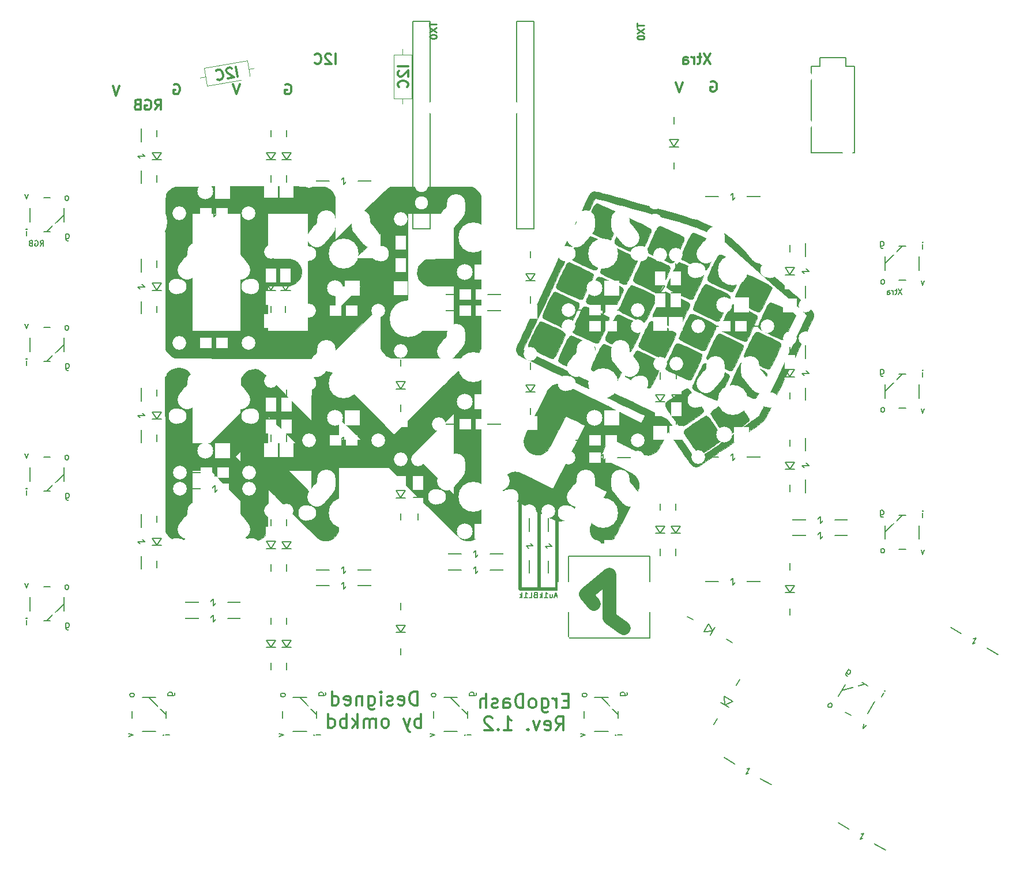
<source format=gbo>
G04 #@! TF.GenerationSoftware,KiCad,Pcbnew,(5.0.0)*
G04 #@! TF.CreationDate,2018-11-09T01:29:58+09:00*
G04 #@! TF.ProjectId,ergodash,6572676F646173682E6B696361645F70,2.0*
G04 #@! TF.SameCoordinates,Original*
G04 #@! TF.FileFunction,Legend,Bot*
G04 #@! TF.FilePolarity,Positive*
%FSLAX46Y46*%
G04 Gerber Fmt 4.6, Leading zero omitted, Abs format (unit mm)*
G04 Created by KiCad (PCBNEW (5.0.0)) date 11/09/18 01:29:58*
%MOMM*%
%LPD*%
G01*
G04 APERTURE LIST*
%ADD10C,0.200000*%
%ADD11C,0.500000*%
%ADD12C,0.300000*%
%ADD13C,2.000000*%
%ADD14C,0.250000*%
%ADD15C,0.010000*%
%ADD16C,0.150000*%
%ADD17C,0.120000*%
%ADD18R,1.600000X1.800000*%
%ADD19C,2.000000*%
%ADD20O,2.000000X2.000000*%
%ADD21C,1.600000*%
%ADD22C,0.100000*%
%ADD23R,1.800000X1.600000*%
%ADD24C,1.610000*%
%ADD25O,1.700000X2.600000*%
%ADD26C,4.400000*%
%ADD27C,2.300000*%
%ADD28C,2.800000*%
%ADD29C,2.800000*%
%ADD30O,2.700000X3.737000*%
%ADD31C,2.100000*%
%ADD32C,4.387800*%
%ADD33C,3.448000*%
%ADD34C,2.700000*%
%ADD35C,2.700000*%
%ADD36R,2.800000X4.400000*%
%ADD37C,2.200000*%
%ADD38C,1.924000*%
%ADD39C,5.400000*%
%ADD40R,1.924000X1.924000*%
%ADD41C,2.305000*%
%ADD42R,2.305000X2.305000*%
%ADD43R,1.300000X1.200000*%
%ADD44R,1.600000X2.000000*%
%ADD45R,2.000000X2.000000*%
%ADD46R,1.800000X2.200000*%
%ADD47R,2.200000X1.800000*%
%ADD48C,1.800000*%
G04 APERTURE END LIST*
D10*
X153244428Y-122370857D02*
X153130142Y-122408952D01*
X153092047Y-122447047D01*
X153053952Y-122523238D01*
X153053952Y-122637523D01*
X153092047Y-122713714D01*
X153130142Y-122751809D01*
X153206333Y-122789904D01*
X153511095Y-122789904D01*
X153511095Y-121989904D01*
X153244428Y-121989904D01*
X153168238Y-122028000D01*
X153130142Y-122066095D01*
X153092047Y-122142285D01*
X153092047Y-122218476D01*
X153130142Y-122294666D01*
X153168238Y-122332761D01*
X153244428Y-122370857D01*
X153511095Y-122370857D01*
X152330142Y-122789904D02*
X152711095Y-122789904D01*
X152711095Y-121989904D01*
X151644428Y-122789904D02*
X152101571Y-122789904D01*
X151873000Y-122789904D02*
X151873000Y-121989904D01*
X151949190Y-122104190D01*
X152025380Y-122180380D01*
X152101571Y-122218476D01*
X151301571Y-122789904D02*
X151301571Y-121989904D01*
X151225380Y-122485142D02*
X150996809Y-122789904D01*
X150996809Y-122256571D02*
X151301571Y-122561333D01*
D11*
X151003000Y-108585000D02*
X151003000Y-121539000D01*
X151003000Y-121539000D02*
X153924000Y-121539000D01*
D12*
X109542056Y-46240908D02*
X109281584Y-44763697D01*
X108673300Y-45016015D02*
X108590553Y-44958075D01*
X108437463Y-44912538D01*
X108085746Y-44974555D01*
X107957462Y-45069706D01*
X107899523Y-45152452D01*
X107853986Y-45305543D01*
X107878793Y-45446229D01*
X107986347Y-45644856D01*
X108979309Y-46340136D01*
X108064844Y-46501381D01*
X106562826Y-46621166D02*
X106645573Y-46679106D01*
X106869007Y-46712239D01*
X107009693Y-46687432D01*
X107208320Y-46579879D01*
X107324200Y-46414385D01*
X107369737Y-46261295D01*
X107390466Y-45967517D01*
X107353256Y-45756487D01*
X107233299Y-45487517D01*
X107138148Y-45359234D01*
X106972655Y-45243354D01*
X106749221Y-45210221D01*
X106608534Y-45235027D01*
X106409907Y-45342581D01*
X106351967Y-45425328D01*
X134568755Y-44743631D02*
X133068755Y-44743631D01*
X133211612Y-45386488D02*
X133140184Y-45457917D01*
X133068755Y-45600774D01*
X133068755Y-45957917D01*
X133140184Y-46100774D01*
X133211612Y-46172202D01*
X133354469Y-46243631D01*
X133497326Y-46243631D01*
X133711612Y-46172202D01*
X134568755Y-45315059D01*
X134568755Y-46243631D01*
X134425898Y-47743631D02*
X134497326Y-47672202D01*
X134568755Y-47457917D01*
X134568755Y-47315059D01*
X134497326Y-47100774D01*
X134354469Y-46957917D01*
X134211612Y-46886488D01*
X133925898Y-46815059D01*
X133711612Y-46815059D01*
X133425898Y-46886488D01*
X133283041Y-46957917D01*
X133140184Y-47100774D01*
X133068755Y-47315059D01*
X133068755Y-47457917D01*
X133140184Y-47672202D01*
X133211612Y-47743631D01*
X123892285Y-44366571D02*
X123892285Y-42866571D01*
X123249428Y-43009428D02*
X123178000Y-42938000D01*
X123035142Y-42866571D01*
X122678000Y-42866571D01*
X122535142Y-42938000D01*
X122463714Y-43009428D01*
X122392285Y-43152285D01*
X122392285Y-43295142D01*
X122463714Y-43509428D01*
X123320857Y-44366571D01*
X122392285Y-44366571D01*
X120892285Y-44223714D02*
X120963714Y-44295142D01*
X121178000Y-44366571D01*
X121320857Y-44366571D01*
X121535142Y-44295142D01*
X121678000Y-44152285D01*
X121749428Y-44009428D01*
X121820857Y-43723714D01*
X121820857Y-43509428D01*
X121749428Y-43223714D01*
X121678000Y-43080857D01*
X121535142Y-42938000D01*
X121320857Y-42866571D01*
X121178000Y-42866571D01*
X120963714Y-42938000D01*
X120892285Y-43009428D01*
D13*
X166260402Y-127250632D02*
X164101402Y-125726632D01*
X160672402Y-122297632D02*
X161815402Y-123694632D01*
X164101402Y-119376632D02*
X160672402Y-122297632D01*
X164101402Y-125726632D02*
X164101402Y-119376632D01*
D11*
X153797000Y-108585000D02*
X153797000Y-121539000D01*
X156459961Y-121539147D02*
X156459961Y-108585147D01*
X153919961Y-121539147D02*
X156459961Y-121539147D01*
X153919961Y-108585147D02*
X156459961Y-108585147D01*
D12*
X135905095Y-138573761D02*
X135905095Y-136573761D01*
X135428904Y-136573761D01*
X135143190Y-136669000D01*
X134952714Y-136859476D01*
X134857476Y-137049952D01*
X134762238Y-137430904D01*
X134762238Y-137716619D01*
X134857476Y-138097571D01*
X134952714Y-138288047D01*
X135143190Y-138478523D01*
X135428904Y-138573761D01*
X135905095Y-138573761D01*
X133143190Y-138478523D02*
X133333666Y-138573761D01*
X133714619Y-138573761D01*
X133905095Y-138478523D01*
X134000333Y-138288047D01*
X134000333Y-137526142D01*
X133905095Y-137335666D01*
X133714619Y-137240428D01*
X133333666Y-137240428D01*
X133143190Y-137335666D01*
X133047952Y-137526142D01*
X133047952Y-137716619D01*
X134000333Y-137907095D01*
X132286047Y-138478523D02*
X132095571Y-138573761D01*
X131714619Y-138573761D01*
X131524142Y-138478523D01*
X131428904Y-138288047D01*
X131428904Y-138192809D01*
X131524142Y-138002333D01*
X131714619Y-137907095D01*
X132000333Y-137907095D01*
X132190809Y-137811857D01*
X132286047Y-137621380D01*
X132286047Y-137526142D01*
X132190809Y-137335666D01*
X132000333Y-137240428D01*
X131714619Y-137240428D01*
X131524142Y-137335666D01*
X130571761Y-138573761D02*
X130571761Y-137240428D01*
X130571761Y-136573761D02*
X130667000Y-136669000D01*
X130571761Y-136764238D01*
X130476523Y-136669000D01*
X130571761Y-136573761D01*
X130571761Y-136764238D01*
X128762238Y-137240428D02*
X128762238Y-138859476D01*
X128857476Y-139049952D01*
X128952714Y-139145190D01*
X129143190Y-139240428D01*
X129428904Y-139240428D01*
X129619380Y-139145190D01*
X128762238Y-138478523D02*
X128952714Y-138573761D01*
X129333666Y-138573761D01*
X129524142Y-138478523D01*
X129619380Y-138383285D01*
X129714619Y-138192809D01*
X129714619Y-137621380D01*
X129619380Y-137430904D01*
X129524142Y-137335666D01*
X129333666Y-137240428D01*
X128952714Y-137240428D01*
X128762238Y-137335666D01*
X127809857Y-137240428D02*
X127809857Y-138573761D01*
X127809857Y-137430904D02*
X127714619Y-137335666D01*
X127524142Y-137240428D01*
X127238428Y-137240428D01*
X127047952Y-137335666D01*
X126952714Y-137526142D01*
X126952714Y-138573761D01*
X125238428Y-138478523D02*
X125428904Y-138573761D01*
X125809857Y-138573761D01*
X126000333Y-138478523D01*
X126095571Y-138288047D01*
X126095571Y-137526142D01*
X126000333Y-137335666D01*
X125809857Y-137240428D01*
X125428904Y-137240428D01*
X125238428Y-137335666D01*
X125143190Y-137526142D01*
X125143190Y-137716619D01*
X126095571Y-137907095D01*
X123428904Y-138573761D02*
X123428904Y-136573761D01*
X123428904Y-138478523D02*
X123619380Y-138573761D01*
X124000333Y-138573761D01*
X124190809Y-138478523D01*
X124286047Y-138383285D01*
X124381285Y-138192809D01*
X124381285Y-137621380D01*
X124286047Y-137430904D01*
X124190809Y-137335666D01*
X124000333Y-137240428D01*
X123619380Y-137240428D01*
X123428904Y-137335666D01*
X136476523Y-141873761D02*
X136476523Y-139873761D01*
X136476523Y-140635666D02*
X136286047Y-140540428D01*
X135905095Y-140540428D01*
X135714619Y-140635666D01*
X135619380Y-140730904D01*
X135524142Y-140921380D01*
X135524142Y-141492809D01*
X135619380Y-141683285D01*
X135714619Y-141778523D01*
X135905095Y-141873761D01*
X136286047Y-141873761D01*
X136476523Y-141778523D01*
X134857476Y-140540428D02*
X134381285Y-141873761D01*
X133905095Y-140540428D02*
X134381285Y-141873761D01*
X134571761Y-142349952D01*
X134667000Y-142445190D01*
X134857476Y-142540428D01*
X131333666Y-141873761D02*
X131524142Y-141778523D01*
X131619380Y-141683285D01*
X131714619Y-141492809D01*
X131714619Y-140921380D01*
X131619380Y-140730904D01*
X131524142Y-140635666D01*
X131333666Y-140540428D01*
X131047952Y-140540428D01*
X130857476Y-140635666D01*
X130762238Y-140730904D01*
X130667000Y-140921380D01*
X130667000Y-141492809D01*
X130762238Y-141683285D01*
X130857476Y-141778523D01*
X131047952Y-141873761D01*
X131333666Y-141873761D01*
X129809857Y-141873761D02*
X129809857Y-140540428D01*
X129809857Y-140730904D02*
X129714619Y-140635666D01*
X129524142Y-140540428D01*
X129238428Y-140540428D01*
X129047952Y-140635666D01*
X128952714Y-140826142D01*
X128952714Y-141873761D01*
X128952714Y-140826142D02*
X128857476Y-140635666D01*
X128667000Y-140540428D01*
X128381285Y-140540428D01*
X128190809Y-140635666D01*
X128095571Y-140826142D01*
X128095571Y-141873761D01*
X127143190Y-141873761D02*
X127143190Y-139873761D01*
X126952714Y-141111857D02*
X126381285Y-141873761D01*
X126381285Y-140540428D02*
X127143190Y-141302333D01*
X125524142Y-141873761D02*
X125524142Y-139873761D01*
X125524142Y-140635666D02*
X125333666Y-140540428D01*
X124952714Y-140540428D01*
X124762238Y-140635666D01*
X124667000Y-140730904D01*
X124571761Y-140921380D01*
X124571761Y-141492809D01*
X124667000Y-141683285D01*
X124762238Y-141778523D01*
X124952714Y-141873761D01*
X125333666Y-141873761D01*
X125524142Y-141778523D01*
X122857476Y-141873761D02*
X122857476Y-139873761D01*
X122857476Y-141778523D02*
X123047952Y-141873761D01*
X123428904Y-141873761D01*
X123619380Y-141778523D01*
X123714619Y-141683285D01*
X123809857Y-141492809D01*
X123809857Y-140921380D01*
X123714619Y-140730904D01*
X123619380Y-140635666D01*
X123428904Y-140540428D01*
X123047952Y-140540428D01*
X122857476Y-140635666D01*
D10*
X156451142Y-122561333D02*
X156070190Y-122561333D01*
X156527333Y-122789904D02*
X156260666Y-121989904D01*
X155994000Y-122789904D01*
X155384476Y-122256571D02*
X155384476Y-122789904D01*
X155727333Y-122256571D02*
X155727333Y-122675619D01*
X155689238Y-122751809D01*
X155613047Y-122789904D01*
X155498761Y-122789904D01*
X155422571Y-122751809D01*
X155384476Y-122713714D01*
X154584476Y-122789904D02*
X155041619Y-122789904D01*
X154813047Y-122789904D02*
X154813047Y-121989904D01*
X154889238Y-122104190D01*
X154965428Y-122180380D01*
X155041619Y-122218476D01*
X154241619Y-122789904D02*
X154241619Y-121989904D01*
X154165428Y-122485142D02*
X153936857Y-122789904D01*
X153936857Y-122256571D02*
X154241619Y-122561333D01*
D12*
X158114190Y-137907142D02*
X157447523Y-137907142D01*
X157161809Y-138954761D02*
X158114190Y-138954761D01*
X158114190Y-136954761D01*
X157161809Y-136954761D01*
X156304666Y-138954761D02*
X156304666Y-137621428D01*
X156304666Y-138002380D02*
X156209428Y-137811904D01*
X156114190Y-137716666D01*
X155923714Y-137621428D01*
X155733238Y-137621428D01*
X154209428Y-137621428D02*
X154209428Y-139240476D01*
X154304666Y-139430952D01*
X154399904Y-139526190D01*
X154590380Y-139621428D01*
X154876095Y-139621428D01*
X155066571Y-139526190D01*
X154209428Y-138859523D02*
X154399904Y-138954761D01*
X154780857Y-138954761D01*
X154971333Y-138859523D01*
X155066571Y-138764285D01*
X155161809Y-138573809D01*
X155161809Y-138002380D01*
X155066571Y-137811904D01*
X154971333Y-137716666D01*
X154780857Y-137621428D01*
X154399904Y-137621428D01*
X154209428Y-137716666D01*
X152971333Y-138954761D02*
X153161809Y-138859523D01*
X153257047Y-138764285D01*
X153352285Y-138573809D01*
X153352285Y-138002380D01*
X153257047Y-137811904D01*
X153161809Y-137716666D01*
X152971333Y-137621428D01*
X152685619Y-137621428D01*
X152495142Y-137716666D01*
X152399904Y-137811904D01*
X152304666Y-138002380D01*
X152304666Y-138573809D01*
X152399904Y-138764285D01*
X152495142Y-138859523D01*
X152685619Y-138954761D01*
X152971333Y-138954761D01*
X151447523Y-138954761D02*
X151447523Y-136954761D01*
X150971333Y-136954761D01*
X150685619Y-137050000D01*
X150495142Y-137240476D01*
X150399904Y-137430952D01*
X150304666Y-137811904D01*
X150304666Y-138097619D01*
X150399904Y-138478571D01*
X150495142Y-138669047D01*
X150685619Y-138859523D01*
X150971333Y-138954761D01*
X151447523Y-138954761D01*
X148590380Y-138954761D02*
X148590380Y-137907142D01*
X148685619Y-137716666D01*
X148876095Y-137621428D01*
X149257047Y-137621428D01*
X149447523Y-137716666D01*
X148590380Y-138859523D02*
X148780857Y-138954761D01*
X149257047Y-138954761D01*
X149447523Y-138859523D01*
X149542761Y-138669047D01*
X149542761Y-138478571D01*
X149447523Y-138288095D01*
X149257047Y-138192857D01*
X148780857Y-138192857D01*
X148590380Y-138097619D01*
X147733238Y-138859523D02*
X147542761Y-138954761D01*
X147161809Y-138954761D01*
X146971333Y-138859523D01*
X146876095Y-138669047D01*
X146876095Y-138573809D01*
X146971333Y-138383333D01*
X147161809Y-138288095D01*
X147447523Y-138288095D01*
X147638000Y-138192857D01*
X147733238Y-138002380D01*
X147733238Y-137907142D01*
X147638000Y-137716666D01*
X147447523Y-137621428D01*
X147161809Y-137621428D01*
X146971333Y-137716666D01*
X146018952Y-138954761D02*
X146018952Y-136954761D01*
X145161809Y-138954761D02*
X145161809Y-137907142D01*
X145257047Y-137716666D01*
X145447523Y-137621428D01*
X145733238Y-137621428D01*
X145923714Y-137716666D01*
X146018952Y-137811904D01*
X156257047Y-142254761D02*
X156923714Y-141302380D01*
X157399904Y-142254761D02*
X157399904Y-140254761D01*
X156638000Y-140254761D01*
X156447523Y-140350000D01*
X156352285Y-140445238D01*
X156257047Y-140635714D01*
X156257047Y-140921428D01*
X156352285Y-141111904D01*
X156447523Y-141207142D01*
X156638000Y-141302380D01*
X157399904Y-141302380D01*
X154638000Y-142159523D02*
X154828476Y-142254761D01*
X155209428Y-142254761D01*
X155399904Y-142159523D01*
X155495142Y-141969047D01*
X155495142Y-141207142D01*
X155399904Y-141016666D01*
X155209428Y-140921428D01*
X154828476Y-140921428D01*
X154638000Y-141016666D01*
X154542761Y-141207142D01*
X154542761Y-141397619D01*
X155495142Y-141588095D01*
X153876095Y-140921428D02*
X153399904Y-142254761D01*
X152923714Y-140921428D01*
X152161809Y-142064285D02*
X152066571Y-142159523D01*
X152161809Y-142254761D01*
X152257047Y-142159523D01*
X152161809Y-142064285D01*
X152161809Y-142254761D01*
X148638000Y-142254761D02*
X149780857Y-142254761D01*
X149209428Y-142254761D02*
X149209428Y-140254761D01*
X149399904Y-140540476D01*
X149590380Y-140730952D01*
X149780857Y-140826190D01*
X147780857Y-142064285D02*
X147685619Y-142159523D01*
X147780857Y-142254761D01*
X147876095Y-142159523D01*
X147780857Y-142064285D01*
X147780857Y-142254761D01*
X146923714Y-140445238D02*
X146828476Y-140350000D01*
X146638000Y-140254761D01*
X146161809Y-140254761D01*
X145971333Y-140350000D01*
X145876095Y-140445238D01*
X145780857Y-140635714D01*
X145780857Y-140826190D01*
X145876095Y-141111904D01*
X147018952Y-142254761D01*
X145780857Y-142254761D01*
D10*
X207098761Y-77412904D02*
X206565428Y-78212904D01*
X206565428Y-77412904D02*
X207098761Y-78212904D01*
X206374952Y-77679571D02*
X206070190Y-77679571D01*
X206260666Y-77412904D02*
X206260666Y-78098619D01*
X206222571Y-78174809D01*
X206146380Y-78212904D01*
X206070190Y-78212904D01*
X205803523Y-78212904D02*
X205803523Y-77679571D01*
X205803523Y-77831952D02*
X205765428Y-77755761D01*
X205727333Y-77717666D01*
X205651142Y-77679571D01*
X205574952Y-77679571D01*
X204965428Y-78212904D02*
X204965428Y-77793857D01*
X205003523Y-77717666D01*
X205079714Y-77679571D01*
X205232095Y-77679571D01*
X205308285Y-77717666D01*
X204965428Y-78174809D02*
X205041619Y-78212904D01*
X205232095Y-78212904D01*
X205308285Y-78174809D01*
X205346380Y-78098619D01*
X205346380Y-78022428D01*
X205308285Y-77946238D01*
X205232095Y-77908142D01*
X205041619Y-77908142D01*
X204965428Y-77870047D01*
X80562380Y-71100904D02*
X80829047Y-70719952D01*
X81019523Y-71100904D02*
X81019523Y-70300904D01*
X80714761Y-70300904D01*
X80638571Y-70339000D01*
X80600476Y-70377095D01*
X80562380Y-70453285D01*
X80562380Y-70567571D01*
X80600476Y-70643761D01*
X80638571Y-70681857D01*
X80714761Y-70719952D01*
X81019523Y-70719952D01*
X79800476Y-70339000D02*
X79876666Y-70300904D01*
X79990952Y-70300904D01*
X80105238Y-70339000D01*
X80181428Y-70415190D01*
X80219523Y-70491380D01*
X80257619Y-70643761D01*
X80257619Y-70758047D01*
X80219523Y-70910428D01*
X80181428Y-70986619D01*
X80105238Y-71062809D01*
X79990952Y-71100904D01*
X79914761Y-71100904D01*
X79800476Y-71062809D01*
X79762380Y-71024714D01*
X79762380Y-70758047D01*
X79914761Y-70758047D01*
X79152857Y-70681857D02*
X79038571Y-70719952D01*
X79000476Y-70758047D01*
X78962380Y-70834238D01*
X78962380Y-70948523D01*
X79000476Y-71024714D01*
X79038571Y-71062809D01*
X79114761Y-71100904D01*
X79419523Y-71100904D01*
X79419523Y-70300904D01*
X79152857Y-70300904D01*
X79076666Y-70339000D01*
X79038571Y-70377095D01*
X79000476Y-70453285D01*
X79000476Y-70529476D01*
X79038571Y-70605666D01*
X79076666Y-70643761D01*
X79152857Y-70681857D01*
X79419523Y-70681857D01*
D12*
X97428714Y-51097571D02*
X97928714Y-50383285D01*
X98285857Y-51097571D02*
X98285857Y-49597571D01*
X97714428Y-49597571D01*
X97571571Y-49669000D01*
X97500142Y-49740428D01*
X97428714Y-49883285D01*
X97428714Y-50097571D01*
X97500142Y-50240428D01*
X97571571Y-50311857D01*
X97714428Y-50383285D01*
X98285857Y-50383285D01*
X96000142Y-49669000D02*
X96143000Y-49597571D01*
X96357285Y-49597571D01*
X96571571Y-49669000D01*
X96714428Y-49811857D01*
X96785857Y-49954714D01*
X96857285Y-50240428D01*
X96857285Y-50454714D01*
X96785857Y-50740428D01*
X96714428Y-50883285D01*
X96571571Y-51026142D01*
X96357285Y-51097571D01*
X96214428Y-51097571D01*
X96000142Y-51026142D01*
X95928714Y-50954714D01*
X95928714Y-50454714D01*
X96214428Y-50454714D01*
X94785857Y-50311857D02*
X94571571Y-50383285D01*
X94500142Y-50454714D01*
X94428714Y-50597571D01*
X94428714Y-50811857D01*
X94500142Y-50954714D01*
X94571571Y-51026142D01*
X94714428Y-51097571D01*
X95285857Y-51097571D01*
X95285857Y-49597571D01*
X94785857Y-49597571D01*
X94643000Y-49669000D01*
X94571571Y-49740428D01*
X94500142Y-49883285D01*
X94500142Y-50026142D01*
X94571571Y-50169000D01*
X94643000Y-50240428D01*
X94785857Y-50311857D01*
X95285857Y-50311857D01*
X178982428Y-42866571D02*
X177982428Y-44366571D01*
X177982428Y-42866571D02*
X178982428Y-44366571D01*
X177625285Y-43366571D02*
X177053857Y-43366571D01*
X177411000Y-42866571D02*
X177411000Y-44152285D01*
X177339571Y-44295142D01*
X177196714Y-44366571D01*
X177053857Y-44366571D01*
X176553857Y-44366571D02*
X176553857Y-43366571D01*
X176553857Y-43652285D02*
X176482428Y-43509428D01*
X176411000Y-43438000D01*
X176268142Y-43366571D01*
X176125285Y-43366571D01*
X174982428Y-44366571D02*
X174982428Y-43580857D01*
X175053857Y-43438000D01*
X175196714Y-43366571D01*
X175482428Y-43366571D01*
X175625285Y-43438000D01*
X174982428Y-44295142D02*
X175125285Y-44366571D01*
X175482428Y-44366571D01*
X175625285Y-44295142D01*
X175696714Y-44152285D01*
X175696714Y-44009428D01*
X175625285Y-43866571D01*
X175482428Y-43795142D01*
X175125285Y-43795142D01*
X174982428Y-43723714D01*
X179058142Y-47002000D02*
X179201000Y-46930571D01*
X179415285Y-46930571D01*
X179629571Y-47002000D01*
X179772428Y-47144857D01*
X179843857Y-47287714D01*
X179915285Y-47573428D01*
X179915285Y-47787714D01*
X179843857Y-48073428D01*
X179772428Y-48216285D01*
X179629571Y-48359142D01*
X179415285Y-48430571D01*
X179272428Y-48430571D01*
X179058142Y-48359142D01*
X178986714Y-48287714D01*
X178986714Y-47787714D01*
X179272428Y-47787714D01*
X173871000Y-47057571D02*
X174371000Y-48557571D01*
X174871000Y-47057571D01*
X91194000Y-47565571D02*
X91694000Y-49065571D01*
X92194000Y-47565571D01*
X100191142Y-47383000D02*
X100334000Y-47311571D01*
X100548285Y-47311571D01*
X100762571Y-47383000D01*
X100905428Y-47525857D01*
X100976857Y-47668714D01*
X101048285Y-47954428D01*
X101048285Y-48168714D01*
X100976857Y-48454428D01*
X100905428Y-48597285D01*
X100762571Y-48740142D01*
X100548285Y-48811571D01*
X100405428Y-48811571D01*
X100191142Y-48740142D01*
X100119714Y-48668714D01*
X100119714Y-48168714D01*
X100405428Y-48168714D01*
D14*
X168235380Y-38385904D02*
X168235380Y-38957333D01*
X169235380Y-38671619D02*
X168235380Y-38671619D01*
X168235380Y-39195428D02*
X169235380Y-39862095D01*
X168235380Y-39862095D02*
X169235380Y-39195428D01*
X168235380Y-40433523D02*
X168235380Y-40528761D01*
X168283000Y-40624000D01*
X168330619Y-40671619D01*
X168425857Y-40719238D01*
X168616333Y-40766857D01*
X168854428Y-40766857D01*
X169044904Y-40719238D01*
X169140142Y-40671619D01*
X169187761Y-40624000D01*
X169235380Y-40528761D01*
X169235380Y-40433523D01*
X169187761Y-40338285D01*
X169140142Y-40290666D01*
X169044904Y-40243047D01*
X168854428Y-40195428D01*
X168616333Y-40195428D01*
X168425857Y-40243047D01*
X168330619Y-40290666D01*
X168283000Y-40338285D01*
X168235380Y-40433523D01*
X137755380Y-38258904D02*
X137755380Y-38830333D01*
X138755380Y-38544619D02*
X137755380Y-38544619D01*
X137755380Y-39068428D02*
X138755380Y-39735095D01*
X137755380Y-39735095D02*
X138755380Y-39068428D01*
X137755380Y-40306523D02*
X137755380Y-40401761D01*
X137803000Y-40497000D01*
X137850619Y-40544619D01*
X137945857Y-40592238D01*
X138136333Y-40639857D01*
X138374428Y-40639857D01*
X138564904Y-40592238D01*
X138660142Y-40544619D01*
X138707761Y-40497000D01*
X138755380Y-40401761D01*
X138755380Y-40306523D01*
X138707761Y-40211285D01*
X138660142Y-40163666D01*
X138564904Y-40116047D01*
X138374428Y-40068428D01*
X138136333Y-40068428D01*
X137945857Y-40116047D01*
X137850619Y-40163666D01*
X137803000Y-40211285D01*
X137755380Y-40306523D01*
D12*
X108847000Y-47311571D02*
X109347000Y-48811571D01*
X109847000Y-47311571D01*
X116574142Y-47383000D02*
X116717000Y-47311571D01*
X116931285Y-47311571D01*
X117145571Y-47383000D01*
X117288428Y-47525857D01*
X117359857Y-47668714D01*
X117431285Y-47954428D01*
X117431285Y-48168714D01*
X117359857Y-48454428D01*
X117288428Y-48597285D01*
X117145571Y-48740142D01*
X116931285Y-48811571D01*
X116788428Y-48811571D01*
X116574142Y-48740142D01*
X116502714Y-48668714D01*
X116502714Y-48168714D01*
X116788428Y-48168714D01*
D15*
G04 #@! TO.C,G\002A\002A\002A*
G36*
X162104400Y-64932506D02*
X161989408Y-65002833D01*
X161906003Y-65140835D01*
X161772203Y-65398934D01*
X161601061Y-65748479D01*
X161405629Y-66160821D01*
X161198957Y-66607310D01*
X160994099Y-67059297D01*
X160804106Y-67488131D01*
X160642030Y-67865163D01*
X160520923Y-68161743D01*
X160453837Y-68349221D01*
X160444630Y-68393703D01*
X160473186Y-68590052D01*
X160509541Y-68680032D01*
X160607522Y-68751513D01*
X160832559Y-68878052D01*
X161156744Y-69046440D01*
X161552170Y-69243469D01*
X161990931Y-69455929D01*
X162445119Y-69670613D01*
X162886828Y-69874312D01*
X163288150Y-70053816D01*
X163621179Y-70195918D01*
X163858007Y-70287407D01*
X163965044Y-70315564D01*
X164161871Y-70255359D01*
X164277289Y-70166640D01*
X164362586Y-70035641D01*
X164499925Y-69782890D01*
X164675813Y-69437168D01*
X164876760Y-69027252D01*
X165089274Y-68581921D01*
X165299866Y-68129954D01*
X165495043Y-67700129D01*
X165661314Y-67321224D01*
X165785189Y-67022018D01*
X165853176Y-66831291D01*
X165862000Y-66786204D01*
X165810250Y-66580682D01*
X165756166Y-66489496D01*
X165637834Y-66402362D01*
X165392472Y-66263428D01*
X165049291Y-66086181D01*
X164637501Y-65884109D01*
X164186315Y-65670699D01*
X163724942Y-65459439D01*
X163282595Y-65263817D01*
X162888483Y-65097319D01*
X162571818Y-64973434D01*
X162361812Y-64905650D01*
X162307180Y-64897000D01*
X162104400Y-64932506D01*
X162104400Y-64932506D01*
G37*
X162104400Y-64932506D02*
X161989408Y-65002833D01*
X161906003Y-65140835D01*
X161772203Y-65398934D01*
X161601061Y-65748479D01*
X161405629Y-66160821D01*
X161198957Y-66607310D01*
X160994099Y-67059297D01*
X160804106Y-67488131D01*
X160642030Y-67865163D01*
X160520923Y-68161743D01*
X160453837Y-68349221D01*
X160444630Y-68393703D01*
X160473186Y-68590052D01*
X160509541Y-68680032D01*
X160607522Y-68751513D01*
X160832559Y-68878052D01*
X161156744Y-69046440D01*
X161552170Y-69243469D01*
X161990931Y-69455929D01*
X162445119Y-69670613D01*
X162886828Y-69874312D01*
X163288150Y-70053816D01*
X163621179Y-70195918D01*
X163858007Y-70287407D01*
X163965044Y-70315564D01*
X164161871Y-70255359D01*
X164277289Y-70166640D01*
X164362586Y-70035641D01*
X164499925Y-69782890D01*
X164675813Y-69437168D01*
X164876760Y-69027252D01*
X165089274Y-68581921D01*
X165299866Y-68129954D01*
X165495043Y-67700129D01*
X165661314Y-67321224D01*
X165785189Y-67022018D01*
X165853176Y-66831291D01*
X165862000Y-66786204D01*
X165810250Y-66580682D01*
X165756166Y-66489496D01*
X165637834Y-66402362D01*
X165392472Y-66263428D01*
X165049291Y-66086181D01*
X164637501Y-65884109D01*
X164186315Y-65670699D01*
X163724942Y-65459439D01*
X163282595Y-65263817D01*
X162888483Y-65097319D01*
X162571818Y-64973434D01*
X162361812Y-64905650D01*
X162307180Y-64897000D01*
X162104400Y-64932506D01*
G36*
X166664836Y-66975686D02*
X166583187Y-67005226D01*
X166555793Y-67019994D01*
X166449863Y-67118693D01*
X166310418Y-67320000D01*
X166129885Y-67637270D01*
X165900694Y-68083854D01*
X165615272Y-68673105D01*
X165599177Y-68707000D01*
X165317603Y-69309262D01*
X165108961Y-69780149D01*
X164967721Y-70138345D01*
X164888357Y-70402536D01*
X164865338Y-70591406D01*
X164893137Y-70723638D01*
X164966225Y-70817918D01*
X164972911Y-70823592D01*
X165092687Y-70896534D01*
X165333860Y-71023896D01*
X165668521Y-71192414D01*
X166068760Y-71388825D01*
X166506670Y-71599865D01*
X166954342Y-71812270D01*
X167383868Y-72012777D01*
X167767339Y-72188122D01*
X168076846Y-72325040D01*
X168284481Y-72410269D01*
X168357896Y-72432333D01*
X168500934Y-72381122D01*
X168641563Y-72284166D01*
X168736609Y-72156389D01*
X168883536Y-71902734D01*
X169068451Y-71552681D01*
X169277463Y-71135710D01*
X169496678Y-70681300D01*
X169712205Y-70218932D01*
X169910151Y-69778085D01*
X170076624Y-69388238D01*
X170197732Y-69078873D01*
X170259581Y-68879468D01*
X170264666Y-68839904D01*
X170259375Y-68751207D01*
X170231790Y-68671608D01*
X170164346Y-68590222D01*
X170039478Y-68496160D01*
X169839620Y-68378537D01*
X169547209Y-68226464D01*
X169144677Y-68029056D01*
X168614461Y-67775424D01*
X168326443Y-67638583D01*
X167798526Y-67389133D01*
X167400734Y-67205657D01*
X167110767Y-67080364D01*
X166906327Y-67005465D01*
X166765117Y-66973169D01*
X166664836Y-66975686D01*
X166664836Y-66975686D01*
G37*
X166664836Y-66975686D02*
X166583187Y-67005226D01*
X166555793Y-67019994D01*
X166449863Y-67118693D01*
X166310418Y-67320000D01*
X166129885Y-67637270D01*
X165900694Y-68083854D01*
X165615272Y-68673105D01*
X165599177Y-68707000D01*
X165317603Y-69309262D01*
X165108961Y-69780149D01*
X164967721Y-70138345D01*
X164888357Y-70402536D01*
X164865338Y-70591406D01*
X164893137Y-70723638D01*
X164966225Y-70817918D01*
X164972911Y-70823592D01*
X165092687Y-70896534D01*
X165333860Y-71023896D01*
X165668521Y-71192414D01*
X166068760Y-71388825D01*
X166506670Y-71599865D01*
X166954342Y-71812270D01*
X167383868Y-72012777D01*
X167767339Y-72188122D01*
X168076846Y-72325040D01*
X168284481Y-72410269D01*
X168357896Y-72432333D01*
X168500934Y-72381122D01*
X168641563Y-72284166D01*
X168736609Y-72156389D01*
X168883536Y-71902734D01*
X169068451Y-71552681D01*
X169277463Y-71135710D01*
X169496678Y-70681300D01*
X169712205Y-70218932D01*
X169910151Y-69778085D01*
X170076624Y-69388238D01*
X170197732Y-69078873D01*
X170259581Y-68879468D01*
X170264666Y-68839904D01*
X170259375Y-68751207D01*
X170231790Y-68671608D01*
X170164346Y-68590222D01*
X170039478Y-68496160D01*
X169839620Y-68378537D01*
X169547209Y-68226464D01*
X169144677Y-68029056D01*
X168614461Y-67775424D01*
X168326443Y-67638583D01*
X167798526Y-67389133D01*
X167400734Y-67205657D01*
X167110767Y-67080364D01*
X166906327Y-67005465D01*
X166765117Y-66973169D01*
X166664836Y-66975686D01*
G36*
X171355735Y-68251404D02*
X171267482Y-68304833D01*
X171180414Y-68424024D01*
X171041381Y-68670141D01*
X170863903Y-69013950D01*
X170661498Y-69426218D01*
X170447688Y-69877713D01*
X170235991Y-70339201D01*
X170039927Y-70781449D01*
X169873016Y-71175224D01*
X169748779Y-71491294D01*
X169680733Y-71700424D01*
X169672000Y-71754664D01*
X169707633Y-71957163D01*
X169777833Y-72071592D01*
X169931561Y-72166228D01*
X170204787Y-72308746D01*
X170568440Y-72486149D01*
X170993450Y-72685442D01*
X171450747Y-72893629D01*
X171911260Y-73097714D01*
X172345920Y-73284702D01*
X172725654Y-73441596D01*
X173021394Y-73555400D01*
X173204070Y-73613119D01*
X173236239Y-73617666D01*
X173322076Y-73612068D01*
X173398911Y-73582674D01*
X173478733Y-73510588D01*
X173573530Y-73376911D01*
X173695291Y-73162745D01*
X173856007Y-72849194D01*
X174067664Y-72417358D01*
X174290368Y-71956082D01*
X174526247Y-71457966D01*
X174734588Y-71001960D01*
X174904523Y-70613183D01*
X175025182Y-70316755D01*
X175085696Y-70137796D01*
X175090666Y-70106537D01*
X175029982Y-69900490D01*
X174941640Y-69783711D01*
X174810641Y-69698413D01*
X174557891Y-69561075D01*
X174212168Y-69385186D01*
X173802253Y-69184240D01*
X173356922Y-68971725D01*
X172904954Y-68761134D01*
X172475129Y-68565957D01*
X172096224Y-68399685D01*
X171797019Y-68275811D01*
X171606291Y-68207824D01*
X171561205Y-68199000D01*
X171355735Y-68251404D01*
X171355735Y-68251404D01*
G37*
X171355735Y-68251404D02*
X171267482Y-68304833D01*
X171180414Y-68424024D01*
X171041381Y-68670141D01*
X170863903Y-69013950D01*
X170661498Y-69426218D01*
X170447688Y-69877713D01*
X170235991Y-70339201D01*
X170039927Y-70781449D01*
X169873016Y-71175224D01*
X169748779Y-71491294D01*
X169680733Y-71700424D01*
X169672000Y-71754664D01*
X169707633Y-71957163D01*
X169777833Y-72071592D01*
X169931561Y-72166228D01*
X170204787Y-72308746D01*
X170568440Y-72486149D01*
X170993450Y-72685442D01*
X171450747Y-72893629D01*
X171911260Y-73097714D01*
X172345920Y-73284702D01*
X172725654Y-73441596D01*
X173021394Y-73555400D01*
X173204070Y-73613119D01*
X173236239Y-73617666D01*
X173322076Y-73612068D01*
X173398911Y-73582674D01*
X173478733Y-73510588D01*
X173573530Y-73376911D01*
X173695291Y-73162745D01*
X173856007Y-72849194D01*
X174067664Y-72417358D01*
X174290368Y-71956082D01*
X174526247Y-71457966D01*
X174734588Y-71001960D01*
X174904523Y-70613183D01*
X175025182Y-70316755D01*
X175085696Y-70137796D01*
X175090666Y-70106537D01*
X175029982Y-69900490D01*
X174941640Y-69783711D01*
X174810641Y-69698413D01*
X174557891Y-69561075D01*
X174212168Y-69385186D01*
X173802253Y-69184240D01*
X173356922Y-68971725D01*
X172904954Y-68761134D01*
X172475129Y-68565957D01*
X172096224Y-68399685D01*
X171797019Y-68275811D01*
X171606291Y-68207824D01*
X171561205Y-68199000D01*
X171355735Y-68251404D01*
G36*
X160153399Y-69219984D02*
X160072671Y-69246654D01*
X159990951Y-69312583D01*
X159897333Y-69435345D01*
X159780912Y-69632514D01*
X159630782Y-69921663D01*
X159436039Y-70320368D01*
X159185777Y-70846201D01*
X159038756Y-71157331D01*
X158789982Y-71686913D01*
X158607056Y-72086194D01*
X158482212Y-72377370D01*
X158407686Y-72582636D01*
X158375714Y-72724188D01*
X158378530Y-72824221D01*
X158408369Y-72904931D01*
X158419967Y-72926139D01*
X158523787Y-73032874D01*
X158740438Y-73177925D01*
X159081191Y-73367593D01*
X159557316Y-73608180D01*
X160132532Y-73883641D01*
X160622012Y-74109713D01*
X161069494Y-74308472D01*
X161448939Y-74468986D01*
X161734308Y-74580318D01*
X161899561Y-74631534D01*
X161918576Y-74633666D01*
X162127484Y-74571567D01*
X162236851Y-74485500D01*
X162319653Y-74354277D01*
X162454726Y-74101985D01*
X162628740Y-73757074D01*
X162828367Y-73347992D01*
X163040277Y-72903191D01*
X163251143Y-72451120D01*
X163447636Y-72020230D01*
X163616427Y-71638970D01*
X163744187Y-71335792D01*
X163817587Y-71139144D01*
X163830000Y-71084926D01*
X163770510Y-70911323D01*
X163681833Y-70801689D01*
X163539445Y-70707668D01*
X163275558Y-70563604D01*
X162919257Y-70382920D01*
X162499626Y-70179040D01*
X162045752Y-69965389D01*
X161586720Y-69755391D01*
X161151614Y-69562470D01*
X160769519Y-69400049D01*
X160469522Y-69281553D01*
X160280707Y-69220406D01*
X160244038Y-69215000D01*
X160153399Y-69219984D01*
X160153399Y-69219984D01*
G37*
X160153399Y-69219984D02*
X160072671Y-69246654D01*
X159990951Y-69312583D01*
X159897333Y-69435345D01*
X159780912Y-69632514D01*
X159630782Y-69921663D01*
X159436039Y-70320368D01*
X159185777Y-70846201D01*
X159038756Y-71157331D01*
X158789982Y-71686913D01*
X158607056Y-72086194D01*
X158482212Y-72377370D01*
X158407686Y-72582636D01*
X158375714Y-72724188D01*
X158378530Y-72824221D01*
X158408369Y-72904931D01*
X158419967Y-72926139D01*
X158523787Y-73032874D01*
X158740438Y-73177925D01*
X159081191Y-73367593D01*
X159557316Y-73608180D01*
X160132532Y-73883641D01*
X160622012Y-74109713D01*
X161069494Y-74308472D01*
X161448939Y-74468986D01*
X161734308Y-74580318D01*
X161899561Y-74631534D01*
X161918576Y-74633666D01*
X162127484Y-74571567D01*
X162236851Y-74485500D01*
X162319653Y-74354277D01*
X162454726Y-74101985D01*
X162628740Y-73757074D01*
X162828367Y-73347992D01*
X163040277Y-72903191D01*
X163251143Y-72451120D01*
X163447636Y-72020230D01*
X163616427Y-71638970D01*
X163744187Y-71335792D01*
X163817587Y-71139144D01*
X163830000Y-71084926D01*
X163770510Y-70911323D01*
X163681833Y-70801689D01*
X163539445Y-70707668D01*
X163275558Y-70563604D01*
X162919257Y-70382920D01*
X162499626Y-70179040D01*
X162045752Y-69965389D01*
X161586720Y-69755391D01*
X161151614Y-69562470D01*
X160769519Y-69400049D01*
X160469522Y-69281553D01*
X160280707Y-69220406D01*
X160244038Y-69215000D01*
X160153399Y-69219984D01*
G36*
X176363005Y-69189856D02*
X176281045Y-69238216D01*
X176180599Y-69354910D01*
X176051739Y-69557004D01*
X175884540Y-69861562D01*
X175669077Y-70285649D01*
X175395423Y-70846329D01*
X175375726Y-70887200D01*
X175140922Y-71383261D01*
X174933719Y-71837390D01*
X174765044Y-72224283D01*
X174645821Y-72518635D01*
X174586978Y-72695142D01*
X174582666Y-72723921D01*
X174643976Y-72931894D01*
X174730833Y-73044954D01*
X174858492Y-73126231D01*
X175107891Y-73259964D01*
X175450549Y-73432832D01*
X175857988Y-73631513D01*
X176301730Y-73842684D01*
X176753295Y-74053024D01*
X177184206Y-74249209D01*
X177565983Y-74417917D01*
X177870147Y-74545827D01*
X178068221Y-74619616D01*
X178124215Y-74632370D01*
X178311340Y-74593637D01*
X178368285Y-74565860D01*
X178446824Y-74462649D01*
X178578920Y-74231991D01*
X178751370Y-73902057D01*
X178950972Y-73501018D01*
X179164524Y-73057046D01*
X179378824Y-72598312D01*
X179580669Y-72152986D01*
X179756858Y-71749241D01*
X179894188Y-71415247D01*
X179979457Y-71179175D01*
X180001333Y-71081218D01*
X179966040Y-70875863D01*
X179895500Y-70756871D01*
X179789903Y-70695707D01*
X179555304Y-70574802D01*
X179216055Y-70406214D01*
X178796512Y-70202003D01*
X178321029Y-69974227D01*
X178173446Y-69904204D01*
X177562963Y-69620074D01*
X177089521Y-69411221D01*
X176740957Y-69272844D01*
X176505108Y-69200145D01*
X176369812Y-69188325D01*
X176363005Y-69189856D01*
X176363005Y-69189856D01*
G37*
X176363005Y-69189856D02*
X176281045Y-69238216D01*
X176180599Y-69354910D01*
X176051739Y-69557004D01*
X175884540Y-69861562D01*
X175669077Y-70285649D01*
X175395423Y-70846329D01*
X175375726Y-70887200D01*
X175140922Y-71383261D01*
X174933719Y-71837390D01*
X174765044Y-72224283D01*
X174645821Y-72518635D01*
X174586978Y-72695142D01*
X174582666Y-72723921D01*
X174643976Y-72931894D01*
X174730833Y-73044954D01*
X174858492Y-73126231D01*
X175107891Y-73259964D01*
X175450549Y-73432832D01*
X175857988Y-73631513D01*
X176301730Y-73842684D01*
X176753295Y-74053024D01*
X177184206Y-74249209D01*
X177565983Y-74417917D01*
X177870147Y-74545827D01*
X178068221Y-74619616D01*
X178124215Y-74632370D01*
X178311340Y-74593637D01*
X178368285Y-74565860D01*
X178446824Y-74462649D01*
X178578920Y-74231991D01*
X178751370Y-73902057D01*
X178950972Y-73501018D01*
X179164524Y-73057046D01*
X179378824Y-72598312D01*
X179580669Y-72152986D01*
X179756858Y-71749241D01*
X179894188Y-71415247D01*
X179979457Y-71179175D01*
X180001333Y-71081218D01*
X179966040Y-70875863D01*
X179895500Y-70756871D01*
X179789903Y-70695707D01*
X179555304Y-70574802D01*
X179216055Y-70406214D01*
X178796512Y-70202003D01*
X178321029Y-69974227D01*
X178173446Y-69904204D01*
X177562963Y-69620074D01*
X177089521Y-69411221D01*
X176740957Y-69272844D01*
X176505108Y-69200145D01*
X176369812Y-69188325D01*
X176363005Y-69189856D01*
G36*
X164524362Y-71329606D02*
X164479801Y-71356516D01*
X164375725Y-71479245D01*
X164213397Y-71742868D01*
X164000979Y-72132515D01*
X163746639Y-72633316D01*
X163506718Y-73128696D01*
X163242168Y-73690259D01*
X163045937Y-74120816D01*
X162910304Y-74440660D01*
X162827544Y-74670083D01*
X162789935Y-74829378D01*
X162789753Y-74938837D01*
X162801481Y-74981738D01*
X162862611Y-75069626D01*
X162995510Y-75177141D01*
X163217211Y-75314052D01*
X163544745Y-75490129D01*
X163995143Y-75715143D01*
X164521898Y-75968653D01*
X165016765Y-76200433D01*
X165468395Y-76404905D01*
X165851641Y-76571249D01*
X166141355Y-76688646D01*
X166312389Y-76746275D01*
X166338687Y-76750333D01*
X166531939Y-76688399D01*
X166636653Y-76602166D01*
X166709312Y-76482795D01*
X166840522Y-76235470D01*
X167017395Y-75885764D01*
X167227045Y-75459250D01*
X167456583Y-74981501D01*
X167507521Y-74874069D01*
X167774168Y-74302689D01*
X167970171Y-73863063D01*
X168102702Y-73536554D01*
X168178930Y-73304522D01*
X168206028Y-73148326D01*
X168199768Y-73074781D01*
X168178728Y-73008472D01*
X168140679Y-72945575D01*
X168069870Y-72877543D01*
X167950550Y-72795830D01*
X167766968Y-72691890D01*
X167503372Y-72557176D01*
X167144013Y-72383142D01*
X166673138Y-72161243D01*
X166074998Y-71882931D01*
X165583309Y-71655142D01*
X165191504Y-71476340D01*
X164920921Y-71362832D01*
X164740345Y-71306172D01*
X164618563Y-71297912D01*
X164524362Y-71329606D01*
X164524362Y-71329606D01*
G37*
X164524362Y-71329606D02*
X164479801Y-71356516D01*
X164375725Y-71479245D01*
X164213397Y-71742868D01*
X164000979Y-72132515D01*
X163746639Y-72633316D01*
X163506718Y-73128696D01*
X163242168Y-73690259D01*
X163045937Y-74120816D01*
X162910304Y-74440660D01*
X162827544Y-74670083D01*
X162789935Y-74829378D01*
X162789753Y-74938837D01*
X162801481Y-74981738D01*
X162862611Y-75069626D01*
X162995510Y-75177141D01*
X163217211Y-75314052D01*
X163544745Y-75490129D01*
X163995143Y-75715143D01*
X164521898Y-75968653D01*
X165016765Y-76200433D01*
X165468395Y-76404905D01*
X165851641Y-76571249D01*
X166141355Y-76688646D01*
X166312389Y-76746275D01*
X166338687Y-76750333D01*
X166531939Y-76688399D01*
X166636653Y-76602166D01*
X166709312Y-76482795D01*
X166840522Y-76235470D01*
X167017395Y-75885764D01*
X167227045Y-75459250D01*
X167456583Y-74981501D01*
X167507521Y-74874069D01*
X167774168Y-74302689D01*
X167970171Y-73863063D01*
X168102702Y-73536554D01*
X168178930Y-73304522D01*
X168206028Y-73148326D01*
X168199768Y-73074781D01*
X168178728Y-73008472D01*
X168140679Y-72945575D01*
X168069870Y-72877543D01*
X167950550Y-72795830D01*
X167766968Y-72691890D01*
X167503372Y-72557176D01*
X167144013Y-72383142D01*
X166673138Y-72161243D01*
X166074998Y-71882931D01*
X165583309Y-71655142D01*
X165191504Y-71476340D01*
X164920921Y-71362832D01*
X164740345Y-71306172D01*
X164618563Y-71297912D01*
X164524362Y-71329606D01*
G36*
X180296169Y-72394353D02*
X180214520Y-72423893D01*
X180187127Y-72438661D01*
X180081197Y-72537360D01*
X179941751Y-72738667D01*
X179761219Y-73055936D01*
X179532027Y-73502520D01*
X179246605Y-74091771D01*
X179230510Y-74125666D01*
X178948813Y-74728236D01*
X178740087Y-75199405D01*
X178598801Y-75557810D01*
X178519420Y-75822085D01*
X178496414Y-76010867D01*
X178524249Y-76142792D01*
X178597393Y-76236496D01*
X178602567Y-76240867D01*
X178721118Y-76312789D01*
X178961247Y-76439270D01*
X179295096Y-76607079D01*
X179694806Y-76802985D01*
X180132520Y-77013758D01*
X180580379Y-77226164D01*
X181010524Y-77426974D01*
X181395097Y-77602956D01*
X181706241Y-77740879D01*
X181916095Y-77827511D01*
X181992687Y-77851000D01*
X182132897Y-77799910D01*
X182272896Y-77702833D01*
X182367942Y-77575056D01*
X182514869Y-77321401D01*
X182699784Y-76971348D01*
X182908796Y-76554377D01*
X183128011Y-76099967D01*
X183343538Y-75637599D01*
X183541485Y-75196751D01*
X183707958Y-74806905D01*
X183829065Y-74497540D01*
X183890915Y-74298135D01*
X183896000Y-74258571D01*
X183890708Y-74169873D01*
X183863123Y-74090275D01*
X183795679Y-74008888D01*
X183670811Y-73914827D01*
X183470954Y-73797203D01*
X183178542Y-73645131D01*
X182776011Y-73447722D01*
X182245794Y-73194091D01*
X181957776Y-73057249D01*
X181429860Y-72807799D01*
X181032067Y-72624323D01*
X180742100Y-72499031D01*
X180537661Y-72424131D01*
X180396450Y-72391836D01*
X180296169Y-72394353D01*
X180296169Y-72394353D01*
G37*
X180296169Y-72394353D02*
X180214520Y-72423893D01*
X180187127Y-72438661D01*
X180081197Y-72537360D01*
X179941751Y-72738667D01*
X179761219Y-73055936D01*
X179532027Y-73502520D01*
X179246605Y-74091771D01*
X179230510Y-74125666D01*
X178948813Y-74728236D01*
X178740087Y-75199405D01*
X178598801Y-75557810D01*
X178519420Y-75822085D01*
X178496414Y-76010867D01*
X178524249Y-76142792D01*
X178597393Y-76236496D01*
X178602567Y-76240867D01*
X178721118Y-76312789D01*
X178961247Y-76439270D01*
X179295096Y-76607079D01*
X179694806Y-76802985D01*
X180132520Y-77013758D01*
X180580379Y-77226164D01*
X181010524Y-77426974D01*
X181395097Y-77602956D01*
X181706241Y-77740879D01*
X181916095Y-77827511D01*
X181992687Y-77851000D01*
X182132897Y-77799910D01*
X182272896Y-77702833D01*
X182367942Y-77575056D01*
X182514869Y-77321401D01*
X182699784Y-76971348D01*
X182908796Y-76554377D01*
X183128011Y-76099967D01*
X183343538Y-75637599D01*
X183541485Y-75196751D01*
X183707958Y-74806905D01*
X183829065Y-74497540D01*
X183890915Y-74298135D01*
X183896000Y-74258571D01*
X183890708Y-74169873D01*
X183863123Y-74090275D01*
X183795679Y-74008888D01*
X183670811Y-73914827D01*
X183470954Y-73797203D01*
X183178542Y-73645131D01*
X182776011Y-73447722D01*
X182245794Y-73194091D01*
X181957776Y-73057249D01*
X181429860Y-72807799D01*
X181032067Y-72624323D01*
X180742100Y-72499031D01*
X180537661Y-72424131D01*
X180396450Y-72391836D01*
X180296169Y-72394353D01*
G36*
X169405091Y-72552881D02*
X169359255Y-72564917D01*
X169273192Y-72614267D01*
X169178355Y-72714493D01*
X169063904Y-72884298D01*
X168919002Y-73142385D01*
X168732811Y-73507457D01*
X168494491Y-73998216D01*
X168337358Y-74328295D01*
X168073922Y-74887997D01*
X167877619Y-75316536D01*
X167740712Y-75634634D01*
X167655468Y-75863009D01*
X167614149Y-76022384D01*
X167609020Y-76133478D01*
X167632279Y-76216866D01*
X167711958Y-76314137D01*
X167882869Y-76440235D01*
X168160037Y-76603830D01*
X168558488Y-76813596D01*
X169093244Y-77078206D01*
X169284402Y-77170495D01*
X169766552Y-77400935D01*
X170204926Y-77607999D01*
X170573621Y-77779649D01*
X170846732Y-77903844D01*
X170998355Y-77968546D01*
X171011431Y-77973164D01*
X171221067Y-77951946D01*
X171393594Y-77832906D01*
X171494411Y-77698297D01*
X171650264Y-77436162D01*
X171846678Y-77073385D01*
X172069181Y-76636850D01*
X172303297Y-76153440D01*
X172341120Y-76073000D01*
X172610507Y-75490566D01*
X172807571Y-75039360D01*
X172935430Y-74699009D01*
X172997202Y-74449141D01*
X172996005Y-74269383D01*
X172934957Y-74139365D01*
X172817178Y-74038713D01*
X172665114Y-73956333D01*
X171892373Y-73583512D01*
X171256716Y-73279414D01*
X170743375Y-73037822D01*
X170337586Y-72852523D01*
X170024582Y-72717300D01*
X169789596Y-72625940D01*
X169617863Y-72572227D01*
X169494617Y-72549946D01*
X169405091Y-72552881D01*
X169405091Y-72552881D01*
G37*
X169405091Y-72552881D02*
X169359255Y-72564917D01*
X169273192Y-72614267D01*
X169178355Y-72714493D01*
X169063904Y-72884298D01*
X168919002Y-73142385D01*
X168732811Y-73507457D01*
X168494491Y-73998216D01*
X168337358Y-74328295D01*
X168073922Y-74887997D01*
X167877619Y-75316536D01*
X167740712Y-75634634D01*
X167655468Y-75863009D01*
X167614149Y-76022384D01*
X167609020Y-76133478D01*
X167632279Y-76216866D01*
X167711958Y-76314137D01*
X167882869Y-76440235D01*
X168160037Y-76603830D01*
X168558488Y-76813596D01*
X169093244Y-77078206D01*
X169284402Y-77170495D01*
X169766552Y-77400935D01*
X170204926Y-77607999D01*
X170573621Y-77779649D01*
X170846732Y-77903844D01*
X170998355Y-77968546D01*
X171011431Y-77973164D01*
X171221067Y-77951946D01*
X171393594Y-77832906D01*
X171494411Y-77698297D01*
X171650264Y-77436162D01*
X171846678Y-77073385D01*
X172069181Y-76636850D01*
X172303297Y-76153440D01*
X172341120Y-76073000D01*
X172610507Y-75490566D01*
X172807571Y-75039360D01*
X172935430Y-74699009D01*
X172997202Y-74449141D01*
X172996005Y-74269383D01*
X172934957Y-74139365D01*
X172817178Y-74038713D01*
X172665114Y-73956333D01*
X171892373Y-73583512D01*
X171256716Y-73279414D01*
X170743375Y-73037822D01*
X170337586Y-72852523D01*
X170024582Y-72717300D01*
X169789596Y-72625940D01*
X169617863Y-72572227D01*
X169494617Y-72549946D01*
X169405091Y-72552881D01*
G36*
X157997353Y-73595172D02*
X157888002Y-73681166D01*
X157806123Y-73811408D01*
X157671877Y-74062864D01*
X157498559Y-74407125D01*
X157299461Y-74815783D01*
X157087878Y-75260432D01*
X156877104Y-75712664D01*
X156680434Y-76144071D01*
X156511161Y-76526245D01*
X156382579Y-76830779D01*
X156307982Y-77029265D01*
X156294666Y-77085909D01*
X156353819Y-77256051D01*
X156442833Y-77366043D01*
X156589894Y-77464813D01*
X156857838Y-77613103D01*
X157217341Y-77797303D01*
X157639076Y-78003802D01*
X158093717Y-78218990D01*
X158551941Y-78429256D01*
X158984419Y-78620991D01*
X159361829Y-78780583D01*
X159654842Y-78894423D01*
X159834135Y-78948901D01*
X159859299Y-78951666D01*
X160111766Y-78878132D01*
X160223885Y-78761166D01*
X160297245Y-78627856D01*
X160429445Y-78368109D01*
X160607247Y-78008717D01*
X160817418Y-77576469D01*
X161046720Y-77098159D01*
X161079439Y-77029375D01*
X161352380Y-76445149D01*
X161550982Y-75995947D01*
X161680822Y-75667502D01*
X161747477Y-75445550D01*
X161756523Y-75315824D01*
X161753676Y-75304728D01*
X161688119Y-75217434D01*
X161529366Y-75098895D01*
X161263526Y-74941151D01*
X160876706Y-74736239D01*
X160355016Y-74476199D01*
X160047901Y-74327186D01*
X159551520Y-74092101D01*
X159096849Y-73884641D01*
X158709229Y-73715740D01*
X158413998Y-73596330D01*
X158236496Y-73537347D01*
X158207282Y-73533000D01*
X157997353Y-73595172D01*
X157997353Y-73595172D01*
G37*
X157997353Y-73595172D02*
X157888002Y-73681166D01*
X157806123Y-73811408D01*
X157671877Y-74062864D01*
X157498559Y-74407125D01*
X157299461Y-74815783D01*
X157087878Y-75260432D01*
X156877104Y-75712664D01*
X156680434Y-76144071D01*
X156511161Y-76526245D01*
X156382579Y-76830779D01*
X156307982Y-77029265D01*
X156294666Y-77085909D01*
X156353819Y-77256051D01*
X156442833Y-77366043D01*
X156589894Y-77464813D01*
X156857838Y-77613103D01*
X157217341Y-77797303D01*
X157639076Y-78003802D01*
X158093717Y-78218990D01*
X158551941Y-78429256D01*
X158984419Y-78620991D01*
X159361829Y-78780583D01*
X159654842Y-78894423D01*
X159834135Y-78948901D01*
X159859299Y-78951666D01*
X160111766Y-78878132D01*
X160223885Y-78761166D01*
X160297245Y-78627856D01*
X160429445Y-78368109D01*
X160607247Y-78008717D01*
X160817418Y-77576469D01*
X161046720Y-77098159D01*
X161079439Y-77029375D01*
X161352380Y-76445149D01*
X161550982Y-75995947D01*
X161680822Y-75667502D01*
X161747477Y-75445550D01*
X161756523Y-75315824D01*
X161753676Y-75304728D01*
X161688119Y-75217434D01*
X161529366Y-75098895D01*
X161263526Y-74941151D01*
X160876706Y-74736239D01*
X160355016Y-74476199D01*
X160047901Y-74327186D01*
X159551520Y-74092101D01*
X159096849Y-73884641D01*
X158709229Y-73715740D01*
X158413998Y-73596330D01*
X158236496Y-73537347D01*
X158207282Y-73533000D01*
X157997353Y-73595172D01*
G36*
X174212556Y-73568214D02*
X174094950Y-73638833D01*
X173999968Y-73791500D01*
X173857109Y-74064184D01*
X173679407Y-74427707D01*
X173479897Y-74852893D01*
X173271613Y-75310563D01*
X173067588Y-75771541D01*
X172880856Y-76206650D01*
X172724452Y-76586713D01*
X172611410Y-76882552D01*
X172554764Y-77064989D01*
X172550666Y-77095773D01*
X172555732Y-77183097D01*
X172583542Y-77260464D01*
X172653020Y-77339953D01*
X172783088Y-77433644D01*
X172992669Y-77553615D01*
X173300687Y-77711945D01*
X173726062Y-77920714D01*
X174207173Y-78153177D01*
X174704867Y-78388917D01*
X175160841Y-78597066D01*
X175549843Y-78766721D01*
X175846620Y-78886980D01*
X176025919Y-78946941D01*
X176056717Y-78951666D01*
X176267502Y-78890708D01*
X176383381Y-78803500D01*
X176466584Y-78674716D01*
X176602040Y-78424120D01*
X176776337Y-78080344D01*
X176976066Y-77672025D01*
X177187814Y-77227798D01*
X177398172Y-76776299D01*
X177593727Y-76346162D01*
X177761070Y-75966023D01*
X177886789Y-75664517D01*
X177957473Y-75470280D01*
X177968037Y-75419910D01*
X177931852Y-75230812D01*
X177901527Y-75166048D01*
X177798316Y-75087509D01*
X177567658Y-74955413D01*
X177237724Y-74782963D01*
X176836685Y-74583361D01*
X176392713Y-74369809D01*
X175933979Y-74155509D01*
X175488653Y-73953663D01*
X175084908Y-73777475D01*
X174750914Y-73640145D01*
X174514842Y-73554876D01*
X174416885Y-73533000D01*
X174212556Y-73568214D01*
X174212556Y-73568214D01*
G37*
X174212556Y-73568214D02*
X174094950Y-73638833D01*
X173999968Y-73791500D01*
X173857109Y-74064184D01*
X173679407Y-74427707D01*
X173479897Y-74852893D01*
X173271613Y-75310563D01*
X173067588Y-75771541D01*
X172880856Y-76206650D01*
X172724452Y-76586713D01*
X172611410Y-76882552D01*
X172554764Y-77064989D01*
X172550666Y-77095773D01*
X172555732Y-77183097D01*
X172583542Y-77260464D01*
X172653020Y-77339953D01*
X172783088Y-77433644D01*
X172992669Y-77553615D01*
X173300687Y-77711945D01*
X173726062Y-77920714D01*
X174207173Y-78153177D01*
X174704867Y-78388917D01*
X175160841Y-78597066D01*
X175549843Y-78766721D01*
X175846620Y-78886980D01*
X176025919Y-78946941D01*
X176056717Y-78951666D01*
X176267502Y-78890708D01*
X176383381Y-78803500D01*
X176466584Y-78674716D01*
X176602040Y-78424120D01*
X176776337Y-78080344D01*
X176976066Y-77672025D01*
X177187814Y-77227798D01*
X177398172Y-76776299D01*
X177593727Y-76346162D01*
X177761070Y-75966023D01*
X177886789Y-75664517D01*
X177957473Y-75470280D01*
X177968037Y-75419910D01*
X177931852Y-75230812D01*
X177901527Y-75166048D01*
X177798316Y-75087509D01*
X177567658Y-74955413D01*
X177237724Y-74782963D01*
X176836685Y-74583361D01*
X176392713Y-74369809D01*
X175933979Y-74155509D01*
X175488653Y-73953663D01*
X175084908Y-73777475D01*
X174750914Y-73640145D01*
X174514842Y-73554876D01*
X174416885Y-73533000D01*
X174212556Y-73568214D01*
G36*
X184221286Y-75357770D02*
X184123224Y-75416833D01*
X184038325Y-75529045D01*
X183899490Y-75768091D01*
X183720279Y-76105505D01*
X183514254Y-76512822D01*
X183294976Y-76961576D01*
X183076006Y-77423303D01*
X182870906Y-77869536D01*
X182693237Y-78271809D01*
X182556559Y-78601659D01*
X182474435Y-78830619D01*
X182456666Y-78914990D01*
X182528240Y-79122541D01*
X182647166Y-79241092D01*
X182786123Y-79318260D01*
X183041221Y-79447787D01*
X183384707Y-79616585D01*
X183788825Y-79811565D01*
X184225821Y-80019641D01*
X184667940Y-80227725D01*
X185087429Y-80422729D01*
X185456532Y-80591565D01*
X185747495Y-80721146D01*
X185932564Y-80798383D01*
X185983472Y-80814333D01*
X186105780Y-80770004D01*
X186230942Y-80694359D01*
X186316850Y-80584560D01*
X186460384Y-80345235D01*
X186648425Y-80000706D01*
X186867853Y-79575294D01*
X187105551Y-79093320D01*
X187193189Y-78910391D01*
X187984151Y-77246397D01*
X187823909Y-77034935D01*
X187709205Y-76946092D01*
X187469025Y-76801155D01*
X187131822Y-76614330D01*
X186726049Y-76399820D01*
X186280157Y-76171833D01*
X185822600Y-75944573D01*
X185381830Y-75732245D01*
X184986299Y-75549055D01*
X184664461Y-75409208D01*
X184444767Y-75326909D01*
X184370945Y-75311000D01*
X184221286Y-75357770D01*
X184221286Y-75357770D01*
G37*
X184221286Y-75357770D02*
X184123224Y-75416833D01*
X184038325Y-75529045D01*
X183899490Y-75768091D01*
X183720279Y-76105505D01*
X183514254Y-76512822D01*
X183294976Y-76961576D01*
X183076006Y-77423303D01*
X182870906Y-77869536D01*
X182693237Y-78271809D01*
X182556559Y-78601659D01*
X182474435Y-78830619D01*
X182456666Y-78914990D01*
X182528240Y-79122541D01*
X182647166Y-79241092D01*
X182786123Y-79318260D01*
X183041221Y-79447787D01*
X183384707Y-79616585D01*
X183788825Y-79811565D01*
X184225821Y-80019641D01*
X184667940Y-80227725D01*
X185087429Y-80422729D01*
X185456532Y-80591565D01*
X185747495Y-80721146D01*
X185932564Y-80798383D01*
X185983472Y-80814333D01*
X186105780Y-80770004D01*
X186230942Y-80694359D01*
X186316850Y-80584560D01*
X186460384Y-80345235D01*
X186648425Y-80000706D01*
X186867853Y-79575294D01*
X187105551Y-79093320D01*
X187193189Y-78910391D01*
X187984151Y-77246397D01*
X187823909Y-77034935D01*
X187709205Y-76946092D01*
X187469025Y-76801155D01*
X187131822Y-76614330D01*
X186726049Y-76399820D01*
X186280157Y-76171833D01*
X185822600Y-75944573D01*
X185381830Y-75732245D01*
X184986299Y-75549055D01*
X184664461Y-75409208D01*
X184444767Y-75326909D01*
X184370945Y-75311000D01*
X184221286Y-75357770D01*
G36*
X162418177Y-75705168D02*
X162288167Y-75797833D01*
X162205248Y-75928282D01*
X162070073Y-76180141D01*
X161895989Y-76524892D01*
X161696346Y-76934013D01*
X161484491Y-77378985D01*
X161273773Y-77831288D01*
X161077541Y-78262402D01*
X160909144Y-78643806D01*
X160781929Y-78946982D01*
X160709246Y-79143408D01*
X160697333Y-79196748D01*
X160757583Y-79371256D01*
X160845500Y-79477499D01*
X160986874Y-79568905D01*
X161249467Y-79710616D01*
X161604439Y-79889341D01*
X162022950Y-80091792D01*
X162476161Y-80304680D01*
X162935232Y-80514716D01*
X163371322Y-80708611D01*
X163755594Y-80873076D01*
X164059206Y-80994822D01*
X164253319Y-81060560D01*
X164297918Y-81068333D01*
X164511409Y-80995137D01*
X164626807Y-80877833D01*
X164699702Y-80744759D01*
X164831018Y-80484768D01*
X165007729Y-80124467D01*
X165216811Y-79690462D01*
X165445238Y-79209358D01*
X165486073Y-79122642D01*
X165734365Y-78591961D01*
X165916960Y-78191669D01*
X166041608Y-77899577D01*
X166116060Y-77693497D01*
X166148065Y-77551244D01*
X166145372Y-77450627D01*
X166115734Y-77369461D01*
X166105244Y-77350005D01*
X165993199Y-77249616D01*
X165754062Y-77096635D01*
X165416433Y-76905065D01*
X165008909Y-76688910D01*
X164560088Y-76462171D01*
X164098568Y-76238851D01*
X163652947Y-76032954D01*
X163251824Y-75858482D01*
X162923796Y-75729438D01*
X162697460Y-75659825D01*
X162636622Y-75651621D01*
X162418177Y-75705168D01*
X162418177Y-75705168D01*
G37*
X162418177Y-75705168D02*
X162288167Y-75797833D01*
X162205248Y-75928282D01*
X162070073Y-76180141D01*
X161895989Y-76524892D01*
X161696346Y-76934013D01*
X161484491Y-77378985D01*
X161273773Y-77831288D01*
X161077541Y-78262402D01*
X160909144Y-78643806D01*
X160781929Y-78946982D01*
X160709246Y-79143408D01*
X160697333Y-79196748D01*
X160757583Y-79371256D01*
X160845500Y-79477499D01*
X160986874Y-79568905D01*
X161249467Y-79710616D01*
X161604439Y-79889341D01*
X162022950Y-80091792D01*
X162476161Y-80304680D01*
X162935232Y-80514716D01*
X163371322Y-80708611D01*
X163755594Y-80873076D01*
X164059206Y-80994822D01*
X164253319Y-81060560D01*
X164297918Y-81068333D01*
X164511409Y-80995137D01*
X164626807Y-80877833D01*
X164699702Y-80744759D01*
X164831018Y-80484768D01*
X165007729Y-80124467D01*
X165216811Y-79690462D01*
X165445238Y-79209358D01*
X165486073Y-79122642D01*
X165734365Y-78591961D01*
X165916960Y-78191669D01*
X166041608Y-77899577D01*
X166116060Y-77693497D01*
X166148065Y-77551244D01*
X166145372Y-77450627D01*
X166115734Y-77369461D01*
X166105244Y-77350005D01*
X165993199Y-77249616D01*
X165754062Y-77096635D01*
X165416433Y-76905065D01*
X165008909Y-76688910D01*
X164560088Y-76462171D01*
X164098568Y-76238851D01*
X163652947Y-76032954D01*
X163251824Y-75858482D01*
X162923796Y-75729438D01*
X162697460Y-75659825D01*
X162636622Y-75651621D01*
X162418177Y-75705168D01*
G36*
X178181608Y-76745798D02*
X178142474Y-76765161D01*
X178039283Y-76862434D01*
X177899288Y-77066447D01*
X177715727Y-77389197D01*
X177481841Y-77842681D01*
X177190866Y-78438894D01*
X177144298Y-78536306D01*
X176878273Y-79098887D01*
X176680689Y-79530499D01*
X176543799Y-79851398D01*
X176459861Y-80081842D01*
X176421129Y-80242090D01*
X176419861Y-80352398D01*
X176432248Y-80398917D01*
X176492607Y-80486314D01*
X176623346Y-80592554D01*
X176841626Y-80727444D01*
X177164608Y-80900790D01*
X177609452Y-81122398D01*
X178161254Y-81386887D01*
X178656978Y-81618221D01*
X179108806Y-81822403D01*
X179491783Y-81988691D01*
X179780956Y-82106343D01*
X179951370Y-82164619D01*
X179978207Y-82169000D01*
X180164322Y-82107363D01*
X180267987Y-82020833D01*
X180340538Y-81901592D01*
X180471702Y-81654307D01*
X180648644Y-81304452D01*
X180858527Y-80877506D01*
X181088517Y-80398944D01*
X181143419Y-80283174D01*
X181399979Y-79736059D01*
X181589045Y-79319099D01*
X181718582Y-79010862D01*
X181796556Y-78789912D01*
X181830932Y-78634815D01*
X181829675Y-78524138D01*
X181816144Y-78472920D01*
X181765514Y-78387245D01*
X181661654Y-78291459D01*
X181486076Y-78174911D01*
X181220295Y-78026947D01*
X180845824Y-77836912D01*
X180344177Y-77594155D01*
X180043666Y-77451464D01*
X179488961Y-77190380D01*
X179065621Y-76995404D01*
X178752567Y-76858925D01*
X178528718Y-76773335D01*
X178372995Y-76731023D01*
X178264319Y-76724381D01*
X178181608Y-76745798D01*
X178181608Y-76745798D01*
G37*
X178181608Y-76745798D02*
X178142474Y-76765161D01*
X178039283Y-76862434D01*
X177899288Y-77066447D01*
X177715727Y-77389197D01*
X177481841Y-77842681D01*
X177190866Y-78438894D01*
X177144298Y-78536306D01*
X176878273Y-79098887D01*
X176680689Y-79530499D01*
X176543799Y-79851398D01*
X176459861Y-80081842D01*
X176421129Y-80242090D01*
X176419861Y-80352398D01*
X176432248Y-80398917D01*
X176492607Y-80486314D01*
X176623346Y-80592554D01*
X176841626Y-80727444D01*
X177164608Y-80900790D01*
X177609452Y-81122398D01*
X178161254Y-81386887D01*
X178656978Y-81618221D01*
X179108806Y-81822403D01*
X179491783Y-81988691D01*
X179780956Y-82106343D01*
X179951370Y-82164619D01*
X179978207Y-82169000D01*
X180164322Y-82107363D01*
X180267987Y-82020833D01*
X180340538Y-81901592D01*
X180471702Y-81654307D01*
X180648644Y-81304452D01*
X180858527Y-80877506D01*
X181088517Y-80398944D01*
X181143419Y-80283174D01*
X181399979Y-79736059D01*
X181589045Y-79319099D01*
X181718582Y-79010862D01*
X181796556Y-78789912D01*
X181830932Y-78634815D01*
X181829675Y-78524138D01*
X181816144Y-78472920D01*
X181765514Y-78387245D01*
X181661654Y-78291459D01*
X181486076Y-78174911D01*
X181220295Y-78026947D01*
X180845824Y-77836912D01*
X180344177Y-77594155D01*
X180043666Y-77451464D01*
X179488961Y-77190380D01*
X179065621Y-76995404D01*
X178752567Y-76858925D01*
X178528718Y-76773335D01*
X178372995Y-76731023D01*
X178264319Y-76724381D01*
X178181608Y-76745798D01*
G36*
X167239779Y-76917798D02*
X167145610Y-77017560D01*
X167028224Y-77192708D01*
X166877020Y-77461289D01*
X166681394Y-77841353D01*
X166430744Y-78350947D01*
X166320133Y-78579676D01*
X166085211Y-79073624D01*
X165877727Y-79522488D01*
X165708516Y-79901787D01*
X165588408Y-80187044D01*
X165528237Y-80353776D01*
X165523333Y-80380324D01*
X165573516Y-80570691D01*
X165629166Y-80664909D01*
X165727375Y-80731838D01*
X165951538Y-80856358D01*
X166273933Y-81024952D01*
X166666834Y-81224103D01*
X167102517Y-81440293D01*
X167553259Y-81660006D01*
X167991335Y-81869724D01*
X168389019Y-82055931D01*
X168718589Y-82205108D01*
X168952320Y-82303740D01*
X169061443Y-82338333D01*
X169174047Y-82294397D01*
X169299475Y-82217052D01*
X169386262Y-82106614D01*
X169530449Y-81866838D01*
X169718767Y-81522266D01*
X169937947Y-81097443D01*
X170174720Y-80616912D01*
X170252994Y-80453366D01*
X170516864Y-79893004D01*
X170712463Y-79463592D01*
X170847531Y-79144761D01*
X170929805Y-78916147D01*
X170967023Y-78757381D01*
X170966924Y-78648097D01*
X170955156Y-78605268D01*
X170852019Y-78498970D01*
X170619667Y-78342721D01*
X170285973Y-78149791D01*
X169878811Y-77933449D01*
X169426054Y-77706965D01*
X168955576Y-77483607D01*
X168495251Y-77276646D01*
X168072952Y-77099350D01*
X167716552Y-76964990D01*
X167453926Y-76886833D01*
X167321335Y-76875372D01*
X167239779Y-76917798D01*
X167239779Y-76917798D01*
G37*
X167239779Y-76917798D02*
X167145610Y-77017560D01*
X167028224Y-77192708D01*
X166877020Y-77461289D01*
X166681394Y-77841353D01*
X166430744Y-78350947D01*
X166320133Y-78579676D01*
X166085211Y-79073624D01*
X165877727Y-79522488D01*
X165708516Y-79901787D01*
X165588408Y-80187044D01*
X165528237Y-80353776D01*
X165523333Y-80380324D01*
X165573516Y-80570691D01*
X165629166Y-80664909D01*
X165727375Y-80731838D01*
X165951538Y-80856358D01*
X166273933Y-81024952D01*
X166666834Y-81224103D01*
X167102517Y-81440293D01*
X167553259Y-81660006D01*
X167991335Y-81869724D01*
X168389019Y-82055931D01*
X168718589Y-82205108D01*
X168952320Y-82303740D01*
X169061443Y-82338333D01*
X169174047Y-82294397D01*
X169299475Y-82217052D01*
X169386262Y-82106614D01*
X169530449Y-81866838D01*
X169718767Y-81522266D01*
X169937947Y-81097443D01*
X170174720Y-80616912D01*
X170252994Y-80453366D01*
X170516864Y-79893004D01*
X170712463Y-79463592D01*
X170847531Y-79144761D01*
X170929805Y-78916147D01*
X170967023Y-78757381D01*
X170966924Y-78648097D01*
X170955156Y-78605268D01*
X170852019Y-78498970D01*
X170619667Y-78342721D01*
X170285973Y-78149791D01*
X169878811Y-77933449D01*
X169426054Y-77706965D01*
X168955576Y-77483607D01*
X168495251Y-77276646D01*
X168072952Y-77099350D01*
X167716552Y-76964990D01*
X167453926Y-76886833D01*
X167321335Y-76875372D01*
X167239779Y-76917798D01*
G36*
X172252668Y-77856579D02*
X172173802Y-77885027D01*
X172092582Y-77953906D01*
X171998168Y-78080780D01*
X171879717Y-78283213D01*
X171726388Y-78578769D01*
X171527339Y-78985011D01*
X171271727Y-79519502D01*
X171143583Y-79789223D01*
X170894147Y-80317094D01*
X170710668Y-80714851D01*
X170585356Y-81004810D01*
X170510419Y-81209288D01*
X170478067Y-81350599D01*
X170480508Y-81451061D01*
X170509952Y-81532988D01*
X170524994Y-81561058D01*
X170621724Y-81666217D01*
X170817980Y-81803415D01*
X171127667Y-81980548D01*
X171564687Y-82205512D01*
X172142944Y-82486200D01*
X172212000Y-82519027D01*
X172814221Y-82800578D01*
X173285128Y-83009062D01*
X173643409Y-83149985D01*
X173907749Y-83228854D01*
X174096834Y-83251176D01*
X174229352Y-83222457D01*
X174323988Y-83148204D01*
X174328592Y-83142755D01*
X174401534Y-83022979D01*
X174528896Y-82781806D01*
X174697414Y-82447145D01*
X174893825Y-82046906D01*
X175104865Y-81608996D01*
X175317271Y-81161324D01*
X175517777Y-80731798D01*
X175693122Y-80348327D01*
X175830041Y-80038820D01*
X175915270Y-79831185D01*
X175937333Y-79757770D01*
X175885875Y-79614823D01*
X175789166Y-79475659D01*
X175661847Y-79381595D01*
X175408744Y-79235542D01*
X175059251Y-79051345D01*
X174642757Y-78842849D01*
X174188655Y-78623898D01*
X173726337Y-78408336D01*
X173285194Y-78210008D01*
X172894617Y-78042758D01*
X172583998Y-77920431D01*
X172382729Y-77856870D01*
X172340023Y-77851000D01*
X172252668Y-77856579D01*
X172252668Y-77856579D01*
G37*
X172252668Y-77856579D02*
X172173802Y-77885027D01*
X172092582Y-77953906D01*
X171998168Y-78080780D01*
X171879717Y-78283213D01*
X171726388Y-78578769D01*
X171527339Y-78985011D01*
X171271727Y-79519502D01*
X171143583Y-79789223D01*
X170894147Y-80317094D01*
X170710668Y-80714851D01*
X170585356Y-81004810D01*
X170510419Y-81209288D01*
X170478067Y-81350599D01*
X170480508Y-81451061D01*
X170509952Y-81532988D01*
X170524994Y-81561058D01*
X170621724Y-81666217D01*
X170817980Y-81803415D01*
X171127667Y-81980548D01*
X171564687Y-82205512D01*
X172142944Y-82486200D01*
X172212000Y-82519027D01*
X172814221Y-82800578D01*
X173285128Y-83009062D01*
X173643409Y-83149985D01*
X173907749Y-83228854D01*
X174096834Y-83251176D01*
X174229352Y-83222457D01*
X174323988Y-83148204D01*
X174328592Y-83142755D01*
X174401534Y-83022979D01*
X174528896Y-82781806D01*
X174697414Y-82447145D01*
X174893825Y-82046906D01*
X175104865Y-81608996D01*
X175317271Y-81161324D01*
X175517777Y-80731798D01*
X175693122Y-80348327D01*
X175830041Y-80038820D01*
X175915270Y-79831185D01*
X175937333Y-79757770D01*
X175885875Y-79614823D01*
X175789166Y-79475659D01*
X175661847Y-79381595D01*
X175408744Y-79235542D01*
X175059251Y-79051345D01*
X174642757Y-78842849D01*
X174188655Y-78623898D01*
X173726337Y-78408336D01*
X173285194Y-78210008D01*
X172894617Y-78042758D01*
X172583998Y-77920431D01*
X172382729Y-77856870D01*
X172340023Y-77851000D01*
X172252668Y-77856579D01*
G36*
X156041456Y-77865346D02*
X155947134Y-77920217D01*
X155843433Y-78033364D01*
X155719224Y-78222536D01*
X155563379Y-78505483D01*
X155364772Y-78899954D01*
X155112273Y-79423701D01*
X154989567Y-79682079D01*
X154711757Y-80277997D01*
X154507146Y-80742530D01*
X154370130Y-81094173D01*
X154295108Y-81351421D01*
X154276476Y-81532769D01*
X154308630Y-81656712D01*
X154369474Y-81728908D01*
X154476240Y-81791046D01*
X154706274Y-81909071D01*
X155032214Y-82070062D01*
X155426699Y-82261096D01*
X155862369Y-82469252D01*
X156311863Y-82681609D01*
X156747820Y-82885246D01*
X157142879Y-83067241D01*
X157469680Y-83214673D01*
X157700861Y-83314620D01*
X157809063Y-83354161D01*
X157811276Y-83354333D01*
X157924446Y-83304206D01*
X158056981Y-83206166D01*
X158148572Y-83081278D01*
X158292562Y-82830611D01*
X158475145Y-82483433D01*
X158682516Y-82069015D01*
X158900870Y-81616626D01*
X159116399Y-81155536D01*
X159315299Y-80715013D01*
X159483763Y-80324328D01*
X159607986Y-80012749D01*
X159674161Y-79809547D01*
X159681333Y-79762407D01*
X159619917Y-79553009D01*
X159533166Y-79439987D01*
X159402807Y-79356520D01*
X159150851Y-79220856D01*
X158805892Y-79046375D01*
X158396523Y-78846458D01*
X157951341Y-78634486D01*
X157498937Y-78423839D01*
X157067908Y-78227899D01*
X156686846Y-78060045D01*
X156384347Y-77933658D01*
X156189004Y-77862119D01*
X156137527Y-77851000D01*
X156041456Y-77865346D01*
X156041456Y-77865346D01*
G37*
X156041456Y-77865346D02*
X155947134Y-77920217D01*
X155843433Y-78033364D01*
X155719224Y-78222536D01*
X155563379Y-78505483D01*
X155364772Y-78899954D01*
X155112273Y-79423701D01*
X154989567Y-79682079D01*
X154711757Y-80277997D01*
X154507146Y-80742530D01*
X154370130Y-81094173D01*
X154295108Y-81351421D01*
X154276476Y-81532769D01*
X154308630Y-81656712D01*
X154369474Y-81728908D01*
X154476240Y-81791046D01*
X154706274Y-81909071D01*
X155032214Y-82070062D01*
X155426699Y-82261096D01*
X155862369Y-82469252D01*
X156311863Y-82681609D01*
X156747820Y-82885246D01*
X157142879Y-83067241D01*
X157469680Y-83214673D01*
X157700861Y-83314620D01*
X157809063Y-83354161D01*
X157811276Y-83354333D01*
X157924446Y-83304206D01*
X158056981Y-83206166D01*
X158148572Y-83081278D01*
X158292562Y-82830611D01*
X158475145Y-82483433D01*
X158682516Y-82069015D01*
X158900870Y-81616626D01*
X159116399Y-81155536D01*
X159315299Y-80715013D01*
X159483763Y-80324328D01*
X159607986Y-80012749D01*
X159674161Y-79809547D01*
X159681333Y-79762407D01*
X159619917Y-79553009D01*
X159533166Y-79439987D01*
X159402807Y-79356520D01*
X159150851Y-79220856D01*
X158805892Y-79046375D01*
X158396523Y-78846458D01*
X157951341Y-78634486D01*
X157498937Y-78423839D01*
X157067908Y-78227899D01*
X156686846Y-78060045D01*
X156384347Y-77933658D01*
X156189004Y-77862119D01*
X156137527Y-77851000D01*
X156041456Y-77865346D01*
G36*
X187561669Y-79490107D02*
X187460175Y-79600388D01*
X187369779Y-79763505D01*
X187367333Y-79768552D01*
X186994547Y-80541217D01*
X186690476Y-81176804D01*
X186448903Y-81690086D01*
X186263612Y-82095837D01*
X186128386Y-82408829D01*
X186037008Y-82643838D01*
X185983261Y-82815635D01*
X185960929Y-82938994D01*
X185963794Y-83028689D01*
X185975918Y-83075071D01*
X186025708Y-83162198D01*
X186126753Y-83258120D01*
X186297915Y-83373873D01*
X186558058Y-83520489D01*
X186926044Y-83709002D01*
X187420737Y-83950446D01*
X187706000Y-84087076D01*
X188195858Y-84318995D01*
X188636045Y-84524048D01*
X189003053Y-84691556D01*
X189273373Y-84810841D01*
X189423495Y-84871225D01*
X189443994Y-84876504D01*
X189575369Y-84833254D01*
X189702275Y-84758359D01*
X189788184Y-84648560D01*
X189931718Y-84409235D01*
X190119758Y-84064706D01*
X190339187Y-83639294D01*
X190576884Y-83157320D01*
X190664523Y-82974391D01*
X191455484Y-81310397D01*
X191295242Y-81096468D01*
X191151182Y-80975939D01*
X190860364Y-80797709D01*
X190433064Y-80567440D01*
X189879554Y-80290795D01*
X189526333Y-80121531D01*
X188937257Y-79845964D01*
X188479564Y-79642899D01*
X188133207Y-79509059D01*
X187878137Y-79441165D01*
X187694307Y-79435940D01*
X187561669Y-79490107D01*
X187561669Y-79490107D01*
G37*
X187561669Y-79490107D02*
X187460175Y-79600388D01*
X187369779Y-79763505D01*
X187367333Y-79768552D01*
X186994547Y-80541217D01*
X186690476Y-81176804D01*
X186448903Y-81690086D01*
X186263612Y-82095837D01*
X186128386Y-82408829D01*
X186037008Y-82643838D01*
X185983261Y-82815635D01*
X185960929Y-82938994D01*
X185963794Y-83028689D01*
X185975918Y-83075071D01*
X186025708Y-83162198D01*
X186126753Y-83258120D01*
X186297915Y-83373873D01*
X186558058Y-83520489D01*
X186926044Y-83709002D01*
X187420737Y-83950446D01*
X187706000Y-84087076D01*
X188195858Y-84318995D01*
X188636045Y-84524048D01*
X189003053Y-84691556D01*
X189273373Y-84810841D01*
X189423495Y-84871225D01*
X189443994Y-84876504D01*
X189575369Y-84833254D01*
X189702275Y-84758359D01*
X189788184Y-84648560D01*
X189931718Y-84409235D01*
X190119758Y-84064706D01*
X190339187Y-83639294D01*
X190576884Y-83157320D01*
X190664523Y-82974391D01*
X191455484Y-81310397D01*
X191295242Y-81096468D01*
X191151182Y-80975939D01*
X190860364Y-80797709D01*
X190433064Y-80567440D01*
X189879554Y-80290795D01*
X189526333Y-80121531D01*
X188937257Y-79845964D01*
X188479564Y-79642899D01*
X188133207Y-79509059D01*
X187878137Y-79441165D01*
X187694307Y-79435940D01*
X187561669Y-79490107D01*
G36*
X182233858Y-79680284D02*
X182152409Y-79709796D01*
X182129236Y-79722261D01*
X182022660Y-79822900D01*
X181880320Y-80030741D01*
X181695152Y-80358262D01*
X181460091Y-80817938D01*
X181175306Y-81407000D01*
X180948953Y-81894046D01*
X180750012Y-82341400D01*
X180589703Y-82722234D01*
X180479246Y-83009724D01*
X180429861Y-83177041D01*
X180428308Y-83193044D01*
X180480469Y-83411345D01*
X180572833Y-83541544D01*
X180702025Y-83623355D01*
X180952834Y-83757535D01*
X181296787Y-83930779D01*
X181705406Y-84129778D01*
X182150218Y-84341223D01*
X182602746Y-84551809D01*
X183034517Y-84748226D01*
X183417053Y-84917167D01*
X183721881Y-85045325D01*
X183920525Y-85119392D01*
X183976731Y-85132333D01*
X184147181Y-85072580D01*
X184254346Y-84984166D01*
X184346174Y-84843160D01*
X184488271Y-84580683D01*
X184667316Y-84225652D01*
X184869988Y-83806983D01*
X185082963Y-83353593D01*
X185292922Y-82894400D01*
X185486541Y-82458320D01*
X185650499Y-82074269D01*
X185771475Y-81771165D01*
X185836147Y-81577925D01*
X185843333Y-81535023D01*
X185838086Y-81448616D01*
X185810638Y-81370859D01*
X185743423Y-81290968D01*
X185618879Y-81198158D01*
X185419444Y-81081643D01*
X185127552Y-80930638D01*
X184725642Y-80734357D01*
X184196150Y-80482017D01*
X183901072Y-80342332D01*
X183371735Y-80093191D01*
X182972630Y-79909944D01*
X182681524Y-79784811D01*
X182476182Y-79710011D01*
X182334371Y-79677762D01*
X182233858Y-79680284D01*
X182233858Y-79680284D01*
G37*
X182233858Y-79680284D02*
X182152409Y-79709796D01*
X182129236Y-79722261D01*
X182022660Y-79822900D01*
X181880320Y-80030741D01*
X181695152Y-80358262D01*
X181460091Y-80817938D01*
X181175306Y-81407000D01*
X180948953Y-81894046D01*
X180750012Y-82341400D01*
X180589703Y-82722234D01*
X180479246Y-83009724D01*
X180429861Y-83177041D01*
X180428308Y-83193044D01*
X180480469Y-83411345D01*
X180572833Y-83541544D01*
X180702025Y-83623355D01*
X180952834Y-83757535D01*
X181296787Y-83930779D01*
X181705406Y-84129778D01*
X182150218Y-84341223D01*
X182602746Y-84551809D01*
X183034517Y-84748226D01*
X183417053Y-84917167D01*
X183721881Y-85045325D01*
X183920525Y-85119392D01*
X183976731Y-85132333D01*
X184147181Y-85072580D01*
X184254346Y-84984166D01*
X184346174Y-84843160D01*
X184488271Y-84580683D01*
X184667316Y-84225652D01*
X184869988Y-83806983D01*
X185082963Y-83353593D01*
X185292922Y-82894400D01*
X185486541Y-82458320D01*
X185650499Y-82074269D01*
X185771475Y-81771165D01*
X185836147Y-81577925D01*
X185843333Y-81535023D01*
X185838086Y-81448616D01*
X185810638Y-81370859D01*
X185743423Y-81290968D01*
X185618879Y-81198158D01*
X185419444Y-81081643D01*
X185127552Y-80930638D01*
X184725642Y-80734357D01*
X184196150Y-80482017D01*
X183901072Y-80342332D01*
X183371735Y-80093191D01*
X182972630Y-79909944D01*
X182681524Y-79784811D01*
X182476182Y-79710011D01*
X182334371Y-79677762D01*
X182233858Y-79680284D01*
G36*
X160393784Y-79992838D02*
X160298617Y-80035327D01*
X160227176Y-80133236D01*
X160100652Y-80358141D01*
X159932283Y-80682100D01*
X159735305Y-81077169D01*
X159522953Y-81515404D01*
X159308466Y-81968863D01*
X159105078Y-82409603D01*
X158926027Y-82809680D01*
X158784548Y-83141150D01*
X158693879Y-83376071D01*
X158666630Y-83480597D01*
X158698325Y-83673309D01*
X158732313Y-83751948D01*
X158835116Y-83829877D01*
X159065377Y-83961451D01*
X159394965Y-84133488D01*
X159795747Y-84332808D01*
X160239593Y-84546230D01*
X160698370Y-84760571D01*
X161143948Y-84962652D01*
X161548194Y-85139291D01*
X161882978Y-85277307D01*
X162120167Y-85363519D01*
X162220479Y-85386333D01*
X162422192Y-85350852D01*
X162535679Y-85280500D01*
X162595349Y-85174315D01*
X162714590Y-84939735D01*
X162881137Y-84601702D01*
X163082724Y-84185161D01*
X163307086Y-83715056D01*
X163350380Y-83623637D01*
X163639021Y-83000267D01*
X163850704Y-82509483D01*
X163990132Y-82135530D01*
X164062006Y-81862652D01*
X164071029Y-81675093D01*
X164021901Y-81557096D01*
X163978166Y-81519986D01*
X163872255Y-81464620D01*
X163638196Y-81348659D01*
X163300790Y-81184179D01*
X162884834Y-80983257D01*
X162415129Y-80757967D01*
X162316100Y-80710656D01*
X161737960Y-80437764D01*
X161290118Y-80235279D01*
X160952176Y-80096371D01*
X160703737Y-80014213D01*
X160524406Y-79981978D01*
X160393784Y-79992838D01*
X160393784Y-79992838D01*
G37*
X160393784Y-79992838D02*
X160298617Y-80035327D01*
X160227176Y-80133236D01*
X160100652Y-80358141D01*
X159932283Y-80682100D01*
X159735305Y-81077169D01*
X159522953Y-81515404D01*
X159308466Y-81968863D01*
X159105078Y-82409603D01*
X158926027Y-82809680D01*
X158784548Y-83141150D01*
X158693879Y-83376071D01*
X158666630Y-83480597D01*
X158698325Y-83673309D01*
X158732313Y-83751948D01*
X158835116Y-83829877D01*
X159065377Y-83961451D01*
X159394965Y-84133488D01*
X159795747Y-84332808D01*
X160239593Y-84546230D01*
X160698370Y-84760571D01*
X161143948Y-84962652D01*
X161548194Y-85139291D01*
X161882978Y-85277307D01*
X162120167Y-85363519D01*
X162220479Y-85386333D01*
X162422192Y-85350852D01*
X162535679Y-85280500D01*
X162595349Y-85174315D01*
X162714590Y-84939735D01*
X162881137Y-84601702D01*
X163082724Y-84185161D01*
X163307086Y-83715056D01*
X163350380Y-83623637D01*
X163639021Y-83000267D01*
X163850704Y-82509483D01*
X163990132Y-82135530D01*
X164062006Y-81862652D01*
X164071029Y-81675093D01*
X164021901Y-81557096D01*
X163978166Y-81519986D01*
X163872255Y-81464620D01*
X163638196Y-81348659D01*
X163300790Y-81184179D01*
X162884834Y-80983257D01*
X162415129Y-80757967D01*
X162316100Y-80710656D01*
X161737960Y-80437764D01*
X161290118Y-80235279D01*
X160952176Y-80096371D01*
X160703737Y-80014213D01*
X160524406Y-79981978D01*
X160393784Y-79992838D01*
G36*
X176049193Y-81116932D02*
X175941817Y-81192021D01*
X175927077Y-81208128D01*
X175849017Y-81331991D01*
X175717329Y-81577306D01*
X175545435Y-81915786D01*
X175346757Y-82319142D01*
X175134717Y-82759087D01*
X174922738Y-83207333D01*
X174724241Y-83635593D01*
X174552650Y-84015577D01*
X174421385Y-84319000D01*
X174343871Y-84517572D01*
X174328666Y-84576824D01*
X174380571Y-84722445D01*
X174476833Y-84860310D01*
X174603252Y-84952749D01*
X174855370Y-85097343D01*
X175203927Y-85280327D01*
X175619665Y-85487934D01*
X176073325Y-85706398D01*
X176535648Y-85921953D01*
X176977375Y-86120833D01*
X177369247Y-86289271D01*
X177682006Y-86413502D01*
X177886391Y-86479759D01*
X177934235Y-86487000D01*
X178139266Y-86415895D01*
X178258140Y-86296500D01*
X178331111Y-86163308D01*
X178462463Y-85903270D01*
X178639133Y-85543063D01*
X178848060Y-85109366D01*
X179076182Y-84628856D01*
X179114380Y-84547732D01*
X179365412Y-84009511D01*
X179549462Y-83601568D01*
X179674410Y-83302295D01*
X179748140Y-83090086D01*
X179778533Y-82943333D01*
X179773471Y-82840429D01*
X179755924Y-82789044D01*
X179670653Y-82688321D01*
X179484817Y-82554570D01*
X179184637Y-82379788D01*
X178756336Y-82155976D01*
X178186133Y-81875135D01*
X178160803Y-81862903D01*
X177542732Y-81569326D01*
X177055502Y-81350597D01*
X176680824Y-81201355D01*
X176400406Y-81116237D01*
X176195959Y-81089883D01*
X176049193Y-81116932D01*
X176049193Y-81116932D01*
G37*
X176049193Y-81116932D02*
X175941817Y-81192021D01*
X175927077Y-81208128D01*
X175849017Y-81331991D01*
X175717329Y-81577306D01*
X175545435Y-81915786D01*
X175346757Y-82319142D01*
X175134717Y-82759087D01*
X174922738Y-83207333D01*
X174724241Y-83635593D01*
X174552650Y-84015577D01*
X174421385Y-84319000D01*
X174343871Y-84517572D01*
X174328666Y-84576824D01*
X174380571Y-84722445D01*
X174476833Y-84860310D01*
X174603252Y-84952749D01*
X174855370Y-85097343D01*
X175203927Y-85280327D01*
X175619665Y-85487934D01*
X176073325Y-85706398D01*
X176535648Y-85921953D01*
X176977375Y-86120833D01*
X177369247Y-86289271D01*
X177682006Y-86413502D01*
X177886391Y-86479759D01*
X177934235Y-86487000D01*
X178139266Y-86415895D01*
X178258140Y-86296500D01*
X178331111Y-86163308D01*
X178462463Y-85903270D01*
X178639133Y-85543063D01*
X178848060Y-85109366D01*
X179076182Y-84628856D01*
X179114380Y-84547732D01*
X179365412Y-84009511D01*
X179549462Y-83601568D01*
X179674410Y-83302295D01*
X179748140Y-83090086D01*
X179778533Y-82943333D01*
X179773471Y-82840429D01*
X179755924Y-82789044D01*
X179670653Y-82688321D01*
X179484817Y-82554570D01*
X179184637Y-82379788D01*
X178756336Y-82155976D01*
X178186133Y-81875135D01*
X178160803Y-81862903D01*
X177542732Y-81569326D01*
X177055502Y-81350597D01*
X176680824Y-81201355D01*
X176400406Y-81116237D01*
X176195959Y-81089883D01*
X176049193Y-81116932D01*
G36*
X165310169Y-81199686D02*
X165228520Y-81229226D01*
X165201127Y-81243994D01*
X165095197Y-81342693D01*
X164955751Y-81544000D01*
X164775219Y-81861270D01*
X164546027Y-82307854D01*
X164260605Y-82897105D01*
X164244510Y-82931000D01*
X163962813Y-83533569D01*
X163754087Y-84004739D01*
X163612801Y-84363143D01*
X163533420Y-84627419D01*
X163510414Y-84816201D01*
X163538249Y-84948126D01*
X163611393Y-85041829D01*
X163616567Y-85046201D01*
X163735118Y-85118122D01*
X163975247Y-85244603D01*
X164309096Y-85412412D01*
X164708806Y-85608319D01*
X165146520Y-85819091D01*
X165594379Y-86031498D01*
X166024524Y-86232308D01*
X166409097Y-86408290D01*
X166720241Y-86546212D01*
X166930095Y-86632844D01*
X167006687Y-86656333D01*
X167146897Y-86605243D01*
X167286896Y-86508166D01*
X167381942Y-86380389D01*
X167528869Y-86126734D01*
X167713784Y-85776681D01*
X167922796Y-85359710D01*
X168142011Y-84905300D01*
X168357538Y-84442932D01*
X168555485Y-84002085D01*
X168721958Y-83612238D01*
X168843065Y-83302873D01*
X168904915Y-83103468D01*
X168910000Y-83063904D01*
X168904708Y-82975207D01*
X168877123Y-82895608D01*
X168809679Y-82814222D01*
X168684811Y-82720160D01*
X168484954Y-82602537D01*
X168192542Y-82450464D01*
X167790011Y-82253056D01*
X167259794Y-81999424D01*
X166971776Y-81862583D01*
X166443860Y-81613133D01*
X166046067Y-81429657D01*
X165756100Y-81304364D01*
X165551661Y-81229465D01*
X165410450Y-81197169D01*
X165310169Y-81199686D01*
X165310169Y-81199686D01*
G37*
X165310169Y-81199686D02*
X165228520Y-81229226D01*
X165201127Y-81243994D01*
X165095197Y-81342693D01*
X164955751Y-81544000D01*
X164775219Y-81861270D01*
X164546027Y-82307854D01*
X164260605Y-82897105D01*
X164244510Y-82931000D01*
X163962813Y-83533569D01*
X163754087Y-84004739D01*
X163612801Y-84363143D01*
X163533420Y-84627419D01*
X163510414Y-84816201D01*
X163538249Y-84948126D01*
X163611393Y-85041829D01*
X163616567Y-85046201D01*
X163735118Y-85118122D01*
X163975247Y-85244603D01*
X164309096Y-85412412D01*
X164708806Y-85608319D01*
X165146520Y-85819091D01*
X165594379Y-86031498D01*
X166024524Y-86232308D01*
X166409097Y-86408290D01*
X166720241Y-86546212D01*
X166930095Y-86632844D01*
X167006687Y-86656333D01*
X167146897Y-86605243D01*
X167286896Y-86508166D01*
X167381942Y-86380389D01*
X167528869Y-86126734D01*
X167713784Y-85776681D01*
X167922796Y-85359710D01*
X168142011Y-84905300D01*
X168357538Y-84442932D01*
X168555485Y-84002085D01*
X168721958Y-83612238D01*
X168843065Y-83302873D01*
X168904915Y-83103468D01*
X168910000Y-83063904D01*
X168904708Y-82975207D01*
X168877123Y-82895608D01*
X168809679Y-82814222D01*
X168684811Y-82720160D01*
X168484954Y-82602537D01*
X168192542Y-82450464D01*
X167790011Y-82253056D01*
X167259794Y-81999424D01*
X166971776Y-81862583D01*
X166443860Y-81613133D01*
X166046067Y-81429657D01*
X165756100Y-81304364D01*
X165551661Y-81229465D01*
X165410450Y-81197169D01*
X165310169Y-81199686D01*
G36*
X153981918Y-82199856D02*
X153899210Y-82245177D01*
X153801441Y-82353614D01*
X153678065Y-82543130D01*
X153518531Y-82831688D01*
X153312292Y-83237251D01*
X153048799Y-83777783D01*
X153019252Y-83839208D01*
X152737641Y-84425777D01*
X152522364Y-84879321D01*
X152366685Y-85219570D01*
X152263868Y-85466256D01*
X152207176Y-85639108D01*
X152189873Y-85757859D01*
X152205223Y-85842238D01*
X152246489Y-85911977D01*
X152292206Y-85968747D01*
X152404035Y-86050451D01*
X152640286Y-86188304D01*
X152972922Y-86368440D01*
X153373908Y-86576987D01*
X153815208Y-86800077D01*
X154268784Y-87023841D01*
X154706601Y-87234410D01*
X155100622Y-87417915D01*
X155422811Y-87560485D01*
X155645131Y-87648253D01*
X155730775Y-87669758D01*
X155885409Y-87627403D01*
X155960562Y-87590177D01*
X156034625Y-87493701D01*
X156167673Y-87267221D01*
X156347177Y-86934229D01*
X156560613Y-86518215D01*
X156795452Y-86042668D01*
X156886152Y-85854467D01*
X157151128Y-85296720D01*
X157348244Y-84869376D01*
X157485461Y-84551432D01*
X157570741Y-84321883D01*
X157612047Y-84159725D01*
X157617341Y-84043952D01*
X157600639Y-83969591D01*
X157551672Y-83882772D01*
X157452996Y-83787828D01*
X157285769Y-83673743D01*
X157031145Y-83529501D01*
X156670280Y-83344084D01*
X156184330Y-83106477D01*
X155850905Y-82946690D01*
X155234995Y-82657407D01*
X154755454Y-82442890D01*
X154399365Y-82297976D01*
X154153814Y-82217505D01*
X154005884Y-82196316D01*
X153981918Y-82199856D01*
X153981918Y-82199856D01*
G37*
X153981918Y-82199856D02*
X153899210Y-82245177D01*
X153801441Y-82353614D01*
X153678065Y-82543130D01*
X153518531Y-82831688D01*
X153312292Y-83237251D01*
X153048799Y-83777783D01*
X153019252Y-83839208D01*
X152737641Y-84425777D01*
X152522364Y-84879321D01*
X152366685Y-85219570D01*
X152263868Y-85466256D01*
X152207176Y-85639108D01*
X152189873Y-85757859D01*
X152205223Y-85842238D01*
X152246489Y-85911977D01*
X152292206Y-85968747D01*
X152404035Y-86050451D01*
X152640286Y-86188304D01*
X152972922Y-86368440D01*
X153373908Y-86576987D01*
X153815208Y-86800077D01*
X154268784Y-87023841D01*
X154706601Y-87234410D01*
X155100622Y-87417915D01*
X155422811Y-87560485D01*
X155645131Y-87648253D01*
X155730775Y-87669758D01*
X155885409Y-87627403D01*
X155960562Y-87590177D01*
X156034625Y-87493701D01*
X156167673Y-87267221D01*
X156347177Y-86934229D01*
X156560613Y-86518215D01*
X156795452Y-86042668D01*
X156886152Y-85854467D01*
X157151128Y-85296720D01*
X157348244Y-84869376D01*
X157485461Y-84551432D01*
X157570741Y-84321883D01*
X157612047Y-84159725D01*
X157617341Y-84043952D01*
X157600639Y-83969591D01*
X157551672Y-83882772D01*
X157452996Y-83787828D01*
X157285769Y-83673743D01*
X157031145Y-83529501D01*
X156670280Y-83344084D01*
X156184330Y-83106477D01*
X155850905Y-82946690D01*
X155234995Y-82657407D01*
X154755454Y-82442890D01*
X154399365Y-82297976D01*
X154153814Y-82217505D01*
X154005884Y-82196316D01*
X153981918Y-82199856D01*
G36*
X170102186Y-82230119D02*
X169992788Y-82317166D01*
X169911470Y-82445727D01*
X169777668Y-82695919D01*
X169604694Y-83039285D01*
X169405860Y-83447368D01*
X169194477Y-83891711D01*
X168983855Y-84343856D01*
X168787307Y-84775346D01*
X168618143Y-85157723D01*
X168489676Y-85462531D01*
X168415215Y-85661311D01*
X168402000Y-85718004D01*
X168418505Y-85829111D01*
X168480592Y-85935869D01*
X168607118Y-86050760D01*
X168816943Y-86186265D01*
X169128923Y-86354867D01*
X169561918Y-86569050D01*
X170010666Y-86782805D01*
X170595627Y-87058879D01*
X171047019Y-87270491D01*
X171384652Y-87424928D01*
X171628341Y-87529476D01*
X171797896Y-87591421D01*
X171913132Y-87618050D01*
X171993858Y-87616648D01*
X172059889Y-87594502D01*
X172126771Y-87561026D01*
X172225668Y-87471008D01*
X172360531Y-87276129D01*
X172538233Y-86964155D01*
X172765651Y-86522846D01*
X173049660Y-85939967D01*
X173117580Y-85797494D01*
X173383988Y-85231806D01*
X173581924Y-84797368D01*
X173719035Y-84474172D01*
X173802969Y-84242209D01*
X173841374Y-84081470D01*
X173841899Y-83971945D01*
X173830835Y-83931410D01*
X173768514Y-83843398D01*
X173631786Y-83734456D01*
X173403914Y-83595007D01*
X173068159Y-83415477D01*
X172607784Y-83186288D01*
X172113280Y-82948749D01*
X171618559Y-82717365D01*
X171166994Y-82513274D01*
X170783784Y-82347295D01*
X170494128Y-82230247D01*
X170323222Y-82172951D01*
X170297225Y-82169000D01*
X170102186Y-82230119D01*
X170102186Y-82230119D01*
G37*
X170102186Y-82230119D02*
X169992788Y-82317166D01*
X169911470Y-82445727D01*
X169777668Y-82695919D01*
X169604694Y-83039285D01*
X169405860Y-83447368D01*
X169194477Y-83891711D01*
X168983855Y-84343856D01*
X168787307Y-84775346D01*
X168618143Y-85157723D01*
X168489676Y-85462531D01*
X168415215Y-85661311D01*
X168402000Y-85718004D01*
X168418505Y-85829111D01*
X168480592Y-85935869D01*
X168607118Y-86050760D01*
X168816943Y-86186265D01*
X169128923Y-86354867D01*
X169561918Y-86569050D01*
X170010666Y-86782805D01*
X170595627Y-87058879D01*
X171047019Y-87270491D01*
X171384652Y-87424928D01*
X171628341Y-87529476D01*
X171797896Y-87591421D01*
X171913132Y-87618050D01*
X171993858Y-87616648D01*
X172059889Y-87594502D01*
X172126771Y-87561026D01*
X172225668Y-87471008D01*
X172360531Y-87276129D01*
X172538233Y-86964155D01*
X172765651Y-86522846D01*
X173049660Y-85939967D01*
X173117580Y-85797494D01*
X173383988Y-85231806D01*
X173581924Y-84797368D01*
X173719035Y-84474172D01*
X173802969Y-84242209D01*
X173841374Y-84081470D01*
X173841899Y-83971945D01*
X173830835Y-83931410D01*
X173768514Y-83843398D01*
X173631786Y-83734456D01*
X173403914Y-83595007D01*
X173068159Y-83415477D01*
X172607784Y-83186288D01*
X172113280Y-82948749D01*
X171618559Y-82717365D01*
X171166994Y-82513274D01*
X170783784Y-82347295D01*
X170494128Y-82230247D01*
X170323222Y-82172951D01*
X170297225Y-82169000D01*
X170102186Y-82230119D01*
G36*
X185704880Y-83744393D02*
X185623424Y-83773964D01*
X185600500Y-83786300D01*
X185493896Y-83887012D01*
X185351461Y-84095067D01*
X185166144Y-84422915D01*
X184930899Y-84883005D01*
X184646639Y-85471000D01*
X184420286Y-85958046D01*
X184221345Y-86405400D01*
X184061036Y-86786234D01*
X183950579Y-87073724D01*
X183901194Y-87241041D01*
X183899641Y-87257044D01*
X183951672Y-87474195D01*
X184044166Y-87603184D01*
X184167005Y-87679535D01*
X184411184Y-87809633D01*
X184748477Y-87980101D01*
X185150655Y-88177564D01*
X185589492Y-88388646D01*
X186036761Y-88599970D01*
X186464235Y-88798160D01*
X186843688Y-88969841D01*
X187146891Y-89101637D01*
X187345619Y-89180172D01*
X187406149Y-89196333D01*
X187550529Y-89144812D01*
X187690007Y-89048166D01*
X187784071Y-88920847D01*
X187930124Y-88667744D01*
X188114321Y-88318250D01*
X188322817Y-87901757D01*
X188541768Y-87447655D01*
X188757330Y-86985337D01*
X188955658Y-86544194D01*
X189122908Y-86153617D01*
X189245235Y-85842998D01*
X189308796Y-85641729D01*
X189314666Y-85599023D01*
X189309031Y-85511514D01*
X189280409Y-85432519D01*
X189211230Y-85351237D01*
X189083923Y-85256869D01*
X188880917Y-85138612D01*
X188584640Y-84985666D01*
X188177523Y-84787230D01*
X187641993Y-84532504D01*
X187372335Y-84405089D01*
X186842888Y-84156357D01*
X186443713Y-83973429D01*
X186152567Y-83848536D01*
X185947209Y-83773912D01*
X185805394Y-83741787D01*
X185704880Y-83744393D01*
X185704880Y-83744393D01*
G37*
X185704880Y-83744393D02*
X185623424Y-83773964D01*
X185600500Y-83786300D01*
X185493896Y-83887012D01*
X185351461Y-84095067D01*
X185166144Y-84422915D01*
X184930899Y-84883005D01*
X184646639Y-85471000D01*
X184420286Y-85958046D01*
X184221345Y-86405400D01*
X184061036Y-86786234D01*
X183950579Y-87073724D01*
X183901194Y-87241041D01*
X183899641Y-87257044D01*
X183951672Y-87474195D01*
X184044166Y-87603184D01*
X184167005Y-87679535D01*
X184411184Y-87809633D01*
X184748477Y-87980101D01*
X185150655Y-88177564D01*
X185589492Y-88388646D01*
X186036761Y-88599970D01*
X186464235Y-88798160D01*
X186843688Y-88969841D01*
X187146891Y-89101637D01*
X187345619Y-89180172D01*
X187406149Y-89196333D01*
X187550529Y-89144812D01*
X187690007Y-89048166D01*
X187784071Y-88920847D01*
X187930124Y-88667744D01*
X188114321Y-88318250D01*
X188322817Y-87901757D01*
X188541768Y-87447655D01*
X188757330Y-86985337D01*
X188955658Y-86544194D01*
X189122908Y-86153617D01*
X189245235Y-85842998D01*
X189308796Y-85641729D01*
X189314666Y-85599023D01*
X189309031Y-85511514D01*
X189280409Y-85432519D01*
X189211230Y-85351237D01*
X189083923Y-85256869D01*
X188880917Y-85138612D01*
X188584640Y-84985666D01*
X188177523Y-84787230D01*
X187641993Y-84532504D01*
X187372335Y-84405089D01*
X186842888Y-84156357D01*
X186443713Y-83973429D01*
X186152567Y-83848536D01*
X185947209Y-83773912D01*
X185805394Y-83741787D01*
X185704880Y-83744393D01*
G36*
X180141221Y-84005104D02*
X180080842Y-84041600D01*
X180054921Y-84058840D01*
X179949576Y-84180530D01*
X179795243Y-84426878D01*
X179604968Y-84770181D01*
X179391797Y-85182737D01*
X179168777Y-85636841D01*
X178948954Y-86104791D01*
X178745374Y-86558884D01*
X178571084Y-86971415D01*
X178439129Y-87314682D01*
X178362557Y-87560982D01*
X178351494Y-87675989D01*
X178416152Y-87762906D01*
X178572312Y-87880209D01*
X178834112Y-88035999D01*
X179215692Y-88238377D01*
X179731192Y-88495445D01*
X180060689Y-88655261D01*
X180557962Y-88890475D01*
X181013920Y-89098073D01*
X181403150Y-89267128D01*
X181700239Y-89386714D01*
X181879774Y-89445906D01*
X181909910Y-89450333D01*
X182115204Y-89384538D01*
X182222299Y-89287716D01*
X182292473Y-89163831D01*
X182422046Y-88912724D01*
X182598110Y-88560292D01*
X182807755Y-88132434D01*
X183038073Y-87655046D01*
X183084453Y-87558058D01*
X183360795Y-86969807D01*
X183563117Y-86515781D01*
X183697342Y-86180933D01*
X183769396Y-85950215D01*
X183785203Y-85808578D01*
X183781605Y-85787411D01*
X183735095Y-85698673D01*
X183625939Y-85597722D01*
X183434489Y-85472646D01*
X183141094Y-85311534D01*
X182726108Y-85102475D01*
X182352751Y-84921229D01*
X181735610Y-84624462D01*
X181252808Y-84393653D01*
X180885847Y-84221857D01*
X180616229Y-84102134D01*
X180425456Y-84027539D01*
X180295029Y-83991131D01*
X180206450Y-83985967D01*
X180141221Y-84005104D01*
X180141221Y-84005104D01*
G37*
X180141221Y-84005104D02*
X180080842Y-84041600D01*
X180054921Y-84058840D01*
X179949576Y-84180530D01*
X179795243Y-84426878D01*
X179604968Y-84770181D01*
X179391797Y-85182737D01*
X179168777Y-85636841D01*
X178948954Y-86104791D01*
X178745374Y-86558884D01*
X178571084Y-86971415D01*
X178439129Y-87314682D01*
X178362557Y-87560982D01*
X178351494Y-87675989D01*
X178416152Y-87762906D01*
X178572312Y-87880209D01*
X178834112Y-88035999D01*
X179215692Y-88238377D01*
X179731192Y-88495445D01*
X180060689Y-88655261D01*
X180557962Y-88890475D01*
X181013920Y-89098073D01*
X181403150Y-89267128D01*
X181700239Y-89386714D01*
X181879774Y-89445906D01*
X181909910Y-89450333D01*
X182115204Y-89384538D01*
X182222299Y-89287716D01*
X182292473Y-89163831D01*
X182422046Y-88912724D01*
X182598110Y-88560292D01*
X182807755Y-88132434D01*
X183038073Y-87655046D01*
X183084453Y-87558058D01*
X183360795Y-86969807D01*
X183563117Y-86515781D01*
X183697342Y-86180933D01*
X183769396Y-85950215D01*
X183785203Y-85808578D01*
X183781605Y-85787411D01*
X183735095Y-85698673D01*
X183625939Y-85597722D01*
X183434489Y-85472646D01*
X183141094Y-85311534D01*
X182726108Y-85102475D01*
X182352751Y-84921229D01*
X181735610Y-84624462D01*
X181252808Y-84393653D01*
X180885847Y-84221857D01*
X180616229Y-84102134D01*
X180425456Y-84027539D01*
X180295029Y-83991131D01*
X180206450Y-83985967D01*
X180141221Y-84005104D01*
G36*
X158400191Y-84300515D02*
X158295553Y-84357091D01*
X158183925Y-84473440D01*
X158053586Y-84667605D01*
X157892815Y-84957631D01*
X157689890Y-85361562D01*
X157433089Y-85897444D01*
X157354611Y-86063666D01*
X157080165Y-86653200D01*
X156876463Y-87111444D01*
X156737570Y-87458085D01*
X156657549Y-87712812D01*
X156630465Y-87895311D01*
X156650384Y-88025270D01*
X156711370Y-88122376D01*
X156728583Y-88140186D01*
X156865473Y-88233000D01*
X157126697Y-88375392D01*
X157482758Y-88554031D01*
X157904157Y-88755585D01*
X158361398Y-88966725D01*
X158824983Y-89174117D01*
X159265414Y-89364432D01*
X159653193Y-89524338D01*
X159958823Y-89640503D01*
X160152806Y-89699597D01*
X160189533Y-89704333D01*
X160278944Y-89699221D01*
X160357616Y-89671001D01*
X160438042Y-89600342D01*
X160532712Y-89467917D01*
X160654120Y-89254396D01*
X160814756Y-88940451D01*
X161027113Y-88506753D01*
X161215506Y-88116833D01*
X161507970Y-87504598D01*
X161729074Y-87024242D01*
X161884677Y-86656940D01*
X161980638Y-86383868D01*
X162022813Y-86186200D01*
X162017060Y-86045114D01*
X161969239Y-85941783D01*
X161911636Y-85879828D01*
X161781645Y-85795947D01*
X161529841Y-85659794D01*
X161184823Y-85484771D01*
X160775190Y-85284279D01*
X160329543Y-85071718D01*
X159876479Y-84860490D01*
X159444597Y-84663996D01*
X159062499Y-84495638D01*
X158758781Y-84368816D01*
X158562044Y-84296931D01*
X158509560Y-84285666D01*
X158400191Y-84300515D01*
X158400191Y-84300515D01*
G37*
X158400191Y-84300515D02*
X158295553Y-84357091D01*
X158183925Y-84473440D01*
X158053586Y-84667605D01*
X157892815Y-84957631D01*
X157689890Y-85361562D01*
X157433089Y-85897444D01*
X157354611Y-86063666D01*
X157080165Y-86653200D01*
X156876463Y-87111444D01*
X156737570Y-87458085D01*
X156657549Y-87712812D01*
X156630465Y-87895311D01*
X156650384Y-88025270D01*
X156711370Y-88122376D01*
X156728583Y-88140186D01*
X156865473Y-88233000D01*
X157126697Y-88375392D01*
X157482758Y-88554031D01*
X157904157Y-88755585D01*
X158361398Y-88966725D01*
X158824983Y-89174117D01*
X159265414Y-89364432D01*
X159653193Y-89524338D01*
X159958823Y-89640503D01*
X160152806Y-89699597D01*
X160189533Y-89704333D01*
X160278944Y-89699221D01*
X160357616Y-89671001D01*
X160438042Y-89600342D01*
X160532712Y-89467917D01*
X160654120Y-89254396D01*
X160814756Y-88940451D01*
X161027113Y-88506753D01*
X161215506Y-88116833D01*
X161507970Y-87504598D01*
X161729074Y-87024242D01*
X161884677Y-86656940D01*
X161980638Y-86383868D01*
X162022813Y-86186200D01*
X162017060Y-86045114D01*
X161969239Y-85941783D01*
X161911636Y-85879828D01*
X161781645Y-85795947D01*
X161529841Y-85659794D01*
X161184823Y-85484771D01*
X160775190Y-85284279D01*
X160329543Y-85071718D01*
X159876479Y-84860490D01*
X159444597Y-84663996D01*
X159062499Y-84495638D01*
X158758781Y-84368816D01*
X158562044Y-84296931D01*
X158509560Y-84285666D01*
X158400191Y-84300515D01*
G36*
X174022421Y-85412232D02*
X173929951Y-85453993D01*
X173858509Y-85551902D01*
X173731986Y-85776808D01*
X173563616Y-86100766D01*
X173366638Y-86495835D01*
X173154287Y-86934071D01*
X172939799Y-87387530D01*
X172736411Y-87828270D01*
X172557360Y-88228346D01*
X172415882Y-88559817D01*
X172325213Y-88794737D01*
X172297963Y-88899264D01*
X172329658Y-89091975D01*
X172363647Y-89170614D01*
X172466449Y-89248544D01*
X172696710Y-89380118D01*
X173026298Y-89552155D01*
X173427080Y-89751475D01*
X173870926Y-89964896D01*
X174329703Y-90179238D01*
X174775281Y-90381319D01*
X175179528Y-90557958D01*
X175514311Y-90695974D01*
X175751501Y-90782186D01*
X175851812Y-90805000D01*
X176053525Y-90769519D01*
X176167013Y-90699166D01*
X176226683Y-90592982D01*
X176345924Y-90358401D01*
X176512470Y-90020368D01*
X176714057Y-89603828D01*
X176938419Y-89133723D01*
X176981713Y-89042303D01*
X177270306Y-88419050D01*
X177481959Y-87928364D01*
X177621381Y-87554468D01*
X177693281Y-87281580D01*
X177702366Y-87093921D01*
X177653346Y-86975710D01*
X177609500Y-86938332D01*
X177503584Y-86882798D01*
X177269589Y-86766603D01*
X176932336Y-86601858D01*
X176516644Y-86400673D01*
X176047334Y-86175160D01*
X175950891Y-86129002D01*
X175371878Y-85855332D01*
X174923045Y-85652411D01*
X174584037Y-85513438D01*
X174334500Y-85431617D01*
X174154079Y-85400147D01*
X174022421Y-85412232D01*
X174022421Y-85412232D01*
G37*
X174022421Y-85412232D02*
X173929951Y-85453993D01*
X173858509Y-85551902D01*
X173731986Y-85776808D01*
X173563616Y-86100766D01*
X173366638Y-86495835D01*
X173154287Y-86934071D01*
X172939799Y-87387530D01*
X172736411Y-87828270D01*
X172557360Y-88228346D01*
X172415882Y-88559817D01*
X172325213Y-88794737D01*
X172297963Y-88899264D01*
X172329658Y-89091975D01*
X172363647Y-89170614D01*
X172466449Y-89248544D01*
X172696710Y-89380118D01*
X173026298Y-89552155D01*
X173427080Y-89751475D01*
X173870926Y-89964896D01*
X174329703Y-90179238D01*
X174775281Y-90381319D01*
X175179528Y-90557958D01*
X175514311Y-90695974D01*
X175751501Y-90782186D01*
X175851812Y-90805000D01*
X176053525Y-90769519D01*
X176167013Y-90699166D01*
X176226683Y-90592982D01*
X176345924Y-90358401D01*
X176512470Y-90020368D01*
X176714057Y-89603828D01*
X176938419Y-89133723D01*
X176981713Y-89042303D01*
X177270306Y-88419050D01*
X177481959Y-87928364D01*
X177621381Y-87554468D01*
X177693281Y-87281580D01*
X177702366Y-87093921D01*
X177653346Y-86975710D01*
X177609500Y-86938332D01*
X177503584Y-86882798D01*
X177269589Y-86766603D01*
X176932336Y-86601858D01*
X176516644Y-86400673D01*
X176047334Y-86175160D01*
X175950891Y-86129002D01*
X175371878Y-85855332D01*
X174923045Y-85652411D01*
X174584037Y-85513438D01*
X174334500Y-85431617D01*
X174154079Y-85400147D01*
X174022421Y-85412232D01*
G36*
X163195608Y-85551131D02*
X163156474Y-85570494D01*
X163053283Y-85667767D01*
X162913288Y-85871781D01*
X162729727Y-86194531D01*
X162495841Y-86648014D01*
X162204866Y-87244227D01*
X162158298Y-87341639D01*
X161892273Y-87904221D01*
X161694689Y-88335832D01*
X161557799Y-88656731D01*
X161473861Y-88887175D01*
X161435129Y-89047423D01*
X161433861Y-89157731D01*
X161446248Y-89204250D01*
X161506607Y-89291647D01*
X161637346Y-89397887D01*
X161855626Y-89532778D01*
X162178608Y-89706124D01*
X162623452Y-89927731D01*
X163175254Y-90192220D01*
X163670978Y-90423555D01*
X164122806Y-90627736D01*
X164505783Y-90794024D01*
X164794956Y-90911677D01*
X164965370Y-90969952D01*
X164992207Y-90974333D01*
X165178322Y-90912697D01*
X165281987Y-90826166D01*
X165354538Y-90706926D01*
X165485702Y-90459640D01*
X165662644Y-90109785D01*
X165872527Y-89682839D01*
X166102517Y-89204277D01*
X166157419Y-89088508D01*
X166413979Y-88541392D01*
X166603045Y-88124433D01*
X166732582Y-87816195D01*
X166810556Y-87595245D01*
X166844932Y-87440149D01*
X166843675Y-87329472D01*
X166830144Y-87278254D01*
X166779514Y-87192578D01*
X166675654Y-87096793D01*
X166500076Y-86980245D01*
X166234295Y-86832280D01*
X165859824Y-86642246D01*
X165358177Y-86399488D01*
X165057666Y-86256797D01*
X164502961Y-85995714D01*
X164079621Y-85800737D01*
X163766567Y-85664259D01*
X163542718Y-85578668D01*
X163386995Y-85536357D01*
X163278319Y-85529714D01*
X163195608Y-85551131D01*
X163195608Y-85551131D01*
G37*
X163195608Y-85551131D02*
X163156474Y-85570494D01*
X163053283Y-85667767D01*
X162913288Y-85871781D01*
X162729727Y-86194531D01*
X162495841Y-86648014D01*
X162204866Y-87244227D01*
X162158298Y-87341639D01*
X161892273Y-87904221D01*
X161694689Y-88335832D01*
X161557799Y-88656731D01*
X161473861Y-88887175D01*
X161435129Y-89047423D01*
X161433861Y-89157731D01*
X161446248Y-89204250D01*
X161506607Y-89291647D01*
X161637346Y-89397887D01*
X161855626Y-89532778D01*
X162178608Y-89706124D01*
X162623452Y-89927731D01*
X163175254Y-90192220D01*
X163670978Y-90423555D01*
X164122806Y-90627736D01*
X164505783Y-90794024D01*
X164794956Y-90911677D01*
X164965370Y-90969952D01*
X164992207Y-90974333D01*
X165178322Y-90912697D01*
X165281987Y-90826166D01*
X165354538Y-90706926D01*
X165485702Y-90459640D01*
X165662644Y-90109785D01*
X165872527Y-89682839D01*
X166102517Y-89204277D01*
X166157419Y-89088508D01*
X166413979Y-88541392D01*
X166603045Y-88124433D01*
X166732582Y-87816195D01*
X166810556Y-87595245D01*
X166844932Y-87440149D01*
X166843675Y-87329472D01*
X166830144Y-87278254D01*
X166779514Y-87192578D01*
X166675654Y-87096793D01*
X166500076Y-86980245D01*
X166234295Y-86832280D01*
X165859824Y-86642246D01*
X165358177Y-86399488D01*
X165057666Y-86256797D01*
X164502961Y-85995714D01*
X164079621Y-85800737D01*
X163766567Y-85664259D01*
X163542718Y-85578668D01*
X163386995Y-85536357D01*
X163278319Y-85529714D01*
X163195608Y-85551131D01*
G36*
X168145168Y-86501794D02*
X168051263Y-86557953D01*
X167947150Y-86673142D01*
X167821769Y-86865027D01*
X167664058Y-87151271D01*
X167462955Y-87549541D01*
X167207400Y-88077500D01*
X167090293Y-88322986D01*
X166796730Y-88953828D01*
X166583632Y-89444102D01*
X166448255Y-89800722D01*
X166387858Y-90030600D01*
X166385011Y-90100986D01*
X166404896Y-90186039D01*
X166456691Y-90267884D01*
X166559803Y-90358733D01*
X166733640Y-90470795D01*
X166997610Y-90616282D01*
X167371122Y-90807402D01*
X167873582Y-91056368D01*
X168010255Y-91123502D01*
X168498498Y-91361045D01*
X168944552Y-91574194D01*
X169322758Y-91750995D01*
X169607452Y-91879495D01*
X169772973Y-91947740D01*
X169793608Y-91954212D01*
X170019066Y-91931731D01*
X170155543Y-91847376D01*
X170247872Y-91721452D01*
X170392650Y-91470028D01*
X170576062Y-91122301D01*
X170784291Y-90707471D01*
X171003522Y-90254736D01*
X171219939Y-89793295D01*
X171419725Y-89352346D01*
X171589065Y-88961087D01*
X171714144Y-88648717D01*
X171781144Y-88444434D01*
X171788666Y-88395935D01*
X171726657Y-88189209D01*
X171640500Y-88080149D01*
X171509278Y-87997346D01*
X171256986Y-87862273D01*
X170912074Y-87688259D01*
X170502992Y-87488633D01*
X170058191Y-87276722D01*
X169606120Y-87065856D01*
X169175230Y-86869363D01*
X168793971Y-86700573D01*
X168490792Y-86572813D01*
X168294144Y-86499412D01*
X168239926Y-86487000D01*
X168145168Y-86501794D01*
X168145168Y-86501794D01*
G37*
X168145168Y-86501794D02*
X168051263Y-86557953D01*
X167947150Y-86673142D01*
X167821769Y-86865027D01*
X167664058Y-87151271D01*
X167462955Y-87549541D01*
X167207400Y-88077500D01*
X167090293Y-88322986D01*
X166796730Y-88953828D01*
X166583632Y-89444102D01*
X166448255Y-89800722D01*
X166387858Y-90030600D01*
X166385011Y-90100986D01*
X166404896Y-90186039D01*
X166456691Y-90267884D01*
X166559803Y-90358733D01*
X166733640Y-90470795D01*
X166997610Y-90616282D01*
X167371122Y-90807402D01*
X167873582Y-91056368D01*
X168010255Y-91123502D01*
X168498498Y-91361045D01*
X168944552Y-91574194D01*
X169322758Y-91750995D01*
X169607452Y-91879495D01*
X169772973Y-91947740D01*
X169793608Y-91954212D01*
X170019066Y-91931731D01*
X170155543Y-91847376D01*
X170247872Y-91721452D01*
X170392650Y-91470028D01*
X170576062Y-91122301D01*
X170784291Y-90707471D01*
X171003522Y-90254736D01*
X171219939Y-89793295D01*
X171419725Y-89352346D01*
X171589065Y-88961087D01*
X171714144Y-88648717D01*
X171781144Y-88444434D01*
X171788666Y-88395935D01*
X171726657Y-88189209D01*
X171640500Y-88080149D01*
X171509278Y-87997346D01*
X171256986Y-87862273D01*
X170912074Y-87688259D01*
X170502992Y-87488633D01*
X170058191Y-87276722D01*
X169606120Y-87065856D01*
X169175230Y-86869363D01*
X168793971Y-86700573D01*
X168490792Y-86572813D01*
X168294144Y-86499412D01*
X168239926Y-86487000D01*
X168145168Y-86501794D01*
G36*
X183581113Y-88090889D02*
X183531009Y-88119724D01*
X183424723Y-88241973D01*
X183269462Y-88488775D01*
X183078303Y-88832438D01*
X182864318Y-89245269D01*
X182640581Y-89699576D01*
X182420166Y-90167666D01*
X182216147Y-90621849D01*
X182041598Y-91034431D01*
X181909592Y-91377720D01*
X181833204Y-91624023D01*
X181822429Y-91738734D01*
X181888184Y-91825936D01*
X182047620Y-91944645D01*
X182314525Y-92102752D01*
X182702688Y-92308145D01*
X183225897Y-92568716D01*
X183533831Y-92718006D01*
X184031329Y-92953384D01*
X184487344Y-93161163D01*
X184876528Y-93330431D01*
X185173534Y-93450275D01*
X185353014Y-93509780D01*
X185383450Y-93514333D01*
X185586870Y-93448603D01*
X185693632Y-93351716D01*
X185763706Y-93227973D01*
X185893235Y-92976913D01*
X186069361Y-92624335D01*
X186279228Y-92196040D01*
X186509977Y-91717828D01*
X186560261Y-91612687D01*
X186818328Y-91067319D01*
X187008224Y-90651896D01*
X187137959Y-90345132D01*
X187215539Y-90125740D01*
X187248975Y-89972435D01*
X187246274Y-89863931D01*
X187234328Y-89821060D01*
X187181546Y-89736207D01*
X187071121Y-89638778D01*
X186885030Y-89518506D01*
X186605252Y-89365121D01*
X186213764Y-89168354D01*
X185692543Y-88917935D01*
X185440660Y-88799017D01*
X184883383Y-88537858D01*
X184458027Y-88342379D01*
X184143765Y-88205171D01*
X183919769Y-88118827D01*
X183765213Y-88075938D01*
X183659270Y-88069095D01*
X183581113Y-88090889D01*
X183581113Y-88090889D01*
G37*
X183581113Y-88090889D02*
X183531009Y-88119724D01*
X183424723Y-88241973D01*
X183269462Y-88488775D01*
X183078303Y-88832438D01*
X182864318Y-89245269D01*
X182640581Y-89699576D01*
X182420166Y-90167666D01*
X182216147Y-90621849D01*
X182041598Y-91034431D01*
X181909592Y-91377720D01*
X181833204Y-91624023D01*
X181822429Y-91738734D01*
X181888184Y-91825936D01*
X182047620Y-91944645D01*
X182314525Y-92102752D01*
X182702688Y-92308145D01*
X183225897Y-92568716D01*
X183533831Y-92718006D01*
X184031329Y-92953384D01*
X184487344Y-93161163D01*
X184876528Y-93330431D01*
X185173534Y-93450275D01*
X185353014Y-93509780D01*
X185383450Y-93514333D01*
X185586870Y-93448603D01*
X185693632Y-93351716D01*
X185763706Y-93227973D01*
X185893235Y-92976913D01*
X186069361Y-92624335D01*
X186279228Y-92196040D01*
X186509977Y-91717828D01*
X186560261Y-91612687D01*
X186818328Y-91067319D01*
X187008224Y-90651896D01*
X187137959Y-90345132D01*
X187215539Y-90125740D01*
X187248975Y-89972435D01*
X187246274Y-89863931D01*
X187234328Y-89821060D01*
X187181546Y-89736207D01*
X187071121Y-89638778D01*
X186885030Y-89518506D01*
X186605252Y-89365121D01*
X186213764Y-89168354D01*
X185692543Y-88917935D01*
X185440660Y-88799017D01*
X184883383Y-88537858D01*
X184458027Y-88342379D01*
X184143765Y-88205171D01*
X183919769Y-88118827D01*
X183765213Y-88075938D01*
X183659270Y-88069095D01*
X183581113Y-88090889D01*
G36*
X177996247Y-88405805D02*
X177864987Y-88497833D01*
X177781520Y-88628192D01*
X177645856Y-88880148D01*
X177471375Y-89225108D01*
X177271458Y-89634476D01*
X177059486Y-90079659D01*
X176848840Y-90532062D01*
X176652899Y-90963091D01*
X176485045Y-91344153D01*
X176358658Y-91646652D01*
X176287119Y-91841995D01*
X176276000Y-91893473D01*
X176290286Y-91989315D01*
X176344963Y-92083288D01*
X176457758Y-92186423D01*
X176646399Y-92309752D01*
X176928613Y-92464306D01*
X177322130Y-92661116D01*
X177844675Y-92911215D01*
X178120122Y-93041021D01*
X178711938Y-93315306D01*
X179171995Y-93517979D01*
X179519161Y-93654798D01*
X179772304Y-93731519D01*
X179950290Y-93753899D01*
X180071986Y-93727693D01*
X180153908Y-93661526D01*
X180215041Y-93555857D01*
X180335825Y-93320818D01*
X180504371Y-92980519D01*
X180708789Y-92559068D01*
X180937190Y-92080574D01*
X181020309Y-91904692D01*
X181276869Y-91357723D01*
X181467476Y-90941870D01*
X181599774Y-90635745D01*
X181681403Y-90417960D01*
X181720007Y-90267127D01*
X181723227Y-90161857D01*
X181698705Y-90080762D01*
X181682868Y-90050350D01*
X181571653Y-89951639D01*
X181333355Y-89800158D01*
X180996517Y-89609866D01*
X180589688Y-89394724D01*
X180141412Y-89168690D01*
X179680237Y-88945724D01*
X179234708Y-88739786D01*
X178833372Y-88564834D01*
X178504775Y-88434829D01*
X178277464Y-88363730D01*
X178215289Y-88354660D01*
X177996247Y-88405805D01*
X177996247Y-88405805D01*
G37*
X177996247Y-88405805D02*
X177864987Y-88497833D01*
X177781520Y-88628192D01*
X177645856Y-88880148D01*
X177471375Y-89225108D01*
X177271458Y-89634476D01*
X177059486Y-90079659D01*
X176848840Y-90532062D01*
X176652899Y-90963091D01*
X176485045Y-91344153D01*
X176358658Y-91646652D01*
X176287119Y-91841995D01*
X176276000Y-91893473D01*
X176290286Y-91989315D01*
X176344963Y-92083288D01*
X176457758Y-92186423D01*
X176646399Y-92309752D01*
X176928613Y-92464306D01*
X177322130Y-92661116D01*
X177844675Y-92911215D01*
X178120122Y-93041021D01*
X178711938Y-93315306D01*
X179171995Y-93517979D01*
X179519161Y-93654798D01*
X179772304Y-93731519D01*
X179950290Y-93753899D01*
X180071986Y-93727693D01*
X180153908Y-93661526D01*
X180215041Y-93555857D01*
X180335825Y-93320818D01*
X180504371Y-92980519D01*
X180708789Y-92559068D01*
X180937190Y-92080574D01*
X181020309Y-91904692D01*
X181276869Y-91357723D01*
X181467476Y-90941870D01*
X181599774Y-90635745D01*
X181681403Y-90417960D01*
X181720007Y-90267127D01*
X181723227Y-90161857D01*
X181698705Y-90080762D01*
X181682868Y-90050350D01*
X181571653Y-89951639D01*
X181333355Y-89800158D01*
X180996517Y-89609866D01*
X180589688Y-89394724D01*
X180141412Y-89168690D01*
X179680237Y-88945724D01*
X179234708Y-88739786D01*
X178833372Y-88564834D01*
X178504775Y-88434829D01*
X178277464Y-88363730D01*
X178215289Y-88354660D01*
X177996247Y-88405805D01*
G36*
X175353806Y-92070697D02*
X175309812Y-92092399D01*
X175163370Y-92181068D01*
X174915535Y-92343074D01*
X174592101Y-92560475D01*
X174218862Y-92815331D01*
X173821612Y-93089702D01*
X173426143Y-93365647D01*
X173058250Y-93625227D01*
X172743727Y-93850500D01*
X172508368Y-94023527D01*
X172377965Y-94126367D01*
X172361463Y-94143065D01*
X172306464Y-94267436D01*
X172305977Y-94421310D01*
X172368811Y-94623701D01*
X172503772Y-94893621D01*
X172719670Y-95250083D01*
X173025310Y-95712101D01*
X173220272Y-95996953D01*
X173518001Y-96426088D01*
X173791751Y-96815826D01*
X174023699Y-97141172D01*
X174196024Y-97377132D01*
X174290905Y-97498713D01*
X174291728Y-97499627D01*
X174405677Y-97600251D01*
X174535389Y-97648940D01*
X174699489Y-97638120D01*
X174916608Y-97560216D01*
X175205371Y-97407651D01*
X175584407Y-97172851D01*
X176072345Y-96848241D01*
X176336320Y-96668166D01*
X176778633Y-96358753D01*
X177175573Y-96069302D01*
X177504552Y-95817238D01*
X177742988Y-95619988D01*
X177868294Y-95494977D01*
X177878869Y-95477994D01*
X177912982Y-95399274D01*
X177928285Y-95322798D01*
X177914743Y-95230085D01*
X177862319Y-95102654D01*
X177760977Y-94922024D01*
X177600680Y-94669714D01*
X177371394Y-94327241D01*
X177063082Y-93876125D01*
X176805177Y-93500800D01*
X176445040Y-92983042D01*
X176161107Y-92593571D01*
X175938216Y-92318108D01*
X175761203Y-92142369D01*
X175614906Y-92052076D01*
X175484161Y-92032945D01*
X175353806Y-92070697D01*
X175353806Y-92070697D01*
G37*
X175353806Y-92070697D02*
X175309812Y-92092399D01*
X175163370Y-92181068D01*
X174915535Y-92343074D01*
X174592101Y-92560475D01*
X174218862Y-92815331D01*
X173821612Y-93089702D01*
X173426143Y-93365647D01*
X173058250Y-93625227D01*
X172743727Y-93850500D01*
X172508368Y-94023527D01*
X172377965Y-94126367D01*
X172361463Y-94143065D01*
X172306464Y-94267436D01*
X172305977Y-94421310D01*
X172368811Y-94623701D01*
X172503772Y-94893621D01*
X172719670Y-95250083D01*
X173025310Y-95712101D01*
X173220272Y-95996953D01*
X173518001Y-96426088D01*
X173791751Y-96815826D01*
X174023699Y-97141172D01*
X174196024Y-97377132D01*
X174290905Y-97498713D01*
X174291728Y-97499627D01*
X174405677Y-97600251D01*
X174535389Y-97648940D01*
X174699489Y-97638120D01*
X174916608Y-97560216D01*
X175205371Y-97407651D01*
X175584407Y-97172851D01*
X176072345Y-96848241D01*
X176336320Y-96668166D01*
X176778633Y-96358753D01*
X177175573Y-96069302D01*
X177504552Y-95817238D01*
X177742988Y-95619988D01*
X177868294Y-95494977D01*
X177878869Y-95477994D01*
X177912982Y-95399274D01*
X177928285Y-95322798D01*
X177914743Y-95230085D01*
X177862319Y-95102654D01*
X177760977Y-94922024D01*
X177600680Y-94669714D01*
X177371394Y-94327241D01*
X177063082Y-93876125D01*
X176805177Y-93500800D01*
X176445040Y-92983042D01*
X176161107Y-92593571D01*
X175938216Y-92318108D01*
X175761203Y-92142369D01*
X175614906Y-92052076D01*
X175484161Y-92032945D01*
X175353806Y-92070697D01*
G36*
X182262045Y-93365183D02*
X182077396Y-93422586D01*
X181828797Y-93545976D01*
X181497302Y-93744498D01*
X181063969Y-94027295D01*
X180627261Y-94323083D01*
X180102525Y-94683847D01*
X179702295Y-94965304D01*
X179409982Y-95181780D01*
X179209003Y-95347602D01*
X179082769Y-95477095D01*
X179014696Y-95584585D01*
X178988196Y-95684398D01*
X178985333Y-95741260D01*
X179032432Y-95860113D01*
X179162047Y-96089861D01*
X179356658Y-96404774D01*
X179598747Y-96779121D01*
X179870793Y-97187171D01*
X180155275Y-97603195D01*
X180434674Y-98001462D01*
X180691470Y-98356242D01*
X180908143Y-98641805D01*
X181067173Y-98832419D01*
X181131695Y-98893469D01*
X181300216Y-98989783D01*
X181451741Y-99000154D01*
X181640754Y-98916854D01*
X181831018Y-98794285D01*
X182538015Y-98313750D01*
X183116896Y-97917205D01*
X183580341Y-97594565D01*
X183941033Y-97335746D01*
X184211653Y-97130665D01*
X184404882Y-96969239D01*
X184533403Y-96841383D01*
X184609895Y-96737014D01*
X184647042Y-96646048D01*
X184657524Y-96558402D01*
X184657589Y-96546732D01*
X184611106Y-96447279D01*
X184483376Y-96235216D01*
X184291601Y-95935713D01*
X184052978Y-95573936D01*
X183784706Y-95175055D01*
X183503985Y-94764237D01*
X183228013Y-94366650D01*
X182973989Y-94007462D01*
X182759112Y-93711842D01*
X182600581Y-93504957D01*
X182515594Y-93411975D01*
X182515267Y-93411765D01*
X182401688Y-93364624D01*
X182262045Y-93365183D01*
X182262045Y-93365183D01*
G37*
X182262045Y-93365183D02*
X182077396Y-93422586D01*
X181828797Y-93545976D01*
X181497302Y-93744498D01*
X181063969Y-94027295D01*
X180627261Y-94323083D01*
X180102525Y-94683847D01*
X179702295Y-94965304D01*
X179409982Y-95181780D01*
X179209003Y-95347602D01*
X179082769Y-95477095D01*
X179014696Y-95584585D01*
X178988196Y-95684398D01*
X178985333Y-95741260D01*
X179032432Y-95860113D01*
X179162047Y-96089861D01*
X179356658Y-96404774D01*
X179598747Y-96779121D01*
X179870793Y-97187171D01*
X180155275Y-97603195D01*
X180434674Y-98001462D01*
X180691470Y-98356242D01*
X180908143Y-98641805D01*
X181067173Y-98832419D01*
X181131695Y-98893469D01*
X181300216Y-98989783D01*
X181451741Y-99000154D01*
X181640754Y-98916854D01*
X181831018Y-98794285D01*
X182538015Y-98313750D01*
X183116896Y-97917205D01*
X183580341Y-97594565D01*
X183941033Y-97335746D01*
X184211653Y-97130665D01*
X184404882Y-96969239D01*
X184533403Y-96841383D01*
X184609895Y-96737014D01*
X184647042Y-96646048D01*
X184657524Y-96558402D01*
X184657589Y-96546732D01*
X184611106Y-96447279D01*
X184483376Y-96235216D01*
X184291601Y-95935713D01*
X184052978Y-95573936D01*
X183784706Y-95175055D01*
X183503985Y-94764237D01*
X183228013Y-94366650D01*
X182973989Y-94007462D01*
X182759112Y-93711842D01*
X182600581Y-93504957D01*
X182515594Y-93411975D01*
X182515267Y-93411765D01*
X182401688Y-93364624D01*
X182262045Y-93365183D01*
G36*
X178162303Y-96101852D02*
X177929634Y-96232665D01*
X177612300Y-96429154D01*
X177235960Y-96673701D01*
X176826271Y-96948687D01*
X176408891Y-97236495D01*
X176009479Y-97519508D01*
X175653692Y-97780106D01*
X175367189Y-98000673D01*
X175175626Y-98163589D01*
X175112809Y-98232266D01*
X175060660Y-98319230D01*
X175034122Y-98404690D01*
X175042911Y-98508065D01*
X175096742Y-98648778D01*
X175205330Y-98846249D01*
X175378389Y-99119900D01*
X175625636Y-99489151D01*
X175956786Y-99973424D01*
X176056289Y-100118333D01*
X176423257Y-100647450D01*
X176712429Y-101050130D01*
X176937634Y-101342339D01*
X177112703Y-101540043D01*
X177251464Y-101659207D01*
X177367748Y-101715797D01*
X177449546Y-101726780D01*
X177558152Y-101680392D01*
X177782610Y-101550877D01*
X178100255Y-101352505D01*
X178488419Y-101099543D01*
X178924435Y-100806261D01*
X179065931Y-100709278D01*
X179508875Y-100401652D01*
X179905079Y-100121407D01*
X180232894Y-99884272D01*
X180470672Y-99705973D01*
X180596765Y-99602239D01*
X180609801Y-99587665D01*
X180657859Y-99473479D01*
X180658650Y-99334344D01*
X180603017Y-99151211D01*
X180481805Y-98905034D01*
X180285858Y-98576767D01*
X180006021Y-98147363D01*
X179700583Y-97696261D01*
X179339712Y-97171388D01*
X179058152Y-96771045D01*
X178841609Y-96478655D01*
X178675787Y-96277642D01*
X178546390Y-96151426D01*
X178439123Y-96083432D01*
X178339691Y-96057082D01*
X178284650Y-96054333D01*
X178162303Y-96101852D01*
X178162303Y-96101852D01*
G37*
X178162303Y-96101852D02*
X177929634Y-96232665D01*
X177612300Y-96429154D01*
X177235960Y-96673701D01*
X176826271Y-96948687D01*
X176408891Y-97236495D01*
X176009479Y-97519508D01*
X175653692Y-97780106D01*
X175367189Y-98000673D01*
X175175626Y-98163589D01*
X175112809Y-98232266D01*
X175060660Y-98319230D01*
X175034122Y-98404690D01*
X175042911Y-98508065D01*
X175096742Y-98648778D01*
X175205330Y-98846249D01*
X175378389Y-99119900D01*
X175625636Y-99489151D01*
X175956786Y-99973424D01*
X176056289Y-100118333D01*
X176423257Y-100647450D01*
X176712429Y-101050130D01*
X176937634Y-101342339D01*
X177112703Y-101540043D01*
X177251464Y-101659207D01*
X177367748Y-101715797D01*
X177449546Y-101726780D01*
X177558152Y-101680392D01*
X177782610Y-101550877D01*
X178100255Y-101352505D01*
X178488419Y-101099543D01*
X178924435Y-100806261D01*
X179065931Y-100709278D01*
X179508875Y-100401652D01*
X179905079Y-100121407D01*
X180232894Y-99884272D01*
X180470672Y-99705973D01*
X180596765Y-99602239D01*
X180609801Y-99587665D01*
X180657859Y-99473479D01*
X180658650Y-99334344D01*
X180603017Y-99151211D01*
X180481805Y-98905034D01*
X180285858Y-98576767D01*
X180006021Y-98147363D01*
X179700583Y-97696261D01*
X179339712Y-97171388D01*
X179058152Y-96771045D01*
X178841609Y-96478655D01*
X178675787Y-96277642D01*
X178546390Y-96151426D01*
X178439123Y-96083432D01*
X178339691Y-96057082D01*
X178284650Y-96054333D01*
X178162303Y-96101852D01*
G36*
X109731255Y-62358990D02*
X108194471Y-62360029D01*
X106814589Y-62362031D01*
X105585395Y-62365049D01*
X104500674Y-62369138D01*
X103554212Y-62374352D01*
X102739793Y-62380745D01*
X102051205Y-62388372D01*
X101482232Y-62397286D01*
X101026660Y-62407542D01*
X100678274Y-62419194D01*
X100430859Y-62432297D01*
X100278202Y-62446903D01*
X100228979Y-62456569D01*
X99972850Y-62571925D01*
X99682478Y-62757657D01*
X99527065Y-62881456D01*
X99436970Y-62956431D01*
X99355675Y-63020484D01*
X99282748Y-63082233D01*
X99217755Y-63150291D01*
X99160261Y-63233275D01*
X99109834Y-63339799D01*
X99066039Y-63478479D01*
X99028443Y-63657930D01*
X98996612Y-63886767D01*
X98970111Y-64173606D01*
X98948508Y-64527062D01*
X98931368Y-64955750D01*
X98918258Y-65468285D01*
X98908743Y-66073284D01*
X98902391Y-66779360D01*
X98898767Y-67595129D01*
X98897437Y-68529207D01*
X98897968Y-69590208D01*
X98899925Y-70786749D01*
X98902876Y-72127444D01*
X98906386Y-73620909D01*
X98909746Y-75141666D01*
X98933000Y-86360000D01*
X99199869Y-86744194D01*
X99508040Y-87085135D01*
X99885094Y-87356086D01*
X99886312Y-87356749D01*
X100305886Y-87585110D01*
X111193662Y-87607555D01*
X112541657Y-87609956D01*
X113845252Y-87611541D01*
X115094160Y-87612335D01*
X116278094Y-87612360D01*
X117386765Y-87611643D01*
X118409886Y-87610207D01*
X119337171Y-87608077D01*
X120158330Y-87605277D01*
X120863077Y-87601831D01*
X121441123Y-87597764D01*
X121882182Y-87593100D01*
X122175965Y-87587863D01*
X122312186Y-87582079D01*
X122318219Y-87581202D01*
X122582810Y-87502336D01*
X122766666Y-87424192D01*
X122862609Y-87346545D01*
X123067259Y-87159446D01*
X123369806Y-86873400D01*
X123759440Y-86498913D01*
X124225352Y-86046490D01*
X124756733Y-85526635D01*
X125342772Y-84949855D01*
X125972661Y-84326655D01*
X126635590Y-83667539D01*
X126767166Y-83536343D01*
X130556000Y-79756705D01*
X130556794Y-82973686D01*
X130557589Y-86190666D01*
X130811884Y-86634076D01*
X131072623Y-86997989D01*
X131406454Y-87269681D01*
X131509590Y-87331782D01*
X131953000Y-87586077D01*
X137904206Y-87586872D01*
X139053615Y-87586869D01*
X140045987Y-87586321D01*
X140893620Y-87584908D01*
X141608810Y-87582312D01*
X142203853Y-87578215D01*
X142691046Y-87572298D01*
X143082687Y-87564243D01*
X143391072Y-87553731D01*
X143628497Y-87540444D01*
X143807259Y-87524063D01*
X143939655Y-87504270D01*
X144037982Y-87480747D01*
X144114536Y-87453174D01*
X144175315Y-87424464D01*
X144520350Y-87189303D01*
X144841446Y-86868081D01*
X145090551Y-86515313D01*
X145202222Y-86259430D01*
X145216938Y-86149421D01*
X145229973Y-85923834D01*
X145241352Y-85578135D01*
X145251103Y-85107789D01*
X145259254Y-84508264D01*
X145265831Y-83775023D01*
X145270861Y-82903535D01*
X145274371Y-81889264D01*
X145276389Y-80727676D01*
X145276942Y-79414237D01*
X145276056Y-77944414D01*
X145273759Y-76313671D01*
X145270698Y-74789111D01*
X145251718Y-66336333D01*
X141308666Y-66336333D01*
X141308666Y-73025000D01*
X139424833Y-73025472D01*
X138830443Y-73029689D01*
X138287726Y-73041278D01*
X137824440Y-73059102D01*
X137468346Y-73082027D01*
X137247201Y-73108916D01*
X137217507Y-73115773D01*
X136864116Y-73281561D01*
X136510303Y-73560628D01*
X136208180Y-73905273D01*
X136039721Y-74193881D01*
X135906724Y-74673241D01*
X135889547Y-75201187D01*
X135988191Y-75702776D01*
X136039721Y-75835451D01*
X136263723Y-76198191D01*
X136580776Y-76533212D01*
X136938768Y-76792816D01*
X137217507Y-76913560D01*
X137402454Y-76941225D01*
X137728956Y-76965196D01*
X138169254Y-76984336D01*
X138695588Y-76997512D01*
X139280200Y-77003586D01*
X139424833Y-77003861D01*
X141308666Y-77004333D01*
X141308666Y-83608333D01*
X134535333Y-83608333D01*
X134535333Y-77004333D01*
X127633556Y-77004333D01*
X125772333Y-78867000D01*
X125313114Y-79325897D01*
X124893683Y-79743736D01*
X124528604Y-80106108D01*
X124232441Y-80398609D01*
X124019759Y-80606831D01*
X123905121Y-80716369D01*
X123889222Y-80729666D01*
X123882863Y-80649028D01*
X123877231Y-80423223D01*
X123872608Y-80076419D01*
X123869280Y-79632782D01*
X123867530Y-79116480D01*
X123867333Y-78867000D01*
X123867333Y-77004333D01*
X127633556Y-77004333D01*
X134535333Y-77004333D01*
X134535333Y-72940333D01*
X130556000Y-72940333D01*
X128693333Y-72940333D01*
X128152226Y-72939385D01*
X127672916Y-72936732D01*
X127279568Y-72932656D01*
X126996350Y-72927443D01*
X126847428Y-72921376D01*
X126830666Y-72918444D01*
X126888235Y-72855528D01*
X127051337Y-72687642D01*
X127305567Y-72429351D01*
X127636517Y-72095220D01*
X128029782Y-71699813D01*
X128470956Y-71257694D01*
X128693333Y-71035333D01*
X130556000Y-69174110D01*
X130556000Y-72940333D01*
X134535333Y-72940333D01*
X134535333Y-66336333D01*
X141308666Y-66336333D01*
X145251718Y-66336333D01*
X145245666Y-63641557D01*
X144989302Y-63276809D01*
X144753947Y-62997859D01*
X144468648Y-62732279D01*
X144368233Y-62655697D01*
X144003529Y-62399333D01*
X138105265Y-62373611D01*
X136829505Y-62369024D01*
X135716224Y-62367172D01*
X134758591Y-62368131D01*
X133949772Y-62371978D01*
X133282934Y-62378792D01*
X132751246Y-62388649D01*
X132347873Y-62401626D01*
X132065984Y-62417801D01*
X131898745Y-62437252D01*
X131868333Y-62444179D01*
X131782708Y-62479682D01*
X131670359Y-62548997D01*
X131522370Y-62660502D01*
X131329826Y-62822579D01*
X131083811Y-63043607D01*
X130775408Y-63331966D01*
X130395703Y-63696035D01*
X129935778Y-64144195D01*
X129386718Y-64684824D01*
X128739608Y-65326305D01*
X127985531Y-66077015D01*
X127698500Y-66363311D01*
X123867333Y-70186154D01*
X123866506Y-67054744D01*
X123866137Y-66336333D01*
X119888000Y-66336333D01*
X119888000Y-83608333D01*
X113961333Y-83608333D01*
X113961333Y-77004333D01*
X115438832Y-77004333D01*
X115958036Y-76998980D01*
X116451083Y-76984175D01*
X116879218Y-76961794D01*
X117203689Y-76933714D01*
X117347472Y-76911870D01*
X117860219Y-76724740D01*
X118280520Y-76420104D01*
X118600682Y-76025112D01*
X118813011Y-75566913D01*
X118909813Y-75072655D01*
X118883396Y-74569488D01*
X118726065Y-74084561D01*
X118430126Y-73645022D01*
X118308254Y-73521499D01*
X118116386Y-73351398D01*
X117937085Y-73221154D01*
X117744016Y-73125010D01*
X117510846Y-73057209D01*
X117211240Y-73011997D01*
X116818863Y-72983617D01*
X116307381Y-72966313D01*
X115718166Y-72955369D01*
X113961333Y-72928073D01*
X113961333Y-66336333D01*
X109982000Y-66336333D01*
X109982000Y-83608333D01*
X102870000Y-83608333D01*
X102870000Y-66336333D01*
X109982000Y-66336333D01*
X113961333Y-66336333D01*
X119888000Y-66336333D01*
X123866137Y-66336333D01*
X123866089Y-66244148D01*
X123864621Y-65584616D01*
X123861073Y-65057877D01*
X123854414Y-64645661D01*
X123843614Y-64329698D01*
X123827642Y-64091718D01*
X123805469Y-63913451D01*
X123776063Y-63776626D01*
X123738396Y-63662974D01*
X123691435Y-63554225D01*
X123666045Y-63500000D01*
X123430666Y-63092421D01*
X123142904Y-62798372D01*
X122748066Y-62564132D01*
X122682000Y-62533447D01*
X122624336Y-62508360D01*
X122561897Y-62485825D01*
X122485749Y-62465704D01*
X122386959Y-62447859D01*
X122256591Y-62432151D01*
X122085712Y-62418441D01*
X121865387Y-62406591D01*
X121586682Y-62396462D01*
X121240663Y-62387916D01*
X120818396Y-62380813D01*
X120310946Y-62375015D01*
X119709380Y-62370384D01*
X119004762Y-62366780D01*
X118188160Y-62364066D01*
X117250638Y-62362102D01*
X116183262Y-62360750D01*
X114977098Y-62359872D01*
X113623213Y-62359328D01*
X112112671Y-62358980D01*
X111431156Y-62358859D01*
X109731255Y-62358990D01*
X109731255Y-62358990D01*
G37*
X109731255Y-62358990D02*
X108194471Y-62360029D01*
X106814589Y-62362031D01*
X105585395Y-62365049D01*
X104500674Y-62369138D01*
X103554212Y-62374352D01*
X102739793Y-62380745D01*
X102051205Y-62388372D01*
X101482232Y-62397286D01*
X101026660Y-62407542D01*
X100678274Y-62419194D01*
X100430859Y-62432297D01*
X100278202Y-62446903D01*
X100228979Y-62456569D01*
X99972850Y-62571925D01*
X99682478Y-62757657D01*
X99527065Y-62881456D01*
X99436970Y-62956431D01*
X99355675Y-63020484D01*
X99282748Y-63082233D01*
X99217755Y-63150291D01*
X99160261Y-63233275D01*
X99109834Y-63339799D01*
X99066039Y-63478479D01*
X99028443Y-63657930D01*
X98996612Y-63886767D01*
X98970111Y-64173606D01*
X98948508Y-64527062D01*
X98931368Y-64955750D01*
X98918258Y-65468285D01*
X98908743Y-66073284D01*
X98902391Y-66779360D01*
X98898767Y-67595129D01*
X98897437Y-68529207D01*
X98897968Y-69590208D01*
X98899925Y-70786749D01*
X98902876Y-72127444D01*
X98906386Y-73620909D01*
X98909746Y-75141666D01*
X98933000Y-86360000D01*
X99199869Y-86744194D01*
X99508040Y-87085135D01*
X99885094Y-87356086D01*
X99886312Y-87356749D01*
X100305886Y-87585110D01*
X111193662Y-87607555D01*
X112541657Y-87609956D01*
X113845252Y-87611541D01*
X115094160Y-87612335D01*
X116278094Y-87612360D01*
X117386765Y-87611643D01*
X118409886Y-87610207D01*
X119337171Y-87608077D01*
X120158330Y-87605277D01*
X120863077Y-87601831D01*
X121441123Y-87597764D01*
X121882182Y-87593100D01*
X122175965Y-87587863D01*
X122312186Y-87582079D01*
X122318219Y-87581202D01*
X122582810Y-87502336D01*
X122766666Y-87424192D01*
X122862609Y-87346545D01*
X123067259Y-87159446D01*
X123369806Y-86873400D01*
X123759440Y-86498913D01*
X124225352Y-86046490D01*
X124756733Y-85526635D01*
X125342772Y-84949855D01*
X125972661Y-84326655D01*
X126635590Y-83667539D01*
X126767166Y-83536343D01*
X130556000Y-79756705D01*
X130556794Y-82973686D01*
X130557589Y-86190666D01*
X130811884Y-86634076D01*
X131072623Y-86997989D01*
X131406454Y-87269681D01*
X131509590Y-87331782D01*
X131953000Y-87586077D01*
X137904206Y-87586872D01*
X139053615Y-87586869D01*
X140045987Y-87586321D01*
X140893620Y-87584908D01*
X141608810Y-87582312D01*
X142203853Y-87578215D01*
X142691046Y-87572298D01*
X143082687Y-87564243D01*
X143391072Y-87553731D01*
X143628497Y-87540444D01*
X143807259Y-87524063D01*
X143939655Y-87504270D01*
X144037982Y-87480747D01*
X144114536Y-87453174D01*
X144175315Y-87424464D01*
X144520350Y-87189303D01*
X144841446Y-86868081D01*
X145090551Y-86515313D01*
X145202222Y-86259430D01*
X145216938Y-86149421D01*
X145229973Y-85923834D01*
X145241352Y-85578135D01*
X145251103Y-85107789D01*
X145259254Y-84508264D01*
X145265831Y-83775023D01*
X145270861Y-82903535D01*
X145274371Y-81889264D01*
X145276389Y-80727676D01*
X145276942Y-79414237D01*
X145276056Y-77944414D01*
X145273759Y-76313671D01*
X145270698Y-74789111D01*
X145251718Y-66336333D01*
X141308666Y-66336333D01*
X141308666Y-73025000D01*
X139424833Y-73025472D01*
X138830443Y-73029689D01*
X138287726Y-73041278D01*
X137824440Y-73059102D01*
X137468346Y-73082027D01*
X137247201Y-73108916D01*
X137217507Y-73115773D01*
X136864116Y-73281561D01*
X136510303Y-73560628D01*
X136208180Y-73905273D01*
X136039721Y-74193881D01*
X135906724Y-74673241D01*
X135889547Y-75201187D01*
X135988191Y-75702776D01*
X136039721Y-75835451D01*
X136263723Y-76198191D01*
X136580776Y-76533212D01*
X136938768Y-76792816D01*
X137217507Y-76913560D01*
X137402454Y-76941225D01*
X137728956Y-76965196D01*
X138169254Y-76984336D01*
X138695588Y-76997512D01*
X139280200Y-77003586D01*
X139424833Y-77003861D01*
X141308666Y-77004333D01*
X141308666Y-83608333D01*
X134535333Y-83608333D01*
X134535333Y-77004333D01*
X127633556Y-77004333D01*
X125772333Y-78867000D01*
X125313114Y-79325897D01*
X124893683Y-79743736D01*
X124528604Y-80106108D01*
X124232441Y-80398609D01*
X124019759Y-80606831D01*
X123905121Y-80716369D01*
X123889222Y-80729666D01*
X123882863Y-80649028D01*
X123877231Y-80423223D01*
X123872608Y-80076419D01*
X123869280Y-79632782D01*
X123867530Y-79116480D01*
X123867333Y-78867000D01*
X123867333Y-77004333D01*
X127633556Y-77004333D01*
X134535333Y-77004333D01*
X134535333Y-72940333D01*
X130556000Y-72940333D01*
X128693333Y-72940333D01*
X128152226Y-72939385D01*
X127672916Y-72936732D01*
X127279568Y-72932656D01*
X126996350Y-72927443D01*
X126847428Y-72921376D01*
X126830666Y-72918444D01*
X126888235Y-72855528D01*
X127051337Y-72687642D01*
X127305567Y-72429351D01*
X127636517Y-72095220D01*
X128029782Y-71699813D01*
X128470956Y-71257694D01*
X128693333Y-71035333D01*
X130556000Y-69174110D01*
X130556000Y-72940333D01*
X134535333Y-72940333D01*
X134535333Y-66336333D01*
X141308666Y-66336333D01*
X145251718Y-66336333D01*
X145245666Y-63641557D01*
X144989302Y-63276809D01*
X144753947Y-62997859D01*
X144468648Y-62732279D01*
X144368233Y-62655697D01*
X144003529Y-62399333D01*
X138105265Y-62373611D01*
X136829505Y-62369024D01*
X135716224Y-62367172D01*
X134758591Y-62368131D01*
X133949772Y-62371978D01*
X133282934Y-62378792D01*
X132751246Y-62388649D01*
X132347873Y-62401626D01*
X132065984Y-62417801D01*
X131898745Y-62437252D01*
X131868333Y-62444179D01*
X131782708Y-62479682D01*
X131670359Y-62548997D01*
X131522370Y-62660502D01*
X131329826Y-62822579D01*
X131083811Y-63043607D01*
X130775408Y-63331966D01*
X130395703Y-63696035D01*
X129935778Y-64144195D01*
X129386718Y-64684824D01*
X128739608Y-65326305D01*
X127985531Y-66077015D01*
X127698500Y-66363311D01*
X123867333Y-70186154D01*
X123866506Y-67054744D01*
X123866137Y-66336333D01*
X119888000Y-66336333D01*
X119888000Y-83608333D01*
X113961333Y-83608333D01*
X113961333Y-77004333D01*
X115438832Y-77004333D01*
X115958036Y-76998980D01*
X116451083Y-76984175D01*
X116879218Y-76961794D01*
X117203689Y-76933714D01*
X117347472Y-76911870D01*
X117860219Y-76724740D01*
X118280520Y-76420104D01*
X118600682Y-76025112D01*
X118813011Y-75566913D01*
X118909813Y-75072655D01*
X118883396Y-74569488D01*
X118726065Y-74084561D01*
X118430126Y-73645022D01*
X118308254Y-73521499D01*
X118116386Y-73351398D01*
X117937085Y-73221154D01*
X117744016Y-73125010D01*
X117510846Y-73057209D01*
X117211240Y-73011997D01*
X116818863Y-72983617D01*
X116307381Y-72966313D01*
X115718166Y-72955369D01*
X113961333Y-72928073D01*
X113961333Y-66336333D01*
X109982000Y-66336333D01*
X109982000Y-83608333D01*
X102870000Y-83608333D01*
X102870000Y-66336333D01*
X109982000Y-66336333D01*
X113961333Y-66336333D01*
X119888000Y-66336333D01*
X123866137Y-66336333D01*
X123866089Y-66244148D01*
X123864621Y-65584616D01*
X123861073Y-65057877D01*
X123854414Y-64645661D01*
X123843614Y-64329698D01*
X123827642Y-64091718D01*
X123805469Y-63913451D01*
X123776063Y-63776626D01*
X123738396Y-63662974D01*
X123691435Y-63554225D01*
X123666045Y-63500000D01*
X123430666Y-63092421D01*
X123142904Y-62798372D01*
X122748066Y-62564132D01*
X122682000Y-62533447D01*
X122624336Y-62508360D01*
X122561897Y-62485825D01*
X122485749Y-62465704D01*
X122386959Y-62447859D01*
X122256591Y-62432151D01*
X122085712Y-62418441D01*
X121865387Y-62406591D01*
X121586682Y-62396462D01*
X121240663Y-62387916D01*
X120818396Y-62380813D01*
X120310946Y-62375015D01*
X119709380Y-62370384D01*
X119004762Y-62366780D01*
X118188160Y-62364066D01*
X117250638Y-62362102D01*
X116183262Y-62360750D01*
X114977098Y-62359872D01*
X113623213Y-62359328D01*
X112112671Y-62358980D01*
X111431156Y-62358859D01*
X109731255Y-62358990D01*
G36*
X142766781Y-89026167D02*
X142606973Y-89067889D01*
X142515609Y-89095404D01*
X142426957Y-89128415D01*
X142332489Y-89174865D01*
X142223682Y-89242702D01*
X142092007Y-89339871D01*
X141928940Y-89474317D01*
X141725955Y-89653986D01*
X141474525Y-89886825D01*
X141166125Y-90180778D01*
X140792230Y-90543792D01*
X140344312Y-90983812D01*
X139813847Y-91508784D01*
X139192308Y-92126654D01*
X138471170Y-92845367D01*
X137641906Y-93672869D01*
X137306371Y-94007805D01*
X132499742Y-98806000D01*
X128027524Y-94327728D01*
X127300107Y-93601109D01*
X126601799Y-92907009D01*
X125942624Y-92255183D01*
X125332609Y-91655387D01*
X124781781Y-91117377D01*
X124300166Y-90650907D01*
X123897790Y-90265733D01*
X123584681Y-89971610D01*
X123370864Y-89778293D01*
X123266819Y-89695777D01*
X122928931Y-89584533D01*
X122502159Y-89539715D01*
X122053398Y-89561365D01*
X121649542Y-89649526D01*
X121534275Y-89694692D01*
X121179611Y-89925263D01*
X120848486Y-90260306D01*
X120593139Y-90640398D01*
X120494260Y-90877681D01*
X120461456Y-91079262D01*
X120435345Y-91443550D01*
X120415882Y-91972000D01*
X120403019Y-92666068D01*
X120396713Y-93527208D01*
X120396000Y-93988510D01*
X120396000Y-96771374D01*
X116734166Y-93121267D01*
X115943783Y-92333584D01*
X115263097Y-91657034D01*
X114681688Y-91083397D01*
X114189132Y-90604454D01*
X113775007Y-90211986D01*
X113428893Y-89897774D01*
X113140365Y-89653598D01*
X112899003Y-89471239D01*
X112694383Y-89342478D01*
X112516085Y-89259094D01*
X112353685Y-89212870D01*
X112196762Y-89195586D01*
X112034893Y-89199022D01*
X111857656Y-89214960D01*
X111789846Y-89221992D01*
X111227124Y-89361157D01*
X110738454Y-89647020D01*
X110346345Y-90065516D01*
X110280571Y-90165377D01*
X110024333Y-90579611D01*
X110000503Y-93084139D01*
X109976673Y-95588666D01*
X107715091Y-97853500D01*
X105453509Y-100118333D01*
X102875302Y-100118333D01*
X102851484Y-95271166D01*
X102846469Y-94216912D01*
X102841676Y-93318102D01*
X102835731Y-92560852D01*
X102827259Y-91931282D01*
X102814884Y-91415509D01*
X102797231Y-90999650D01*
X102772926Y-90669824D01*
X102740593Y-90412148D01*
X102698858Y-90212740D01*
X102646345Y-90057717D01*
X102581679Y-89933199D01*
X102503485Y-89825301D01*
X102410388Y-89720142D01*
X102301014Y-89603840D01*
X102288834Y-89590745D01*
X101869415Y-89252509D01*
X101389265Y-89051688D01*
X100878786Y-88983625D01*
X100368381Y-89043665D01*
X99888451Y-89227149D01*
X99469398Y-89529421D01*
X99141626Y-89945824D01*
X99069582Y-90083862D01*
X98888847Y-90468359D01*
X98910923Y-101797711D01*
X98933000Y-113127063D01*
X99170030Y-113485224D01*
X99551487Y-113916638D01*
X100024297Y-114216885D01*
X100560698Y-114375153D01*
X101132928Y-114380631D01*
X101361377Y-114338644D01*
X101756410Y-114174050D01*
X102145184Y-113893320D01*
X102480393Y-113540826D01*
X102714731Y-113160939D01*
X102767035Y-113020177D01*
X102792648Y-112878688D01*
X102814196Y-112635485D01*
X102831893Y-112281057D01*
X102845948Y-111805891D01*
X102856574Y-111200478D01*
X102863981Y-110455305D01*
X102868381Y-109560863D01*
X102869985Y-108507639D01*
X102870000Y-108384677D01*
X102870000Y-104097666D01*
X105538198Y-104097666D01*
X109982000Y-108543842D01*
X109982000Y-110623672D01*
X109984342Y-111365940D01*
X109994434Y-111961137D01*
X110016877Y-112431493D01*
X110056269Y-112799242D01*
X110117212Y-113086615D01*
X110204304Y-113315845D01*
X110322147Y-113509163D01*
X110475338Y-113688801D01*
X110651920Y-113861539D01*
X111113292Y-114189027D01*
X111616611Y-114368188D01*
X112134003Y-114403823D01*
X112637595Y-114300730D01*
X113099513Y-114063710D01*
X113491884Y-113697561D01*
X113728500Y-113331793D01*
X113961333Y-112872635D01*
X113961333Y-109882151D01*
X113963170Y-109189580D01*
X113968392Y-108553710D01*
X113976572Y-107993615D01*
X113987278Y-107528367D01*
X114000080Y-107177038D01*
X114014550Y-106958701D01*
X114028729Y-106891666D01*
X114098966Y-106950031D01*
X114277940Y-107118201D01*
X114555107Y-107385791D01*
X114919923Y-107742416D01*
X115361845Y-108177690D01*
X115870328Y-108681228D01*
X116434828Y-109242645D01*
X117044802Y-109851556D01*
X117689705Y-110497574D01*
X117690562Y-110498433D01*
X118341436Y-111149587D01*
X118962513Y-111767168D01*
X119542575Y-112340268D01*
X120070401Y-112857980D01*
X120534774Y-113309394D01*
X120924474Y-113683603D01*
X121228281Y-113969698D01*
X121434978Y-114156771D01*
X121531562Y-114233040D01*
X121758561Y-114313921D01*
X122067730Y-114380135D01*
X122254337Y-114404062D01*
X122798034Y-114372450D01*
X123311566Y-114191822D01*
X123761518Y-113882464D01*
X124114478Y-113464662D01*
X124258925Y-113187043D01*
X124285189Y-113095062D01*
X124307402Y-112946586D01*
X124325864Y-112728976D01*
X124340877Y-112429590D01*
X124352739Y-112035788D01*
X124361753Y-111534931D01*
X124368218Y-110914377D01*
X124372436Y-110161487D01*
X124374706Y-109263621D01*
X124375333Y-108291386D01*
X124375333Y-104097666D01*
X120396000Y-104097666D01*
X120396000Y-105791000D01*
X120394957Y-106305665D01*
X120392046Y-106757354D01*
X120387597Y-107120722D01*
X120381938Y-107370422D01*
X120375397Y-107481107D01*
X120374039Y-107484333D01*
X120310965Y-107426869D01*
X120143680Y-107264554D01*
X119887480Y-107012502D01*
X119557661Y-106685827D01*
X119169518Y-106299643D01*
X118738349Y-105869066D01*
X118660333Y-105791000D01*
X116968588Y-104097666D01*
X120396000Y-104097666D01*
X124375333Y-104097666D01*
X124375333Y-103674333D01*
X131699525Y-103674333D01*
X136821596Y-108802057D01*
X137601924Y-109581563D01*
X138354394Y-110329979D01*
X139069563Y-111038105D01*
X139737990Y-111696738D01*
X140350232Y-112296678D01*
X140896846Y-112828724D01*
X141368392Y-113283673D01*
X141755426Y-113652326D01*
X142048507Y-113925480D01*
X142238192Y-114093934D01*
X142303467Y-114144083D01*
X142730949Y-114319696D01*
X143222332Y-114399314D01*
X143705354Y-114375813D01*
X143964872Y-114307853D01*
X144449098Y-114047297D01*
X144856260Y-113671253D01*
X145091740Y-113319730D01*
X145283230Y-112945333D01*
X145284378Y-107611033D01*
X141308666Y-107611033D01*
X138324317Y-104626683D01*
X136565405Y-102867771D01*
X109982000Y-102867771D01*
X109580947Y-102466719D01*
X109179895Y-102065666D01*
X109982000Y-101263561D01*
X109982000Y-102867771D01*
X136565405Y-102867771D01*
X135339967Y-101642333D01*
X136863967Y-100118333D01*
X118066343Y-100118333D01*
X113961333Y-100118333D01*
X113961333Y-98086333D01*
X113962201Y-97519978D01*
X113964640Y-97014390D01*
X113968400Y-96592708D01*
X113973234Y-96278069D01*
X113978893Y-96093611D01*
X113983161Y-96054333D01*
X114045942Y-96111994D01*
X114214349Y-96275785D01*
X114474453Y-96531915D01*
X114812326Y-96866597D01*
X115214039Y-97266040D01*
X115665665Y-97716456D01*
X116035666Y-98086333D01*
X118066343Y-100118333D01*
X136863967Y-100118333D01*
X137371967Y-99610333D01*
X127633328Y-99610333D01*
X124375333Y-99610333D01*
X124375333Y-98001666D01*
X124376432Y-97500726D01*
X124379491Y-97063419D01*
X124384155Y-96715752D01*
X124390067Y-96483728D01*
X124396874Y-96393352D01*
X124397336Y-96393000D01*
X124460498Y-96450405D01*
X124627446Y-96612282D01*
X124882473Y-96863120D01*
X125209875Y-97187409D01*
X125593945Y-97569640D01*
X126018977Y-97994302D01*
X126026333Y-98001666D01*
X127633328Y-99610333D01*
X137371967Y-99610333D01*
X138324317Y-98657983D01*
X141308666Y-95673633D01*
X141308666Y-107611033D01*
X145284378Y-107611033D01*
X145285615Y-101863822D01*
X145285585Y-100155594D01*
X145284689Y-98610291D01*
X145282871Y-97221507D01*
X145280076Y-95982835D01*
X145276249Y-94887870D01*
X145271335Y-93930204D01*
X145265278Y-93103433D01*
X145258024Y-92401148D01*
X145249517Y-91816945D01*
X145239702Y-91344417D01*
X145228524Y-90977157D01*
X145215928Y-90708760D01*
X145201858Y-90532818D01*
X145187348Y-90446367D01*
X145031942Y-90120888D01*
X144775606Y-89774091D01*
X144465989Y-89458678D01*
X144150738Y-89227353D01*
X144033482Y-89170073D01*
X143574628Y-89019203D01*
X143175524Y-88972892D01*
X142766781Y-89026167D01*
X142766781Y-89026167D01*
G37*
X142766781Y-89026167D02*
X142606973Y-89067889D01*
X142515609Y-89095404D01*
X142426957Y-89128415D01*
X142332489Y-89174865D01*
X142223682Y-89242702D01*
X142092007Y-89339871D01*
X141928940Y-89474317D01*
X141725955Y-89653986D01*
X141474525Y-89886825D01*
X141166125Y-90180778D01*
X140792230Y-90543792D01*
X140344312Y-90983812D01*
X139813847Y-91508784D01*
X139192308Y-92126654D01*
X138471170Y-92845367D01*
X137641906Y-93672869D01*
X137306371Y-94007805D01*
X132499742Y-98806000D01*
X128027524Y-94327728D01*
X127300107Y-93601109D01*
X126601799Y-92907009D01*
X125942624Y-92255183D01*
X125332609Y-91655387D01*
X124781781Y-91117377D01*
X124300166Y-90650907D01*
X123897790Y-90265733D01*
X123584681Y-89971610D01*
X123370864Y-89778293D01*
X123266819Y-89695777D01*
X122928931Y-89584533D01*
X122502159Y-89539715D01*
X122053398Y-89561365D01*
X121649542Y-89649526D01*
X121534275Y-89694692D01*
X121179611Y-89925263D01*
X120848486Y-90260306D01*
X120593139Y-90640398D01*
X120494260Y-90877681D01*
X120461456Y-91079262D01*
X120435345Y-91443550D01*
X120415882Y-91972000D01*
X120403019Y-92666068D01*
X120396713Y-93527208D01*
X120396000Y-93988510D01*
X120396000Y-96771374D01*
X116734166Y-93121267D01*
X115943783Y-92333584D01*
X115263097Y-91657034D01*
X114681688Y-91083397D01*
X114189132Y-90604454D01*
X113775007Y-90211986D01*
X113428893Y-89897774D01*
X113140365Y-89653598D01*
X112899003Y-89471239D01*
X112694383Y-89342478D01*
X112516085Y-89259094D01*
X112353685Y-89212870D01*
X112196762Y-89195586D01*
X112034893Y-89199022D01*
X111857656Y-89214960D01*
X111789846Y-89221992D01*
X111227124Y-89361157D01*
X110738454Y-89647020D01*
X110346345Y-90065516D01*
X110280571Y-90165377D01*
X110024333Y-90579611D01*
X110000503Y-93084139D01*
X109976673Y-95588666D01*
X107715091Y-97853500D01*
X105453509Y-100118333D01*
X102875302Y-100118333D01*
X102851484Y-95271166D01*
X102846469Y-94216912D01*
X102841676Y-93318102D01*
X102835731Y-92560852D01*
X102827259Y-91931282D01*
X102814884Y-91415509D01*
X102797231Y-90999650D01*
X102772926Y-90669824D01*
X102740593Y-90412148D01*
X102698858Y-90212740D01*
X102646345Y-90057717D01*
X102581679Y-89933199D01*
X102503485Y-89825301D01*
X102410388Y-89720142D01*
X102301014Y-89603840D01*
X102288834Y-89590745D01*
X101869415Y-89252509D01*
X101389265Y-89051688D01*
X100878786Y-88983625D01*
X100368381Y-89043665D01*
X99888451Y-89227149D01*
X99469398Y-89529421D01*
X99141626Y-89945824D01*
X99069582Y-90083862D01*
X98888847Y-90468359D01*
X98910923Y-101797711D01*
X98933000Y-113127063D01*
X99170030Y-113485224D01*
X99551487Y-113916638D01*
X100024297Y-114216885D01*
X100560698Y-114375153D01*
X101132928Y-114380631D01*
X101361377Y-114338644D01*
X101756410Y-114174050D01*
X102145184Y-113893320D01*
X102480393Y-113540826D01*
X102714731Y-113160939D01*
X102767035Y-113020177D01*
X102792648Y-112878688D01*
X102814196Y-112635485D01*
X102831893Y-112281057D01*
X102845948Y-111805891D01*
X102856574Y-111200478D01*
X102863981Y-110455305D01*
X102868381Y-109560863D01*
X102869985Y-108507639D01*
X102870000Y-108384677D01*
X102870000Y-104097666D01*
X105538198Y-104097666D01*
X109982000Y-108543842D01*
X109982000Y-110623672D01*
X109984342Y-111365940D01*
X109994434Y-111961137D01*
X110016877Y-112431493D01*
X110056269Y-112799242D01*
X110117212Y-113086615D01*
X110204304Y-113315845D01*
X110322147Y-113509163D01*
X110475338Y-113688801D01*
X110651920Y-113861539D01*
X111113292Y-114189027D01*
X111616611Y-114368188D01*
X112134003Y-114403823D01*
X112637595Y-114300730D01*
X113099513Y-114063710D01*
X113491884Y-113697561D01*
X113728500Y-113331793D01*
X113961333Y-112872635D01*
X113961333Y-109882151D01*
X113963170Y-109189580D01*
X113968392Y-108553710D01*
X113976572Y-107993615D01*
X113987278Y-107528367D01*
X114000080Y-107177038D01*
X114014550Y-106958701D01*
X114028729Y-106891666D01*
X114098966Y-106950031D01*
X114277940Y-107118201D01*
X114555107Y-107385791D01*
X114919923Y-107742416D01*
X115361845Y-108177690D01*
X115870328Y-108681228D01*
X116434828Y-109242645D01*
X117044802Y-109851556D01*
X117689705Y-110497574D01*
X117690562Y-110498433D01*
X118341436Y-111149587D01*
X118962513Y-111767168D01*
X119542575Y-112340268D01*
X120070401Y-112857980D01*
X120534774Y-113309394D01*
X120924474Y-113683603D01*
X121228281Y-113969698D01*
X121434978Y-114156771D01*
X121531562Y-114233040D01*
X121758561Y-114313921D01*
X122067730Y-114380135D01*
X122254337Y-114404062D01*
X122798034Y-114372450D01*
X123311566Y-114191822D01*
X123761518Y-113882464D01*
X124114478Y-113464662D01*
X124258925Y-113187043D01*
X124285189Y-113095062D01*
X124307402Y-112946586D01*
X124325864Y-112728976D01*
X124340877Y-112429590D01*
X124352739Y-112035788D01*
X124361753Y-111534931D01*
X124368218Y-110914377D01*
X124372436Y-110161487D01*
X124374706Y-109263621D01*
X124375333Y-108291386D01*
X124375333Y-104097666D01*
X120396000Y-104097666D01*
X120396000Y-105791000D01*
X120394957Y-106305665D01*
X120392046Y-106757354D01*
X120387597Y-107120722D01*
X120381938Y-107370422D01*
X120375397Y-107481107D01*
X120374039Y-107484333D01*
X120310965Y-107426869D01*
X120143680Y-107264554D01*
X119887480Y-107012502D01*
X119557661Y-106685827D01*
X119169518Y-106299643D01*
X118738349Y-105869066D01*
X118660333Y-105791000D01*
X116968588Y-104097666D01*
X120396000Y-104097666D01*
X124375333Y-104097666D01*
X124375333Y-103674333D01*
X131699525Y-103674333D01*
X136821596Y-108802057D01*
X137601924Y-109581563D01*
X138354394Y-110329979D01*
X139069563Y-111038105D01*
X139737990Y-111696738D01*
X140350232Y-112296678D01*
X140896846Y-112828724D01*
X141368392Y-113283673D01*
X141755426Y-113652326D01*
X142048507Y-113925480D01*
X142238192Y-114093934D01*
X142303467Y-114144083D01*
X142730949Y-114319696D01*
X143222332Y-114399314D01*
X143705354Y-114375813D01*
X143964872Y-114307853D01*
X144449098Y-114047297D01*
X144856260Y-113671253D01*
X145091740Y-113319730D01*
X145283230Y-112945333D01*
X145284378Y-107611033D01*
X141308666Y-107611033D01*
X138324317Y-104626683D01*
X136565405Y-102867771D01*
X109982000Y-102867771D01*
X109580947Y-102466719D01*
X109179895Y-102065666D01*
X109982000Y-101263561D01*
X109982000Y-102867771D01*
X136565405Y-102867771D01*
X135339967Y-101642333D01*
X136863967Y-100118333D01*
X118066343Y-100118333D01*
X113961333Y-100118333D01*
X113961333Y-98086333D01*
X113962201Y-97519978D01*
X113964640Y-97014390D01*
X113968400Y-96592708D01*
X113973234Y-96278069D01*
X113978893Y-96093611D01*
X113983161Y-96054333D01*
X114045942Y-96111994D01*
X114214349Y-96275785D01*
X114474453Y-96531915D01*
X114812326Y-96866597D01*
X115214039Y-97266040D01*
X115665665Y-97716456D01*
X116035666Y-98086333D01*
X118066343Y-100118333D01*
X136863967Y-100118333D01*
X137371967Y-99610333D01*
X127633328Y-99610333D01*
X124375333Y-99610333D01*
X124375333Y-98001666D01*
X124376432Y-97500726D01*
X124379491Y-97063419D01*
X124384155Y-96715752D01*
X124390067Y-96483728D01*
X124396874Y-96393352D01*
X124397336Y-96393000D01*
X124460498Y-96450405D01*
X124627446Y-96612282D01*
X124882473Y-96863120D01*
X125209875Y-97187409D01*
X125593945Y-97569640D01*
X126018977Y-97994302D01*
X126026333Y-98001666D01*
X127633328Y-99610333D01*
X137371967Y-99610333D01*
X138324317Y-98657983D01*
X141308666Y-95673633D01*
X141308666Y-107611033D01*
X145284378Y-107611033D01*
X145285615Y-101863822D01*
X145285585Y-100155594D01*
X145284689Y-98610291D01*
X145282871Y-97221507D01*
X145280076Y-95982835D01*
X145276249Y-94887870D01*
X145271335Y-93930204D01*
X145265278Y-93103433D01*
X145258024Y-92401148D01*
X145249517Y-91816945D01*
X145239702Y-91344417D01*
X145228524Y-90977157D01*
X145215928Y-90708760D01*
X145201858Y-90532818D01*
X145187348Y-90446367D01*
X145031942Y-90120888D01*
X144775606Y-89774091D01*
X144465989Y-89458678D01*
X144150738Y-89227353D01*
X144033482Y-89170073D01*
X143574628Y-89019203D01*
X143175524Y-88972892D01*
X142766781Y-89026167D01*
G36*
X161650296Y-63141875D02*
X161550435Y-63178356D01*
X161470569Y-63231127D01*
X161400477Y-63298093D01*
X161329942Y-63377158D01*
X161278496Y-63434610D01*
X161223798Y-63530401D01*
X161101656Y-63768879D01*
X160917026Y-64139656D01*
X160674865Y-64632344D01*
X160380129Y-65236554D01*
X160037775Y-65941900D01*
X159652758Y-66737991D01*
X159230037Y-67614442D01*
X158774566Y-68560863D01*
X158291302Y-69566866D01*
X157785203Y-70622064D01*
X157261223Y-71716068D01*
X156724320Y-72838491D01*
X156179451Y-73978944D01*
X155631570Y-75127040D01*
X155085636Y-76272389D01*
X154546605Y-77404605D01*
X154019432Y-78513299D01*
X153509074Y-79588083D01*
X153020489Y-80618569D01*
X152558631Y-81594369D01*
X152128458Y-82505095D01*
X151734926Y-83340359D01*
X151382992Y-84089773D01*
X151077612Y-84742948D01*
X150823742Y-85289498D01*
X150626339Y-85719033D01*
X150490359Y-86021166D01*
X150420759Y-86185508D01*
X150413783Y-86205618D01*
X150414669Y-86439928D01*
X150506153Y-86724427D01*
X150660651Y-86988029D01*
X150758975Y-87095247D01*
X150854747Y-87149240D01*
X151093989Y-87271069D01*
X151467120Y-87456116D01*
X151964561Y-87699762D01*
X152576732Y-87997388D01*
X153294053Y-88344375D01*
X154106946Y-88736105D01*
X155005829Y-89167958D01*
X155981124Y-89635316D01*
X157023250Y-90133560D01*
X158122628Y-90658071D01*
X159269679Y-91204230D01*
X160087197Y-91592839D01*
X161258852Y-92149601D01*
X162387805Y-92686447D01*
X163464638Y-93198878D01*
X164479938Y-93682399D01*
X165424289Y-94132513D01*
X166288275Y-94544723D01*
X167062482Y-94914533D01*
X167737493Y-95237446D01*
X168303893Y-95508967D01*
X168752267Y-95724597D01*
X169073200Y-95879841D01*
X169257276Y-95970202D01*
X169299747Y-95992524D01*
X169285098Y-96080995D01*
X169211916Y-96269665D01*
X169103301Y-96510376D01*
X168982351Y-96754971D01*
X168872169Y-96955293D01*
X168795854Y-97063184D01*
X168782742Y-97070333D01*
X168702442Y-97033409D01*
X168482445Y-96926516D01*
X168134480Y-96755477D01*
X167670278Y-96526111D01*
X167101566Y-96244240D01*
X166440075Y-95915684D01*
X165697533Y-95546265D01*
X164885670Y-95141802D01*
X164016216Y-94708118D01*
X163100898Y-94251032D01*
X162982094Y-94191666D01*
X161906404Y-93654403D01*
X160971217Y-93188185D01*
X160165737Y-92788005D01*
X159479173Y-92448858D01*
X158900730Y-92165739D01*
X158419614Y-91933642D01*
X158025033Y-91747562D01*
X157706193Y-91602493D01*
X157452300Y-91493430D01*
X157252561Y-91415367D01*
X157096183Y-91363298D01*
X156972372Y-91332219D01*
X156870334Y-91317124D01*
X156779277Y-91313007D01*
X156774756Y-91312999D01*
X156321219Y-91375100D01*
X155867137Y-91542940D01*
X155472520Y-91788826D01*
X155242125Y-92020252D01*
X155163580Y-92149617D01*
X155018536Y-92414248D01*
X154815537Y-92797613D01*
X154563130Y-93283181D01*
X154269859Y-93854423D01*
X153944270Y-94494808D01*
X153594908Y-95187804D01*
X153297159Y-95782775D01*
X152887681Y-96604556D01*
X152547758Y-97289773D01*
X152270935Y-97853179D01*
X152050758Y-98309524D01*
X151880772Y-98673560D01*
X151754522Y-98960038D01*
X151665554Y-99183711D01*
X151607413Y-99359329D01*
X151573644Y-99501644D01*
X151557793Y-99625408D01*
X151553404Y-99745372D01*
X151553333Y-99768093D01*
X151626196Y-100324861D01*
X151828927Y-100808418D01*
X152137743Y-101207835D01*
X152528857Y-101512181D01*
X152978484Y-101710525D01*
X153462841Y-101791937D01*
X153958141Y-101745487D01*
X154440600Y-101560245D01*
X154833683Y-101275562D01*
X154953376Y-101153502D01*
X155077640Y-100998309D01*
X155216440Y-100792609D01*
X155379741Y-100519031D01*
X155577509Y-100160202D01*
X155819709Y-99698748D01*
X156116306Y-99117298D01*
X156431434Y-98490140D01*
X156728119Y-97899617D01*
X157001344Y-97360717D01*
X157241832Y-96891356D01*
X157440302Y-96509450D01*
X157587476Y-96232915D01*
X157674076Y-96079668D01*
X157692945Y-96054333D01*
X157775944Y-96089990D01*
X157980919Y-96187288D01*
X158278599Y-96331718D01*
X158639716Y-96508771D01*
X159034999Y-96703939D01*
X159435180Y-96902712D01*
X159810988Y-97090581D01*
X160133155Y-97253038D01*
X160372411Y-97375573D01*
X160499486Y-97443677D01*
X160511638Y-97451569D01*
X160479427Y-97529326D01*
X160377653Y-97745436D01*
X160212708Y-98086909D01*
X159990984Y-98540754D01*
X159718872Y-99093982D01*
X159402764Y-99733603D01*
X159049050Y-100446626D01*
X158664123Y-101220060D01*
X158254373Y-102040917D01*
X158204942Y-102139783D01*
X155872275Y-106804512D01*
X153387403Y-105566935D01*
X152630581Y-105192080D01*
X152006160Y-104889533D01*
X151496203Y-104653679D01*
X151082771Y-104478905D01*
X150747926Y-104359597D01*
X150473730Y-104290141D01*
X150242245Y-104264922D01*
X150035533Y-104278327D01*
X149835656Y-104324743D01*
X149637904Y-104393483D01*
X149139846Y-104663847D01*
X148752871Y-105035517D01*
X148483126Y-105481275D01*
X148336759Y-105973905D01*
X148319916Y-106486188D01*
X148438746Y-106990907D01*
X148699396Y-107460845D01*
X148894676Y-107684070D01*
X149020733Y-107771984D01*
X149280175Y-107924409D01*
X149654128Y-108131757D01*
X150123717Y-108384440D01*
X150670069Y-108672869D01*
X151274308Y-108987456D01*
X151917561Y-109318611D01*
X152580953Y-109656747D01*
X153245610Y-109992275D01*
X153892657Y-110315606D01*
X154503220Y-110617153D01*
X155058425Y-110887326D01*
X155539397Y-111116536D01*
X155927263Y-111295197D01*
X156203147Y-111413718D01*
X156318326Y-111455415D01*
X156814373Y-111517679D01*
X157334157Y-111436048D01*
X157829891Y-111220113D01*
X157978333Y-111122269D01*
X158078772Y-111040536D01*
X158179846Y-110934044D01*
X158291031Y-110786404D01*
X158421803Y-110581227D01*
X158581640Y-110302124D01*
X158780017Y-109932706D01*
X159026411Y-109456584D01*
X159330300Y-108857369D01*
X159610854Y-108298950D01*
X160901870Y-105723016D01*
X162323601Y-106434812D01*
X162769341Y-106660123D01*
X163157861Y-106860618D01*
X163465678Y-107023839D01*
X163669309Y-107137328D01*
X163745272Y-107188629D01*
X163745333Y-107189054D01*
X163708851Y-107272413D01*
X163605472Y-107488569D01*
X163444302Y-107818996D01*
X163234444Y-108245170D01*
X162985001Y-108748567D01*
X162705078Y-109310663D01*
X162558655Y-109603689D01*
X162259664Y-110208974D01*
X161982446Y-110784648D01*
X161737278Y-111308237D01*
X161534438Y-111757267D01*
X161384204Y-112109264D01*
X161296854Y-112341754D01*
X161282067Y-112395109D01*
X161251343Y-112907914D01*
X161365742Y-113397775D01*
X161602372Y-113843402D01*
X161938343Y-114223506D01*
X162350763Y-114516796D01*
X162816741Y-114701984D01*
X163313387Y-114757779D01*
X163745881Y-114686559D01*
X164251630Y-114463001D01*
X164666765Y-114140455D01*
X164689013Y-114117058D01*
X164772190Y-113993306D01*
X164921734Y-113734063D01*
X165129018Y-113355661D01*
X165385416Y-112874430D01*
X165682300Y-112306702D01*
X166011046Y-111668808D01*
X166363025Y-110977079D01*
X166672018Y-110363000D01*
X167099163Y-109507331D01*
X167454904Y-108788615D01*
X167745414Y-108193286D01*
X167976866Y-107707776D01*
X168155430Y-107318520D01*
X168287280Y-107011951D01*
X168378587Y-106774503D01*
X168435524Y-106592611D01*
X168464263Y-106452707D01*
X168468536Y-106414321D01*
X168453511Y-105906457D01*
X168304439Y-105440349D01*
X168061467Y-105039859D01*
X167979141Y-104938795D01*
X167871700Y-104837036D01*
X167722638Y-104725016D01*
X167515450Y-104593169D01*
X167233631Y-104431928D01*
X166860676Y-104231728D01*
X166380080Y-103983001D01*
X165775340Y-103676182D01*
X165271827Y-103422981D01*
X164668225Y-103118925D01*
X164115823Y-102838354D01*
X163632139Y-102590346D01*
X163234689Y-102383978D01*
X162940992Y-102228329D01*
X162768564Y-102132475D01*
X162729333Y-102105477D01*
X162765009Y-102022568D01*
X162862358Y-101817695D01*
X163006864Y-101520121D01*
X163184013Y-101159106D01*
X163379287Y-100763911D01*
X163578172Y-100363799D01*
X163766151Y-99988029D01*
X163928708Y-99665865D01*
X164051328Y-99426566D01*
X164119494Y-99299395D01*
X164127430Y-99287168D01*
X164206030Y-99317299D01*
X164417850Y-99415194D01*
X164745027Y-99572152D01*
X165169694Y-99779473D01*
X165673986Y-100028455D01*
X166240039Y-100310397D01*
X166636721Y-100509269D01*
X167400429Y-100891177D01*
X168031868Y-101200041D01*
X168549041Y-101440865D01*
X168969955Y-101618648D01*
X169312614Y-101738392D01*
X169595025Y-101805099D01*
X169835193Y-101823769D01*
X170051124Y-101799405D01*
X170260822Y-101737008D01*
X170482294Y-101641578D01*
X170566736Y-101600901D01*
X170790565Y-101480097D01*
X170982500Y-101342699D01*
X171159075Y-101166206D01*
X171336823Y-100928120D01*
X171532276Y-100605940D01*
X171761967Y-100177166D01*
X172042429Y-99619298D01*
X172082584Y-99537938D01*
X172286187Y-99130487D01*
X172465167Y-98782954D01*
X172605893Y-98520975D01*
X172694733Y-98370186D01*
X172717584Y-98343754D01*
X172774222Y-98411983D01*
X172914285Y-98604025D01*
X173126291Y-98903460D01*
X173398755Y-99293865D01*
X173720195Y-99758819D01*
X174079126Y-100281899D01*
X174328666Y-100647600D01*
X174716736Y-101215270D01*
X175084584Y-101749067D01*
X175418806Y-102229864D01*
X175705996Y-102638535D01*
X175932749Y-102955952D01*
X176085660Y-103162989D01*
X176134301Y-103223889D01*
X176443270Y-103469368D01*
X176797993Y-103566536D01*
X177149226Y-103510997D01*
X177269367Y-103443191D01*
X177513160Y-103287157D01*
X177866317Y-103052883D01*
X178314553Y-102750358D01*
X178843580Y-102389574D01*
X179439113Y-101980519D01*
X180086865Y-101533182D01*
X180772549Y-101057554D01*
X181481879Y-100563625D01*
X182200568Y-100061382D01*
X182914330Y-99560818D01*
X183608879Y-99071920D01*
X184269927Y-98604678D01*
X184883189Y-98169083D01*
X185434378Y-97775124D01*
X185909207Y-97432789D01*
X186293391Y-97152070D01*
X186572641Y-96942956D01*
X186732673Y-96815435D01*
X186756805Y-96793045D01*
X186833457Y-96686744D01*
X186956443Y-96476808D01*
X187128237Y-96158227D01*
X187351312Y-95725992D01*
X187628142Y-95175094D01*
X187961199Y-94500523D01*
X188352958Y-93697271D01*
X188805890Y-92760328D01*
X189322471Y-91684684D01*
X189905172Y-90465332D01*
X190553157Y-89104225D01*
X191054238Y-88048300D01*
X191534912Y-87031959D01*
X191990118Y-86066100D01*
X192414792Y-85161615D01*
X192803872Y-84329401D01*
X193152298Y-83580352D01*
X193455006Y-82925363D01*
X193706934Y-82375329D01*
X193903020Y-81941145D01*
X194038203Y-81633706D01*
X194107419Y-81463907D01*
X194115443Y-81437331D01*
X194132843Y-81332615D01*
X194142699Y-81240249D01*
X193104970Y-81240249D01*
X193072674Y-81331453D01*
X192973294Y-81562524D01*
X192812902Y-81920618D01*
X192597573Y-82392887D01*
X192333378Y-82966487D01*
X192026393Y-83628571D01*
X191682690Y-84366292D01*
X191308342Y-85166805D01*
X190909423Y-86017264D01*
X190492007Y-86904822D01*
X190062166Y-87816633D01*
X189625975Y-88739853D01*
X189189506Y-89661633D01*
X188758833Y-90569128D01*
X188340029Y-91449493D01*
X187939168Y-92289881D01*
X187562323Y-93077446D01*
X187215568Y-93799341D01*
X186904976Y-94442722D01*
X186636620Y-94994741D01*
X186416574Y-95442552D01*
X186250911Y-95773311D01*
X186145704Y-95974169D01*
X186113957Y-96027218D01*
X186028921Y-96098761D01*
X185820159Y-96256531D01*
X185501675Y-96490629D01*
X185087475Y-96791158D01*
X184591562Y-97148219D01*
X184027940Y-97551912D01*
X183410614Y-97992341D01*
X182753587Y-98459606D01*
X182070863Y-98943809D01*
X181376447Y-99435051D01*
X180684342Y-99923433D01*
X180008554Y-100399059D01*
X179363085Y-100852028D01*
X178761940Y-101272442D01*
X178219124Y-101650403D01*
X177748639Y-101976012D01*
X177364491Y-102239372D01*
X177080683Y-102430582D01*
X176911220Y-102539746D01*
X176868666Y-102562053D01*
X176813339Y-102495090D01*
X176673314Y-102302837D01*
X176458949Y-102000138D01*
X176180601Y-101601839D01*
X175848627Y-101122785D01*
X175473387Y-100577821D01*
X175065237Y-99981794D01*
X174923805Y-99774544D01*
X174493441Y-99147491D01*
X174079776Y-98552582D01*
X173695309Y-98007227D01*
X173352542Y-97528837D01*
X173063976Y-97134824D01*
X172842112Y-96842597D01*
X172699451Y-96669568D01*
X172679621Y-96648918D01*
X172609303Y-96590471D01*
X172497411Y-96514722D01*
X172336695Y-96418113D01*
X172119907Y-96297086D01*
X171839796Y-96148081D01*
X171489115Y-95967539D01*
X171060613Y-95751903D01*
X170547041Y-95497613D01*
X169941150Y-95201111D01*
X169235691Y-94858838D01*
X168423414Y-94467235D01*
X167497070Y-94022743D01*
X166449409Y-93521805D01*
X165273183Y-92960860D01*
X163961142Y-92336351D01*
X162506037Y-91644719D01*
X161882149Y-91348396D01*
X160630345Y-90753904D01*
X159421091Y-90179538D01*
X158263161Y-89629470D01*
X157165333Y-89107873D01*
X156136381Y-88618919D01*
X155185080Y-88166780D01*
X154320207Y-87755628D01*
X153550537Y-87389635D01*
X152884846Y-87072973D01*
X152331909Y-86809814D01*
X151900501Y-86604331D01*
X151599398Y-86460696D01*
X151437376Y-86383080D01*
X151410583Y-86369953D01*
X151444180Y-86293571D01*
X151545648Y-86074648D01*
X151710073Y-85723532D01*
X151932540Y-85250575D01*
X152208134Y-84666126D01*
X152531940Y-83980536D01*
X152899045Y-83204154D01*
X153304533Y-82347331D01*
X153743489Y-81420418D01*
X154211000Y-80433763D01*
X154702151Y-79397717D01*
X155212027Y-78322631D01*
X155735713Y-77218855D01*
X156268295Y-76096738D01*
X156804859Y-74966631D01*
X157340489Y-73838884D01*
X157870271Y-72723847D01*
X158389291Y-71631870D01*
X158892634Y-70573304D01*
X159375385Y-69558499D01*
X159832630Y-68597804D01*
X160259454Y-67701570D01*
X160650942Y-66880147D01*
X161002181Y-66143886D01*
X161308254Y-65503136D01*
X161564249Y-64968247D01*
X161765250Y-64549570D01*
X161906342Y-64257454D01*
X161982611Y-64102251D01*
X161995024Y-64079087D01*
X162080131Y-64096123D01*
X162316443Y-64156325D01*
X162692307Y-64256469D01*
X163196074Y-64393330D01*
X163816092Y-64563682D01*
X164540711Y-64764300D01*
X165358279Y-64991960D01*
X166257147Y-65243436D01*
X167225662Y-65515504D01*
X168252175Y-65804938D01*
X169259984Y-66090077D01*
X170539697Y-66452891D01*
X171669483Y-66773950D01*
X172662357Y-67057584D01*
X173531334Y-67308119D01*
X174289429Y-67529885D01*
X174949658Y-67727210D01*
X175525036Y-67904421D01*
X176028577Y-68065848D01*
X176473297Y-68215818D01*
X176872212Y-68358661D01*
X177238335Y-68498703D01*
X177584683Y-68640274D01*
X177924270Y-68787702D01*
X178270112Y-68945315D01*
X178635224Y-69117441D01*
X179032620Y-69308409D01*
X179242188Y-69409744D01*
X180557376Y-70046151D01*
X186818923Y-75579593D01*
X187699878Y-76359157D01*
X188544439Y-77108559D01*
X189343986Y-77820038D01*
X190089901Y-78485832D01*
X190773566Y-79098180D01*
X191386363Y-79649322D01*
X191919672Y-80131496D01*
X192364876Y-80536942D01*
X192713355Y-80857898D01*
X192956492Y-81086603D01*
X193085668Y-81215297D01*
X193104970Y-81240249D01*
X194142699Y-81240249D01*
X194143202Y-81235541D01*
X194139321Y-81138899D01*
X194113997Y-81035480D01*
X194060029Y-80918076D01*
X193970216Y-80779478D01*
X193837357Y-80612476D01*
X193654251Y-80409862D01*
X193413695Y-80164428D01*
X193108490Y-79868963D01*
X192731434Y-79516260D01*
X192275325Y-79099109D01*
X191732963Y-78610302D01*
X191097146Y-78042629D01*
X190360673Y-77388881D01*
X189516343Y-76641851D01*
X188556955Y-75794328D01*
X187890845Y-75206097D01*
X187014189Y-74432138D01*
X186166691Y-73684359D01*
X185357859Y-72971126D01*
X184597203Y-72300804D01*
X183894231Y-71681758D01*
X183258452Y-71122355D01*
X182699375Y-70630960D01*
X182226509Y-70215937D01*
X181849362Y-69885652D01*
X181577444Y-69648472D01*
X181420263Y-69512760D01*
X181398333Y-69494270D01*
X181189976Y-69349762D01*
X180853089Y-69150210D01*
X180414037Y-68908993D01*
X179899185Y-68639488D01*
X179334897Y-68355076D01*
X178747538Y-68069134D01*
X178163472Y-67795041D01*
X177609064Y-67546177D01*
X177292000Y-67410506D01*
X177129470Y-67353435D01*
X176816627Y-67254226D01*
X176366163Y-67116599D01*
X175790770Y-66944272D01*
X175103143Y-66740964D01*
X174315972Y-66510395D01*
X173441952Y-66256284D01*
X172493773Y-65982349D01*
X171484130Y-65692310D01*
X170425715Y-65389885D01*
X169418000Y-65103399D01*
X168128210Y-64737435D01*
X166991271Y-64414999D01*
X165996965Y-64133998D01*
X165135070Y-63892335D01*
X164395367Y-63687915D01*
X163767637Y-63518643D01*
X163241659Y-63382423D01*
X162807215Y-63277161D01*
X162454084Y-63200761D01*
X162172046Y-63151128D01*
X161950882Y-63126166D01*
X161780372Y-63123780D01*
X161650296Y-63141875D01*
X161650296Y-63141875D01*
G37*
X161650296Y-63141875D02*
X161550435Y-63178356D01*
X161470569Y-63231127D01*
X161400477Y-63298093D01*
X161329942Y-63377158D01*
X161278496Y-63434610D01*
X161223798Y-63530401D01*
X161101656Y-63768879D01*
X160917026Y-64139656D01*
X160674865Y-64632344D01*
X160380129Y-65236554D01*
X160037775Y-65941900D01*
X159652758Y-66737991D01*
X159230037Y-67614442D01*
X158774566Y-68560863D01*
X158291302Y-69566866D01*
X157785203Y-70622064D01*
X157261223Y-71716068D01*
X156724320Y-72838491D01*
X156179451Y-73978944D01*
X155631570Y-75127040D01*
X155085636Y-76272389D01*
X154546605Y-77404605D01*
X154019432Y-78513299D01*
X153509074Y-79588083D01*
X153020489Y-80618569D01*
X152558631Y-81594369D01*
X152128458Y-82505095D01*
X151734926Y-83340359D01*
X151382992Y-84089773D01*
X151077612Y-84742948D01*
X150823742Y-85289498D01*
X150626339Y-85719033D01*
X150490359Y-86021166D01*
X150420759Y-86185508D01*
X150413783Y-86205618D01*
X150414669Y-86439928D01*
X150506153Y-86724427D01*
X150660651Y-86988029D01*
X150758975Y-87095247D01*
X150854747Y-87149240D01*
X151093989Y-87271069D01*
X151467120Y-87456116D01*
X151964561Y-87699762D01*
X152576732Y-87997388D01*
X153294053Y-88344375D01*
X154106946Y-88736105D01*
X155005829Y-89167958D01*
X155981124Y-89635316D01*
X157023250Y-90133560D01*
X158122628Y-90658071D01*
X159269679Y-91204230D01*
X160087197Y-91592839D01*
X161258852Y-92149601D01*
X162387805Y-92686447D01*
X163464638Y-93198878D01*
X164479938Y-93682399D01*
X165424289Y-94132513D01*
X166288275Y-94544723D01*
X167062482Y-94914533D01*
X167737493Y-95237446D01*
X168303893Y-95508967D01*
X168752267Y-95724597D01*
X169073200Y-95879841D01*
X169257276Y-95970202D01*
X169299747Y-95992524D01*
X169285098Y-96080995D01*
X169211916Y-96269665D01*
X169103301Y-96510376D01*
X168982351Y-96754971D01*
X168872169Y-96955293D01*
X168795854Y-97063184D01*
X168782742Y-97070333D01*
X168702442Y-97033409D01*
X168482445Y-96926516D01*
X168134480Y-96755477D01*
X167670278Y-96526111D01*
X167101566Y-96244240D01*
X166440075Y-95915684D01*
X165697533Y-95546265D01*
X164885670Y-95141802D01*
X164016216Y-94708118D01*
X163100898Y-94251032D01*
X162982094Y-94191666D01*
X161906404Y-93654403D01*
X160971217Y-93188185D01*
X160165737Y-92788005D01*
X159479173Y-92448858D01*
X158900730Y-92165739D01*
X158419614Y-91933642D01*
X158025033Y-91747562D01*
X157706193Y-91602493D01*
X157452300Y-91493430D01*
X157252561Y-91415367D01*
X157096183Y-91363298D01*
X156972372Y-91332219D01*
X156870334Y-91317124D01*
X156779277Y-91313007D01*
X156774756Y-91312999D01*
X156321219Y-91375100D01*
X155867137Y-91542940D01*
X155472520Y-91788826D01*
X155242125Y-92020252D01*
X155163580Y-92149617D01*
X155018536Y-92414248D01*
X154815537Y-92797613D01*
X154563130Y-93283181D01*
X154269859Y-93854423D01*
X153944270Y-94494808D01*
X153594908Y-95187804D01*
X153297159Y-95782775D01*
X152887681Y-96604556D01*
X152547758Y-97289773D01*
X152270935Y-97853179D01*
X152050758Y-98309524D01*
X151880772Y-98673560D01*
X151754522Y-98960038D01*
X151665554Y-99183711D01*
X151607413Y-99359329D01*
X151573644Y-99501644D01*
X151557793Y-99625408D01*
X151553404Y-99745372D01*
X151553333Y-99768093D01*
X151626196Y-100324861D01*
X151828927Y-100808418D01*
X152137743Y-101207835D01*
X152528857Y-101512181D01*
X152978484Y-101710525D01*
X153462841Y-101791937D01*
X153958141Y-101745487D01*
X154440600Y-101560245D01*
X154833683Y-101275562D01*
X154953376Y-101153502D01*
X155077640Y-100998309D01*
X155216440Y-100792609D01*
X155379741Y-100519031D01*
X155577509Y-100160202D01*
X155819709Y-99698748D01*
X156116306Y-99117298D01*
X156431434Y-98490140D01*
X156728119Y-97899617D01*
X157001344Y-97360717D01*
X157241832Y-96891356D01*
X157440302Y-96509450D01*
X157587476Y-96232915D01*
X157674076Y-96079668D01*
X157692945Y-96054333D01*
X157775944Y-96089990D01*
X157980919Y-96187288D01*
X158278599Y-96331718D01*
X158639716Y-96508771D01*
X159034999Y-96703939D01*
X159435180Y-96902712D01*
X159810988Y-97090581D01*
X160133155Y-97253038D01*
X160372411Y-97375573D01*
X160499486Y-97443677D01*
X160511638Y-97451569D01*
X160479427Y-97529326D01*
X160377653Y-97745436D01*
X160212708Y-98086909D01*
X159990984Y-98540754D01*
X159718872Y-99093982D01*
X159402764Y-99733603D01*
X159049050Y-100446626D01*
X158664123Y-101220060D01*
X158254373Y-102040917D01*
X158204942Y-102139783D01*
X155872275Y-106804512D01*
X153387403Y-105566935D01*
X152630581Y-105192080D01*
X152006160Y-104889533D01*
X151496203Y-104653679D01*
X151082771Y-104478905D01*
X150747926Y-104359597D01*
X150473730Y-104290141D01*
X150242245Y-104264922D01*
X150035533Y-104278327D01*
X149835656Y-104324743D01*
X149637904Y-104393483D01*
X149139846Y-104663847D01*
X148752871Y-105035517D01*
X148483126Y-105481275D01*
X148336759Y-105973905D01*
X148319916Y-106486188D01*
X148438746Y-106990907D01*
X148699396Y-107460845D01*
X148894676Y-107684070D01*
X149020733Y-107771984D01*
X149280175Y-107924409D01*
X149654128Y-108131757D01*
X150123717Y-108384440D01*
X150670069Y-108672869D01*
X151274308Y-108987456D01*
X151917561Y-109318611D01*
X152580953Y-109656747D01*
X153245610Y-109992275D01*
X153892657Y-110315606D01*
X154503220Y-110617153D01*
X155058425Y-110887326D01*
X155539397Y-111116536D01*
X155927263Y-111295197D01*
X156203147Y-111413718D01*
X156318326Y-111455415D01*
X156814373Y-111517679D01*
X157334157Y-111436048D01*
X157829891Y-111220113D01*
X157978333Y-111122269D01*
X158078772Y-111040536D01*
X158179846Y-110934044D01*
X158291031Y-110786404D01*
X158421803Y-110581227D01*
X158581640Y-110302124D01*
X158780017Y-109932706D01*
X159026411Y-109456584D01*
X159330300Y-108857369D01*
X159610854Y-108298950D01*
X160901870Y-105723016D01*
X162323601Y-106434812D01*
X162769341Y-106660123D01*
X163157861Y-106860618D01*
X163465678Y-107023839D01*
X163669309Y-107137328D01*
X163745272Y-107188629D01*
X163745333Y-107189054D01*
X163708851Y-107272413D01*
X163605472Y-107488569D01*
X163444302Y-107818996D01*
X163234444Y-108245170D01*
X162985001Y-108748567D01*
X162705078Y-109310663D01*
X162558655Y-109603689D01*
X162259664Y-110208974D01*
X161982446Y-110784648D01*
X161737278Y-111308237D01*
X161534438Y-111757267D01*
X161384204Y-112109264D01*
X161296854Y-112341754D01*
X161282067Y-112395109D01*
X161251343Y-112907914D01*
X161365742Y-113397775D01*
X161602372Y-113843402D01*
X161938343Y-114223506D01*
X162350763Y-114516796D01*
X162816741Y-114701984D01*
X163313387Y-114757779D01*
X163745881Y-114686559D01*
X164251630Y-114463001D01*
X164666765Y-114140455D01*
X164689013Y-114117058D01*
X164772190Y-113993306D01*
X164921734Y-113734063D01*
X165129018Y-113355661D01*
X165385416Y-112874430D01*
X165682300Y-112306702D01*
X166011046Y-111668808D01*
X166363025Y-110977079D01*
X166672018Y-110363000D01*
X167099163Y-109507331D01*
X167454904Y-108788615D01*
X167745414Y-108193286D01*
X167976866Y-107707776D01*
X168155430Y-107318520D01*
X168287280Y-107011951D01*
X168378587Y-106774503D01*
X168435524Y-106592611D01*
X168464263Y-106452707D01*
X168468536Y-106414321D01*
X168453511Y-105906457D01*
X168304439Y-105440349D01*
X168061467Y-105039859D01*
X167979141Y-104938795D01*
X167871700Y-104837036D01*
X167722638Y-104725016D01*
X167515450Y-104593169D01*
X167233631Y-104431928D01*
X166860676Y-104231728D01*
X166380080Y-103983001D01*
X165775340Y-103676182D01*
X165271827Y-103422981D01*
X164668225Y-103118925D01*
X164115823Y-102838354D01*
X163632139Y-102590346D01*
X163234689Y-102383978D01*
X162940992Y-102228329D01*
X162768564Y-102132475D01*
X162729333Y-102105477D01*
X162765009Y-102022568D01*
X162862358Y-101817695D01*
X163006864Y-101520121D01*
X163184013Y-101159106D01*
X163379287Y-100763911D01*
X163578172Y-100363799D01*
X163766151Y-99988029D01*
X163928708Y-99665865D01*
X164051328Y-99426566D01*
X164119494Y-99299395D01*
X164127430Y-99287168D01*
X164206030Y-99317299D01*
X164417850Y-99415194D01*
X164745027Y-99572152D01*
X165169694Y-99779473D01*
X165673986Y-100028455D01*
X166240039Y-100310397D01*
X166636721Y-100509269D01*
X167400429Y-100891177D01*
X168031868Y-101200041D01*
X168549041Y-101440865D01*
X168969955Y-101618648D01*
X169312614Y-101738392D01*
X169595025Y-101805099D01*
X169835193Y-101823769D01*
X170051124Y-101799405D01*
X170260822Y-101737008D01*
X170482294Y-101641578D01*
X170566736Y-101600901D01*
X170790565Y-101480097D01*
X170982500Y-101342699D01*
X171159075Y-101166206D01*
X171336823Y-100928120D01*
X171532276Y-100605940D01*
X171761967Y-100177166D01*
X172042429Y-99619298D01*
X172082584Y-99537938D01*
X172286187Y-99130487D01*
X172465167Y-98782954D01*
X172605893Y-98520975D01*
X172694733Y-98370186D01*
X172717584Y-98343754D01*
X172774222Y-98411983D01*
X172914285Y-98604025D01*
X173126291Y-98903460D01*
X173398755Y-99293865D01*
X173720195Y-99758819D01*
X174079126Y-100281899D01*
X174328666Y-100647600D01*
X174716736Y-101215270D01*
X175084584Y-101749067D01*
X175418806Y-102229864D01*
X175705996Y-102638535D01*
X175932749Y-102955952D01*
X176085660Y-103162989D01*
X176134301Y-103223889D01*
X176443270Y-103469368D01*
X176797993Y-103566536D01*
X177149226Y-103510997D01*
X177269367Y-103443191D01*
X177513160Y-103287157D01*
X177866317Y-103052883D01*
X178314553Y-102750358D01*
X178843580Y-102389574D01*
X179439113Y-101980519D01*
X180086865Y-101533182D01*
X180772549Y-101057554D01*
X181481879Y-100563625D01*
X182200568Y-100061382D01*
X182914330Y-99560818D01*
X183608879Y-99071920D01*
X184269927Y-98604678D01*
X184883189Y-98169083D01*
X185434378Y-97775124D01*
X185909207Y-97432789D01*
X186293391Y-97152070D01*
X186572641Y-96942956D01*
X186732673Y-96815435D01*
X186756805Y-96793045D01*
X186833457Y-96686744D01*
X186956443Y-96476808D01*
X187128237Y-96158227D01*
X187351312Y-95725992D01*
X187628142Y-95175094D01*
X187961199Y-94500523D01*
X188352958Y-93697271D01*
X188805890Y-92760328D01*
X189322471Y-91684684D01*
X189905172Y-90465332D01*
X190553157Y-89104225D01*
X191054238Y-88048300D01*
X191534912Y-87031959D01*
X191990118Y-86066100D01*
X192414792Y-85161615D01*
X192803872Y-84329401D01*
X193152298Y-83580352D01*
X193455006Y-82925363D01*
X193706934Y-82375329D01*
X193903020Y-81941145D01*
X194038203Y-81633706D01*
X194107419Y-81463907D01*
X194115443Y-81437331D01*
X194132843Y-81332615D01*
X194142699Y-81240249D01*
X193104970Y-81240249D01*
X193072674Y-81331453D01*
X192973294Y-81562524D01*
X192812902Y-81920618D01*
X192597573Y-82392887D01*
X192333378Y-82966487D01*
X192026393Y-83628571D01*
X191682690Y-84366292D01*
X191308342Y-85166805D01*
X190909423Y-86017264D01*
X190492007Y-86904822D01*
X190062166Y-87816633D01*
X189625975Y-88739853D01*
X189189506Y-89661633D01*
X188758833Y-90569128D01*
X188340029Y-91449493D01*
X187939168Y-92289881D01*
X187562323Y-93077446D01*
X187215568Y-93799341D01*
X186904976Y-94442722D01*
X186636620Y-94994741D01*
X186416574Y-95442552D01*
X186250911Y-95773311D01*
X186145704Y-95974169D01*
X186113957Y-96027218D01*
X186028921Y-96098761D01*
X185820159Y-96256531D01*
X185501675Y-96490629D01*
X185087475Y-96791158D01*
X184591562Y-97148219D01*
X184027940Y-97551912D01*
X183410614Y-97992341D01*
X182753587Y-98459606D01*
X182070863Y-98943809D01*
X181376447Y-99435051D01*
X180684342Y-99923433D01*
X180008554Y-100399059D01*
X179363085Y-100852028D01*
X178761940Y-101272442D01*
X178219124Y-101650403D01*
X177748639Y-101976012D01*
X177364491Y-102239372D01*
X177080683Y-102430582D01*
X176911220Y-102539746D01*
X176868666Y-102562053D01*
X176813339Y-102495090D01*
X176673314Y-102302837D01*
X176458949Y-102000138D01*
X176180601Y-101601839D01*
X175848627Y-101122785D01*
X175473387Y-100577821D01*
X175065237Y-99981794D01*
X174923805Y-99774544D01*
X174493441Y-99147491D01*
X174079776Y-98552582D01*
X173695309Y-98007227D01*
X173352542Y-97528837D01*
X173063976Y-97134824D01*
X172842112Y-96842597D01*
X172699451Y-96669568D01*
X172679621Y-96648918D01*
X172609303Y-96590471D01*
X172497411Y-96514722D01*
X172336695Y-96418113D01*
X172119907Y-96297086D01*
X171839796Y-96148081D01*
X171489115Y-95967539D01*
X171060613Y-95751903D01*
X170547041Y-95497613D01*
X169941150Y-95201111D01*
X169235691Y-94858838D01*
X168423414Y-94467235D01*
X167497070Y-94022743D01*
X166449409Y-93521805D01*
X165273183Y-92960860D01*
X163961142Y-92336351D01*
X162506037Y-91644719D01*
X161882149Y-91348396D01*
X160630345Y-90753904D01*
X159421091Y-90179538D01*
X158263161Y-89629470D01*
X157165333Y-89107873D01*
X156136381Y-88618919D01*
X155185080Y-88166780D01*
X154320207Y-87755628D01*
X153550537Y-87389635D01*
X152884846Y-87072973D01*
X152331909Y-86809814D01*
X151900501Y-86604331D01*
X151599398Y-86460696D01*
X151437376Y-86383080D01*
X151410583Y-86369953D01*
X151444180Y-86293571D01*
X151545648Y-86074648D01*
X151710073Y-85723532D01*
X151932540Y-85250575D01*
X152208134Y-84666126D01*
X152531940Y-83980536D01*
X152899045Y-83204154D01*
X153304533Y-82347331D01*
X153743489Y-81420418D01*
X154211000Y-80433763D01*
X154702151Y-79397717D01*
X155212027Y-78322631D01*
X155735713Y-77218855D01*
X156268295Y-76096738D01*
X156804859Y-74966631D01*
X157340489Y-73838884D01*
X157870271Y-72723847D01*
X158389291Y-71631870D01*
X158892634Y-70573304D01*
X159375385Y-69558499D01*
X159832630Y-68597804D01*
X160259454Y-67701570D01*
X160650942Y-66880147D01*
X161002181Y-66143886D01*
X161308254Y-65503136D01*
X161564249Y-64968247D01*
X161765250Y-64549570D01*
X161906342Y-64257454D01*
X161982611Y-64102251D01*
X161995024Y-64079087D01*
X162080131Y-64096123D01*
X162316443Y-64156325D01*
X162692307Y-64256469D01*
X163196074Y-64393330D01*
X163816092Y-64563682D01*
X164540711Y-64764300D01*
X165358279Y-64991960D01*
X166257147Y-65243436D01*
X167225662Y-65515504D01*
X168252175Y-65804938D01*
X169259984Y-66090077D01*
X170539697Y-66452891D01*
X171669483Y-66773950D01*
X172662357Y-67057584D01*
X173531334Y-67308119D01*
X174289429Y-67529885D01*
X174949658Y-67727210D01*
X175525036Y-67904421D01*
X176028577Y-68065848D01*
X176473297Y-68215818D01*
X176872212Y-68358661D01*
X177238335Y-68498703D01*
X177584683Y-68640274D01*
X177924270Y-68787702D01*
X178270112Y-68945315D01*
X178635224Y-69117441D01*
X179032620Y-69308409D01*
X179242188Y-69409744D01*
X180557376Y-70046151D01*
X186818923Y-75579593D01*
X187699878Y-76359157D01*
X188544439Y-77108559D01*
X189343986Y-77820038D01*
X190089901Y-78485832D01*
X190773566Y-79098180D01*
X191386363Y-79649322D01*
X191919672Y-80131496D01*
X192364876Y-80536942D01*
X192713355Y-80857898D01*
X192956492Y-81086603D01*
X193085668Y-81215297D01*
X193104970Y-81240249D01*
X194142699Y-81240249D01*
X194143202Y-81235541D01*
X194139321Y-81138899D01*
X194113997Y-81035480D01*
X194060029Y-80918076D01*
X193970216Y-80779478D01*
X193837357Y-80612476D01*
X193654251Y-80409862D01*
X193413695Y-80164428D01*
X193108490Y-79868963D01*
X192731434Y-79516260D01*
X192275325Y-79099109D01*
X191732963Y-78610302D01*
X191097146Y-78042629D01*
X190360673Y-77388881D01*
X189516343Y-76641851D01*
X188556955Y-75794328D01*
X187890845Y-75206097D01*
X187014189Y-74432138D01*
X186166691Y-73684359D01*
X185357859Y-72971126D01*
X184597203Y-72300804D01*
X183894231Y-71681758D01*
X183258452Y-71122355D01*
X182699375Y-70630960D01*
X182226509Y-70215937D01*
X181849362Y-69885652D01*
X181577444Y-69648472D01*
X181420263Y-69512760D01*
X181398333Y-69494270D01*
X181189976Y-69349762D01*
X180853089Y-69150210D01*
X180414037Y-68908993D01*
X179899185Y-68639488D01*
X179334897Y-68355076D01*
X178747538Y-68069134D01*
X178163472Y-67795041D01*
X177609064Y-67546177D01*
X177292000Y-67410506D01*
X177129470Y-67353435D01*
X176816627Y-67254226D01*
X176366163Y-67116599D01*
X175790770Y-66944272D01*
X175103143Y-66740964D01*
X174315972Y-66510395D01*
X173441952Y-66256284D01*
X172493773Y-65982349D01*
X171484130Y-65692310D01*
X170425715Y-65389885D01*
X169418000Y-65103399D01*
X168128210Y-64737435D01*
X166991271Y-64414999D01*
X165996965Y-64133998D01*
X165135070Y-63892335D01*
X164395367Y-63687915D01*
X163767637Y-63518643D01*
X163241659Y-63382423D01*
X162807215Y-63277161D01*
X162454084Y-63200761D01*
X162172046Y-63151128D01*
X161950882Y-63126166D01*
X161780372Y-63123780D01*
X161650296Y-63141875D01*
D16*
G04 #@! TO.C,R40*
X155194000Y-114709000D02*
X155694000Y-115209000D01*
X155694000Y-115209000D02*
X154694000Y-115209000D01*
X154694000Y-115209000D02*
X155194000Y-115709000D01*
X155194000Y-111009000D02*
X155194000Y-113109000D01*
X155194000Y-117319000D02*
X155194000Y-119309000D01*
G04 #@! TO.C,R25*
X192913000Y-103858000D02*
X192413000Y-103358000D01*
X192413000Y-103358000D02*
X193413000Y-103358000D01*
X193413000Y-103358000D02*
X192913000Y-102858000D01*
X192913000Y-107558000D02*
X192913000Y-105458000D01*
X192913000Y-101248000D02*
X192913000Y-99258000D01*
G04 #@! TO.C,R37*
X218134243Y-129374000D02*
X217451230Y-129557013D01*
X217451230Y-129557013D02*
X217951230Y-128690987D01*
X217951230Y-128690987D02*
X217268218Y-128874000D01*
X221338537Y-131224000D02*
X219519884Y-130174000D01*
X215873917Y-128069000D02*
X214150526Y-127074000D01*
G04 #@! TO.C,R13*
X152400000Y-114688000D02*
X152900000Y-115188000D01*
X152900000Y-115188000D02*
X151900000Y-115188000D01*
X151900000Y-115188000D02*
X152400000Y-115688000D01*
X152400000Y-110988000D02*
X152400000Y-113088000D01*
X152400000Y-117298000D02*
X152400000Y-119288000D01*
G04 #@! TO.C,R3*
X95377000Y-57432000D02*
X95877000Y-57932000D01*
X95877000Y-57932000D02*
X94877000Y-57932000D01*
X94877000Y-57932000D02*
X95377000Y-58432000D01*
X95377000Y-53732000D02*
X95377000Y-55832000D01*
X95377000Y-60042000D02*
X95377000Y-62032000D01*
G04 #@! TO.C,R4*
X106525000Y-66294000D02*
X106025000Y-66794000D01*
X106025000Y-66794000D02*
X106025000Y-65794000D01*
X106025000Y-65794000D02*
X105525000Y-66294000D01*
X110225000Y-66294000D02*
X108125000Y-66294000D01*
X103915000Y-66294000D02*
X101925000Y-66294000D01*
G04 #@! TO.C,R5*
X124615000Y-61595000D02*
X125115000Y-61095000D01*
X125115000Y-61095000D02*
X125115000Y-62095000D01*
X125115000Y-62095000D02*
X125615000Y-61595000D01*
X120915000Y-61595000D02*
X123015000Y-61595000D01*
X127225000Y-61595000D02*
X129215000Y-61595000D01*
G04 #@! TO.C,R6*
X143665000Y-78232000D02*
X144165000Y-77732000D01*
X144165000Y-77732000D02*
X144165000Y-78732000D01*
X144165000Y-78732000D02*
X144665000Y-78232000D01*
X139965000Y-78232000D02*
X142065000Y-78232000D01*
X146275000Y-78232000D02*
X148265000Y-78232000D01*
G04 #@! TO.C,R7*
X162715000Y-80518000D02*
X163215000Y-80018000D01*
X163215000Y-80018000D02*
X163215000Y-81018000D01*
X163215000Y-81018000D02*
X163715000Y-80518000D01*
X159015000Y-80518000D02*
X161115000Y-80518000D01*
X165325000Y-80518000D02*
X167315000Y-80518000D01*
G04 #@! TO.C,R8*
X182725000Y-63881000D02*
X182225000Y-64381000D01*
X182225000Y-64381000D02*
X182225000Y-63381000D01*
X182225000Y-63381000D02*
X181725000Y-63881000D01*
X186425000Y-63881000D02*
X184325000Y-63881000D01*
X180115000Y-63881000D02*
X178125000Y-63881000D01*
G04 #@! TO.C,R9*
X192913000Y-74323000D02*
X193413000Y-74823000D01*
X193413000Y-74823000D02*
X192413000Y-74823000D01*
X192413000Y-74823000D02*
X192913000Y-75323000D01*
X192913000Y-70623000D02*
X192913000Y-72723000D01*
X192913000Y-76933000D02*
X192913000Y-78923000D01*
G04 #@! TO.C,R10*
X95377000Y-76609000D02*
X95877000Y-77109000D01*
X95877000Y-77109000D02*
X94877000Y-77109000D01*
X94877000Y-77109000D02*
X95377000Y-77609000D01*
X95377000Y-72909000D02*
X95377000Y-75009000D01*
X95377000Y-79219000D02*
X95377000Y-81209000D01*
G04 #@! TO.C,R11*
X106525000Y-85344000D02*
X106025000Y-85844000D01*
X106025000Y-85844000D02*
X106025000Y-84844000D01*
X106025000Y-84844000D02*
X105525000Y-85344000D01*
X110225000Y-85344000D02*
X108125000Y-85344000D01*
X103915000Y-85344000D02*
X101925000Y-85344000D01*
G04 #@! TO.C,R12*
X125575000Y-80645000D02*
X125075000Y-81145000D01*
X125075000Y-81145000D02*
X125075000Y-80145000D01*
X125075000Y-80145000D02*
X124575000Y-80645000D01*
X129275000Y-80645000D02*
X127175000Y-80645000D01*
X122965000Y-80645000D02*
X120975000Y-80645000D01*
G04 #@! TO.C,R15*
X144625000Y-80645000D02*
X144125000Y-81145000D01*
X144125000Y-81145000D02*
X144125000Y-80145000D01*
X144125000Y-80145000D02*
X143625000Y-80645000D01*
X148325000Y-80645000D02*
X146225000Y-80645000D01*
X142015000Y-80645000D02*
X140025000Y-80645000D01*
G04 #@! TO.C,R16*
X163675000Y-82931000D02*
X163175000Y-83431000D01*
X163175000Y-83431000D02*
X163175000Y-82431000D01*
X163175000Y-82431000D02*
X162675000Y-82931000D01*
X167375000Y-82931000D02*
X165275000Y-82931000D01*
X161065000Y-82931000D02*
X159075000Y-82931000D01*
G04 #@! TO.C,R17*
X182725000Y-82931000D02*
X182225000Y-83431000D01*
X182225000Y-83431000D02*
X182225000Y-82431000D01*
X182225000Y-82431000D02*
X181725000Y-82931000D01*
X186425000Y-82931000D02*
X184325000Y-82931000D01*
X180115000Y-82931000D02*
X178125000Y-82931000D01*
G04 #@! TO.C,R18*
X192913000Y-89309000D02*
X193413000Y-89809000D01*
X193413000Y-89809000D02*
X192413000Y-89809000D01*
X192413000Y-89809000D02*
X192913000Y-90309000D01*
X192913000Y-85609000D02*
X192913000Y-87709000D01*
X192913000Y-91919000D02*
X192913000Y-93909000D01*
G04 #@! TO.C,R19*
X95377000Y-95532000D02*
X95877000Y-96032000D01*
X95877000Y-96032000D02*
X94877000Y-96032000D01*
X94877000Y-96032000D02*
X95377000Y-96532000D01*
X95377000Y-91832000D02*
X95377000Y-93932000D01*
X95377000Y-98142000D02*
X95377000Y-100132000D01*
G04 #@! TO.C,R20*
X105692000Y-104394000D02*
X106192000Y-103894000D01*
X106192000Y-103894000D02*
X106192000Y-104894000D01*
X106192000Y-104894000D02*
X106692000Y-104394000D01*
X101992000Y-104394000D02*
X104092000Y-104394000D01*
X108302000Y-104394000D02*
X110292000Y-104394000D01*
G04 #@! TO.C,R21*
X125575000Y-99695000D02*
X125075000Y-100195000D01*
X125075000Y-100195000D02*
X125075000Y-99195000D01*
X125075000Y-99195000D02*
X124575000Y-99695000D01*
X129275000Y-99695000D02*
X127175000Y-99695000D01*
X122965000Y-99695000D02*
X120975000Y-99695000D01*
G04 #@! TO.C,R22*
X144625000Y-97282000D02*
X144125000Y-97782000D01*
X144125000Y-97782000D02*
X144125000Y-96782000D01*
X144125000Y-96782000D02*
X143625000Y-97282000D01*
X148325000Y-97282000D02*
X146225000Y-97282000D01*
X142015000Y-97282000D02*
X140025000Y-97282000D01*
G04 #@! TO.C,R23*
X163675000Y-99695000D02*
X163175000Y-100195000D01*
X163175000Y-100195000D02*
X163175000Y-99195000D01*
X163175000Y-99195000D02*
X162675000Y-99695000D01*
X167375000Y-99695000D02*
X165275000Y-99695000D01*
X161065000Y-99695000D02*
X159075000Y-99695000D01*
G04 #@! TO.C,R24*
X182725000Y-102108000D02*
X182225000Y-102608000D01*
X182225000Y-102608000D02*
X182225000Y-101608000D01*
X182225000Y-101608000D02*
X181725000Y-102108000D01*
X186425000Y-102108000D02*
X184325000Y-102108000D01*
X180115000Y-102108000D02*
X178125000Y-102108000D01*
G04 #@! TO.C,R26*
X105692000Y-106807000D02*
X106192000Y-106307000D01*
X106192000Y-106307000D02*
X106192000Y-107307000D01*
X106192000Y-107307000D02*
X106692000Y-106807000D01*
X101992000Y-106807000D02*
X104092000Y-106807000D01*
X108302000Y-106807000D02*
X110292000Y-106807000D01*
G04 #@! TO.C,R27*
X95377000Y-114074000D02*
X95877000Y-114574000D01*
X95877000Y-114574000D02*
X94877000Y-114574000D01*
X94877000Y-114574000D02*
X95377000Y-115074000D01*
X95377000Y-110374000D02*
X95377000Y-112474000D01*
X95377000Y-116684000D02*
X95377000Y-118674000D01*
G04 #@! TO.C,R28*
X125575000Y-118745000D02*
X125075000Y-119245000D01*
X125075000Y-119245000D02*
X125075000Y-118245000D01*
X125075000Y-118245000D02*
X124575000Y-118745000D01*
X129275000Y-118745000D02*
X127175000Y-118745000D01*
X122965000Y-118745000D02*
X120975000Y-118745000D01*
G04 #@! TO.C,R29*
X145006000Y-116332000D02*
X144506000Y-116832000D01*
X144506000Y-116832000D02*
X144506000Y-115832000D01*
X144506000Y-115832000D02*
X144006000Y-116332000D01*
X148706000Y-116332000D02*
X146606000Y-116332000D01*
X142396000Y-116332000D02*
X140406000Y-116332000D01*
G04 #@! TO.C,R30*
X162715000Y-102235000D02*
X163215000Y-101735000D01*
X163215000Y-101735000D02*
X163215000Y-102735000D01*
X163215000Y-102735000D02*
X163715000Y-102235000D01*
X159015000Y-102235000D02*
X161115000Y-102235000D01*
X165325000Y-102235000D02*
X167315000Y-102235000D01*
G04 #@! TO.C,R31*
X182725000Y-120396000D02*
X182225000Y-120896000D01*
X182225000Y-120896000D02*
X182225000Y-119896000D01*
X182225000Y-119896000D02*
X181725000Y-120396000D01*
X186425000Y-120396000D02*
X184325000Y-120396000D01*
X180115000Y-120396000D02*
X178125000Y-120396000D01*
G04 #@! TO.C,R32*
X184002929Y-148022000D02*
X184685942Y-147838987D01*
X184685942Y-147838987D02*
X184185942Y-148705013D01*
X184185942Y-148705013D02*
X184868954Y-148522000D01*
X180798635Y-146172000D02*
X182617288Y-147222000D01*
X186263255Y-149327000D02*
X187986646Y-150322000D01*
G04 #@! TO.C,R33*
X105438000Y-123444000D02*
X105938000Y-122944000D01*
X105938000Y-122944000D02*
X105938000Y-123944000D01*
X105938000Y-123944000D02*
X106438000Y-123444000D01*
X101738000Y-123444000D02*
X103838000Y-123444000D01*
X108048000Y-123444000D02*
X110038000Y-123444000D01*
G04 #@! TO.C,R34*
X105438000Y-125857000D02*
X105938000Y-125357000D01*
X105938000Y-125357000D02*
X105938000Y-126357000D01*
X105938000Y-126357000D02*
X106438000Y-125857000D01*
X101738000Y-125857000D02*
X103838000Y-125857000D01*
X108048000Y-125857000D02*
X110038000Y-125857000D01*
G04 #@! TO.C,R35*
X125575000Y-121031000D02*
X125075000Y-121531000D01*
X125075000Y-121531000D02*
X125075000Y-120531000D01*
X125075000Y-120531000D02*
X124575000Y-121031000D01*
X129275000Y-121031000D02*
X127175000Y-121031000D01*
X122965000Y-121031000D02*
X120975000Y-121031000D01*
G04 #@! TO.C,R36*
X145006000Y-118745000D02*
X144506000Y-119245000D01*
X144506000Y-119245000D02*
X144506000Y-118245000D01*
X144506000Y-118245000D02*
X144006000Y-118745000D01*
X148706000Y-118745000D02*
X146606000Y-118745000D01*
X142396000Y-118745000D02*
X140406000Y-118745000D01*
G04 #@! TO.C,R14*
X194592000Y-111379000D02*
X195092000Y-110879000D01*
X195092000Y-110879000D02*
X195092000Y-111879000D01*
X195092000Y-111879000D02*
X195592000Y-111379000D01*
X190892000Y-111379000D02*
X192992000Y-111379000D01*
X197202000Y-111379000D02*
X199192000Y-111379000D01*
G04 #@! TO.C,R38*
X194592000Y-113665000D02*
X195092000Y-113165000D01*
X195092000Y-113165000D02*
X195092000Y-114165000D01*
X195092000Y-114165000D02*
X195592000Y-113665000D01*
X190892000Y-113665000D02*
X192992000Y-113665000D01*
X197202000Y-113665000D02*
X199192000Y-113665000D01*
G04 #@! TO.C,R39*
X201629283Y-158101000D02*
X200946270Y-158284013D01*
X200946270Y-158284013D02*
X201446270Y-157417987D01*
X201446270Y-157417987D02*
X200763258Y-157601000D01*
X204833577Y-159951000D02*
X203014924Y-158901000D01*
X199368957Y-156796000D02*
X197645566Y-155801000D01*
G04 #@! TO.C,J1*
X200152000Y-57404000D02*
X200152000Y-44704000D01*
X193802000Y-57404000D02*
X200152000Y-57404000D01*
X193802000Y-44704000D02*
X193802000Y-57404000D01*
X195072000Y-44704000D02*
X193802000Y-44704000D01*
X195072000Y-43434000D02*
X195072000Y-44704000D01*
X198882000Y-43434000D02*
X195072000Y-43434000D01*
X198882000Y-44704000D02*
X198882000Y-43434000D01*
X200152000Y-44704000D02*
X198882000Y-44704000D01*
D17*
G04 #@! TO.C,R2*
X135050350Y-43018000D02*
X135050350Y-49438000D01*
X133740350Y-42128000D02*
X133740350Y-43018000D01*
X135050350Y-49438000D02*
X132430350Y-49438000D01*
X132430350Y-43018000D02*
X135050350Y-43018000D01*
X132430350Y-49438000D02*
X132430350Y-43018000D01*
X133740350Y-50328000D02*
X133740350Y-49438000D01*
G04 #@! TO.C,R1*
X104609488Y-44984972D02*
X110931954Y-43870150D01*
X103960488Y-46429617D02*
X104836967Y-46275070D01*
X110931954Y-43870150D02*
X111386912Y-46450347D01*
X105064446Y-47565168D02*
X104609488Y-44984972D01*
X111386912Y-46450347D02*
X105064446Y-47565168D01*
X112035912Y-45005702D02*
X111159433Y-45160249D01*
D16*
G04 #@! TO.C,M1*
X158084000Y-116682000D02*
X158084000Y-128682000D01*
X158084000Y-128682000D02*
X170084000Y-128682000D01*
X170084000Y-128682000D02*
X170084000Y-116682000D01*
X170084000Y-116682000D02*
X158084000Y-116682000D01*
G04 #@! TO.C,U3*
X150495000Y-38100000D02*
X153035000Y-38100000D01*
X153035000Y-38100000D02*
X153035000Y-68580000D01*
X153035000Y-68580000D02*
X150495000Y-68580000D01*
X150495000Y-68580000D02*
X150495000Y-38100000D01*
X135255000Y-38100000D02*
X137795000Y-38100000D01*
X137795000Y-38100000D02*
X137795000Y-68580000D01*
X137795000Y-68580000D02*
X135255000Y-68580000D01*
X135255000Y-68580000D02*
X135255000Y-38100000D01*
G04 #@! TO.C,D1*
X97663000Y-55079900D02*
X97663000Y-54102000D01*
X96964500Y-57391300D02*
X98361500Y-57391300D01*
X98361500Y-57391300D02*
X97675700Y-58420000D01*
X97663000Y-58432700D02*
X96964500Y-57391300D01*
X96951800Y-58432700D02*
X98361500Y-58432700D01*
X97663000Y-61722000D02*
X97663000Y-60756800D01*
G04 #@! TO.C,D2*
X97663000Y-74256900D02*
X97663000Y-73279000D01*
X96964500Y-76568300D02*
X98361500Y-76568300D01*
X98361500Y-76568300D02*
X97675700Y-77597000D01*
X97663000Y-77609700D02*
X96964500Y-76568300D01*
X96951800Y-77609700D02*
X98361500Y-77609700D01*
X97663000Y-80899000D02*
X97663000Y-79933800D01*
G04 #@! TO.C,D3*
X97663000Y-93179900D02*
X97663000Y-92202000D01*
X96964500Y-95491300D02*
X98361500Y-95491300D01*
X98361500Y-95491300D02*
X97675700Y-96520000D01*
X97663000Y-96532700D02*
X96964500Y-95491300D01*
X96951800Y-96532700D02*
X98361500Y-96532700D01*
X97663000Y-99822000D02*
X97663000Y-98856800D01*
G04 #@! TO.C,D4*
X114427000Y-112208900D02*
X114427000Y-111231000D01*
X113728500Y-114520300D02*
X115125500Y-114520300D01*
X115125500Y-114520300D02*
X114439700Y-115549000D01*
X114427000Y-115561700D02*
X113728500Y-114520300D01*
X113715800Y-115561700D02*
X115125500Y-115561700D01*
X114427000Y-118851000D02*
X114427000Y-117885800D01*
G04 #@! TO.C,D5*
X114427000Y-55079900D02*
X114427000Y-54102000D01*
X113728500Y-57391300D02*
X115125500Y-57391300D01*
X115125500Y-57391300D02*
X114439700Y-58420000D01*
X114427000Y-58432700D02*
X113728500Y-57391300D01*
X113715800Y-58432700D02*
X115125500Y-58432700D01*
X114427000Y-61722000D02*
X114427000Y-60756800D01*
G04 #@! TO.C,D6*
X114427000Y-74256900D02*
X114427000Y-73279000D01*
X113728500Y-76568300D02*
X115125500Y-76568300D01*
X115125500Y-76568300D02*
X114439700Y-77597000D01*
X114427000Y-77609700D02*
X113728500Y-76568300D01*
X113715800Y-77609700D02*
X115125500Y-77609700D01*
X114427000Y-80899000D02*
X114427000Y-79933800D01*
G04 #@! TO.C,D7*
X114427000Y-93179900D02*
X114427000Y-92202000D01*
X113728500Y-95491300D02*
X115125500Y-95491300D01*
X115125500Y-95491300D02*
X114439700Y-96520000D01*
X114427000Y-96532700D02*
X113728500Y-95491300D01*
X113715800Y-96532700D02*
X115125500Y-96532700D01*
X114427000Y-99822000D02*
X114427000Y-98856800D01*
G04 #@! TO.C,D8*
X116713000Y-112229900D02*
X116713000Y-111252000D01*
X116014500Y-114541300D02*
X117411500Y-114541300D01*
X117411500Y-114541300D02*
X116725700Y-115570000D01*
X116713000Y-115582700D02*
X116014500Y-114541300D01*
X116001800Y-115582700D02*
X117411500Y-115582700D01*
X116713000Y-118872000D02*
X116713000Y-117906800D01*
G04 #@! TO.C,D9*
X116713000Y-55079900D02*
X116713000Y-54102000D01*
X116014500Y-57391300D02*
X117411500Y-57391300D01*
X117411500Y-57391300D02*
X116725700Y-58420000D01*
X116713000Y-58432700D02*
X116014500Y-57391300D01*
X116001800Y-58432700D02*
X117411500Y-58432700D01*
X116713000Y-61722000D02*
X116713000Y-60756800D01*
G04 #@! TO.C,D10*
X116586000Y-74256900D02*
X116586000Y-73279000D01*
X115887500Y-76568300D02*
X117284500Y-76568300D01*
X117284500Y-76568300D02*
X116598700Y-77597000D01*
X116586000Y-77609700D02*
X115887500Y-76568300D01*
X115874800Y-77609700D02*
X117284500Y-77609700D01*
X116586000Y-80899000D02*
X116586000Y-79933800D01*
G04 #@! TO.C,D11*
X116713000Y-93179900D02*
X116713000Y-92202000D01*
X116014500Y-95491300D02*
X117411500Y-95491300D01*
X117411500Y-95491300D02*
X116725700Y-96520000D01*
X116713000Y-96532700D02*
X116014500Y-95491300D01*
X116001800Y-96532700D02*
X117411500Y-96532700D01*
X116713000Y-99822000D02*
X116713000Y-98856800D01*
G04 #@! TO.C,D12*
X133477000Y-104736900D02*
X133477000Y-103759000D01*
X132778500Y-107048300D02*
X134175500Y-107048300D01*
X134175500Y-107048300D02*
X133489700Y-108077000D01*
X133477000Y-108089700D02*
X132778500Y-107048300D01*
X132765800Y-108089700D02*
X134175500Y-108089700D01*
X133477000Y-111379000D02*
X133477000Y-110413800D01*
G04 #@! TO.C,D13*
X133477000Y-69430900D02*
X133477000Y-68453000D01*
X132778500Y-71742300D02*
X134175500Y-71742300D01*
X134175500Y-71742300D02*
X133489700Y-72771000D01*
X133477000Y-72783700D02*
X132778500Y-71742300D01*
X132765800Y-72783700D02*
X134175500Y-72783700D01*
X133477000Y-76073000D02*
X133477000Y-75107800D01*
G04 #@! TO.C,D14*
X152527000Y-72859900D02*
X152527000Y-71882000D01*
X151828500Y-75171300D02*
X153225500Y-75171300D01*
X153225500Y-75171300D02*
X152539700Y-76200000D01*
X152527000Y-76212700D02*
X151828500Y-75171300D01*
X151815800Y-76212700D02*
X153225500Y-76212700D01*
X152527000Y-79502000D02*
X152527000Y-78536800D01*
G04 #@! TO.C,D15*
X133477000Y-88755900D02*
X133477000Y-87778000D01*
X132778500Y-91067300D02*
X134175500Y-91067300D01*
X134175500Y-91067300D02*
X133489700Y-92096000D01*
X133477000Y-92108700D02*
X132778500Y-91067300D01*
X132765800Y-92108700D02*
X134175500Y-92108700D01*
X133477000Y-95398000D02*
X133477000Y-94432800D01*
G04 #@! TO.C,D16*
X136017000Y-104715900D02*
X136017000Y-103738000D01*
X135318500Y-107027300D02*
X136715500Y-107027300D01*
X136715500Y-107027300D02*
X136029700Y-108056000D01*
X136017000Y-108068700D02*
X135318500Y-107027300D01*
X135305800Y-108068700D02*
X136715500Y-108068700D01*
X136017000Y-111358000D02*
X136017000Y-110392800D01*
G04 #@! TO.C,D17*
X173609000Y-53174900D02*
X173609000Y-52197000D01*
X172910500Y-55486300D02*
X174307500Y-55486300D01*
X174307500Y-55486300D02*
X173621700Y-56515000D01*
X173609000Y-56527700D02*
X172910500Y-55486300D01*
X172897800Y-56527700D02*
X174307500Y-56527700D01*
X173609000Y-59817000D02*
X173609000Y-58851800D01*
G04 #@! TO.C,D18*
X171577000Y-90660900D02*
X171577000Y-89683000D01*
X170878500Y-92972300D02*
X172275500Y-92972300D01*
X172275500Y-92972300D02*
X171589700Y-94001000D01*
X171577000Y-94013700D02*
X170878500Y-92972300D01*
X170865800Y-94013700D02*
X172275500Y-94013700D01*
X171577000Y-97303000D02*
X171577000Y-96337800D01*
G04 #@! TO.C,D19*
X152527000Y-89221900D02*
X152527000Y-88244000D01*
X151828500Y-91533300D02*
X153225500Y-91533300D01*
X153225500Y-91533300D02*
X152539700Y-92562000D01*
X152527000Y-92574700D02*
X151828500Y-91533300D01*
X151815800Y-92574700D02*
X153225500Y-92574700D01*
X152527000Y-95864000D02*
X152527000Y-94898800D01*
G04 #@! TO.C,D20*
X171577000Y-109943900D02*
X171577000Y-108966000D01*
X170878500Y-112255300D02*
X172275500Y-112255300D01*
X172275500Y-112255300D02*
X171589700Y-113284000D01*
X171577000Y-113296700D02*
X170878500Y-112255300D01*
X170865800Y-113296700D02*
X172275500Y-113296700D01*
X171577000Y-116586000D02*
X171577000Y-115620800D01*
G04 #@! TO.C,D21*
X173863000Y-74637900D02*
X173863000Y-73660000D01*
X173164500Y-76949300D02*
X174561500Y-76949300D01*
X174561500Y-76949300D02*
X173875700Y-77978000D01*
X173863000Y-77990700D02*
X173164500Y-76949300D01*
X173151800Y-77990700D02*
X174561500Y-77990700D01*
X173863000Y-81280000D02*
X173863000Y-80314800D01*
G04 #@! TO.C,D22*
X171577000Y-74658900D02*
X171577000Y-73681000D01*
X170878500Y-76970300D02*
X172275500Y-76970300D01*
X172275500Y-76970300D02*
X171589700Y-77999000D01*
X171577000Y-78011700D02*
X170878500Y-76970300D01*
X170865800Y-78011700D02*
X172275500Y-78011700D01*
X171577000Y-81301000D02*
X171577000Y-80335800D01*
G04 #@! TO.C,D23*
X173990000Y-90639900D02*
X173990000Y-89662000D01*
X173291500Y-92951300D02*
X174688500Y-92951300D01*
X174688500Y-92951300D02*
X174002700Y-93980000D01*
X173990000Y-93992700D02*
X173291500Y-92951300D01*
X173278800Y-93992700D02*
X174688500Y-93992700D01*
X173990000Y-97282000D02*
X173990000Y-96316800D01*
G04 #@! TO.C,D24*
X173863000Y-109943900D02*
X173863000Y-108966000D01*
X173164500Y-112255300D02*
X174561500Y-112255300D01*
X174561500Y-112255300D02*
X173875700Y-113284000D01*
X173863000Y-113296700D02*
X173164500Y-112255300D01*
X173151800Y-113296700D02*
X174561500Y-113296700D01*
X173863000Y-116586000D02*
X173863000Y-115620800D01*
G04 #@! TO.C,D25*
X190627000Y-71970900D02*
X190627000Y-70993000D01*
X189928500Y-74282300D02*
X191325500Y-74282300D01*
X191325500Y-74282300D02*
X190639700Y-75311000D01*
X190627000Y-75323700D02*
X189928500Y-74282300D01*
X189915800Y-75323700D02*
X191325500Y-75323700D01*
X190627000Y-78613000D02*
X190627000Y-77647800D01*
G04 #@! TO.C,D26*
X190627000Y-86956900D02*
X190627000Y-85979000D01*
X189928500Y-89268300D02*
X191325500Y-89268300D01*
X191325500Y-89268300D02*
X190639700Y-90297000D01*
X190627000Y-90309700D02*
X189928500Y-89268300D01*
X189915800Y-90309700D02*
X191325500Y-90309700D01*
X190627000Y-93599000D02*
X190627000Y-92633800D01*
G04 #@! TO.C,D27*
X190627000Y-100545900D02*
X190627000Y-99568000D01*
X189928500Y-102857300D02*
X191325500Y-102857300D01*
X191325500Y-102857300D02*
X190639700Y-103886000D01*
X190627000Y-103898700D02*
X189928500Y-102857300D01*
X189915800Y-103898700D02*
X191325500Y-103898700D01*
X190627000Y-107188000D02*
X190627000Y-106222800D01*
G04 #@! TO.C,D28*
X190627000Y-118685900D02*
X190627000Y-117708000D01*
X189928500Y-120997300D02*
X191325500Y-120997300D01*
X191325500Y-120997300D02*
X190639700Y-122026000D01*
X190627000Y-122038700D02*
X189928500Y-120997300D01*
X189915800Y-122038700D02*
X191325500Y-122038700D01*
X190627000Y-125328000D02*
X190627000Y-124362800D01*
G04 #@! TO.C,D29*
X97663000Y-111721900D02*
X97663000Y-110744000D01*
X96964500Y-114033300D02*
X98361500Y-114033300D01*
X98361500Y-114033300D02*
X97675700Y-115062000D01*
X97663000Y-115074700D02*
X96964500Y-114033300D01*
X96951800Y-115074700D02*
X98361500Y-115074700D01*
X97663000Y-118364000D02*
X97663000Y-117398800D01*
G04 #@! TO.C,D30*
X114427000Y-126707900D02*
X114427000Y-125730000D01*
X113728500Y-129019300D02*
X115125500Y-129019300D01*
X115125500Y-129019300D02*
X114439700Y-130048000D01*
X114427000Y-130060700D02*
X113728500Y-129019300D01*
X113715800Y-130060700D02*
X115125500Y-130060700D01*
X114427000Y-133350000D02*
X114427000Y-132384800D01*
G04 #@! TO.C,D31*
X116713000Y-126707900D02*
X116713000Y-125730000D01*
X116014500Y-129019300D02*
X117411500Y-129019300D01*
X117411500Y-129019300D02*
X116725700Y-130048000D01*
X116713000Y-130060700D02*
X116014500Y-129019300D01*
X116001800Y-130060700D02*
X117411500Y-130060700D01*
X116713000Y-133350000D02*
X116713000Y-132384800D01*
G04 #@! TO.C,D32*
X133477000Y-124527900D02*
X133477000Y-123550000D01*
X132778500Y-126839300D02*
X134175500Y-126839300D01*
X134175500Y-126839300D02*
X133489700Y-127868000D01*
X133477000Y-127880700D02*
X132778500Y-126839300D01*
X132765800Y-127880700D02*
X134175500Y-127880700D01*
X133477000Y-131170000D02*
X133477000Y-130204800D01*
G04 #@! TO.C,D33*
X176377950Y-126017950D02*
X175531064Y-125529000D01*
X178030432Y-127778569D02*
X178728932Y-126568731D01*
X178728932Y-126568731D02*
X179276912Y-127677001D01*
X179281560Y-127694350D02*
X178030432Y-127778569D01*
X178925960Y-128310267D02*
X179630810Y-127089431D01*
X182130178Y-129339000D02*
X181294290Y-128856400D01*
G04 #@! TO.C,D34*
X182772050Y-135641920D02*
X183261000Y-134795034D01*
X181011431Y-137294402D02*
X182221269Y-137992902D01*
X182221269Y-137992902D02*
X181112999Y-138540882D01*
X181095650Y-138545530D02*
X181011431Y-137294402D01*
X180479733Y-138189930D02*
X181700569Y-138894780D01*
X179451000Y-141394148D02*
X179933600Y-140558260D01*
G04 #@! TO.C,LED1*
X81534000Y-69048000D02*
X84034000Y-66548000D01*
D10*
X82034000Y-69048000D02*
X81034000Y-69048000D01*
X79034000Y-67548000D02*
X79034000Y-65548000D01*
X82034000Y-64048000D02*
X81034000Y-64048000D01*
X84034000Y-67548000D02*
X84034000Y-65548000D01*
X79034000Y-67548000D02*
X79034000Y-65548000D01*
X81034000Y-64048000D02*
X82034000Y-64048000D01*
X84034000Y-67548000D02*
X84034000Y-65548000D01*
X81034000Y-69048000D02*
X82034000Y-69048000D01*
D16*
G04 #@! TO.C,LED2*
X81534000Y-88098000D02*
X84034000Y-85598000D01*
D10*
X82034000Y-88098000D02*
X81034000Y-88098000D01*
X79034000Y-86598000D02*
X79
... [59976 chars truncated]
</source>
